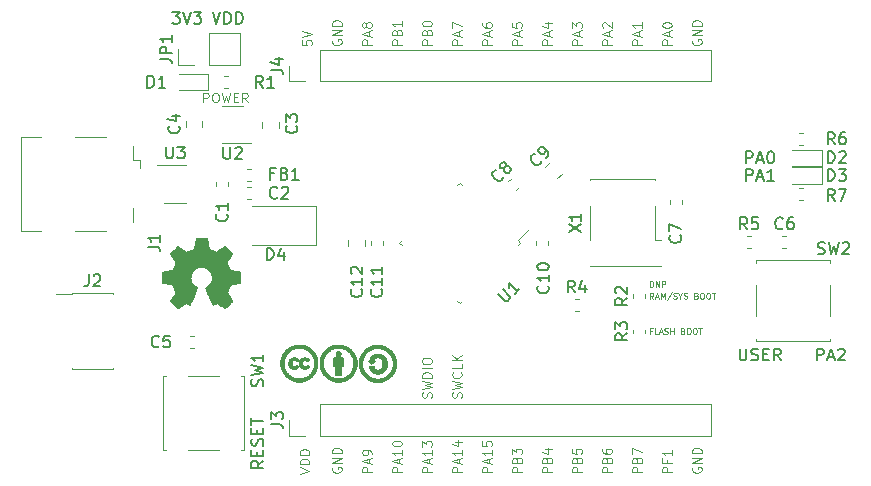
<source format=gbr>
G04 #@! TF.GenerationSoftware,KiCad,Pcbnew,5.1.5*
G04 #@! TF.CreationDate,2020-01-13T20:43:58-05:00*
G04 #@! TF.ProjectId,stm32f0_usb,73746d33-3266-4305-9f75-73622e6b6963,0*
G04 #@! TF.SameCoordinates,Original*
G04 #@! TF.FileFunction,Legend,Top*
G04 #@! TF.FilePolarity,Positive*
%FSLAX46Y46*%
G04 Gerber Fmt 4.6, Leading zero omitted, Abs format (unit mm)*
G04 Created by KiCad (PCBNEW 5.1.5) date 2020-01-13 20:43:58*
%MOMM*%
%LPD*%
G04 APERTURE LIST*
%ADD10C,0.120000*%
%ADD11C,0.010000*%
%ADD12C,0.150000*%
%ADD13C,0.100000*%
G04 APERTURE END LIST*
D10*
X151760000Y-127662779D02*
X151760000Y-127337221D01*
X150740000Y-127662779D02*
X150740000Y-127337221D01*
X151760000Y-124662779D02*
X151760000Y-124337221D01*
X150740000Y-124662779D02*
X150740000Y-124337221D01*
D11*
G36*
X114755814Y-120068931D02*
G01*
X114839635Y-120513555D01*
X115148920Y-120641053D01*
X115458206Y-120768551D01*
X115829246Y-120516246D01*
X115933157Y-120445996D01*
X116027087Y-120383272D01*
X116106652Y-120330938D01*
X116167470Y-120291857D01*
X116205157Y-120268893D01*
X116215421Y-120263942D01*
X116233910Y-120276676D01*
X116273420Y-120311882D01*
X116329522Y-120365062D01*
X116397787Y-120431718D01*
X116473786Y-120507354D01*
X116553092Y-120587472D01*
X116631275Y-120667574D01*
X116703907Y-120743164D01*
X116766559Y-120809745D01*
X116814803Y-120862818D01*
X116844210Y-120897887D01*
X116851241Y-120909623D01*
X116841123Y-120931260D01*
X116812759Y-120978662D01*
X116769129Y-121047193D01*
X116713218Y-121132215D01*
X116648006Y-121229093D01*
X116610219Y-121284350D01*
X116541343Y-121385248D01*
X116480140Y-121476299D01*
X116429578Y-121552970D01*
X116392628Y-121610728D01*
X116372258Y-121645043D01*
X116369197Y-121652254D01*
X116376136Y-121672748D01*
X116395051Y-121720513D01*
X116423087Y-121788832D01*
X116457391Y-121870989D01*
X116495109Y-121960270D01*
X116533387Y-122049958D01*
X116569370Y-122133338D01*
X116600206Y-122203694D01*
X116623039Y-122254310D01*
X116635017Y-122278471D01*
X116635724Y-122279422D01*
X116654531Y-122284036D01*
X116704618Y-122294328D01*
X116780793Y-122309287D01*
X116877865Y-122327901D01*
X116990643Y-122349159D01*
X117056442Y-122361418D01*
X117176950Y-122384362D01*
X117285797Y-122406195D01*
X117377476Y-122425722D01*
X117446481Y-122441748D01*
X117487304Y-122453079D01*
X117495511Y-122456674D01*
X117503548Y-122481006D01*
X117510033Y-122535959D01*
X117514970Y-122615108D01*
X117518364Y-122712026D01*
X117520218Y-122820287D01*
X117520538Y-122933465D01*
X117519327Y-123045135D01*
X117516590Y-123148868D01*
X117512331Y-123238241D01*
X117506555Y-123306826D01*
X117499267Y-123348197D01*
X117494895Y-123356810D01*
X117468764Y-123367133D01*
X117413393Y-123381892D01*
X117336107Y-123399352D01*
X117244230Y-123417780D01*
X117212158Y-123423741D01*
X117057524Y-123452066D01*
X116935375Y-123474876D01*
X116841673Y-123493080D01*
X116772384Y-123507583D01*
X116723471Y-123519292D01*
X116690897Y-123529115D01*
X116670628Y-123537956D01*
X116658626Y-123546724D01*
X116656947Y-123548457D01*
X116640184Y-123576371D01*
X116614614Y-123630695D01*
X116582788Y-123704777D01*
X116547260Y-123791965D01*
X116510583Y-123885608D01*
X116475311Y-123979052D01*
X116443996Y-124065647D01*
X116419193Y-124138740D01*
X116403454Y-124191678D01*
X116399332Y-124217811D01*
X116399676Y-124218726D01*
X116413641Y-124240086D01*
X116445322Y-124287084D01*
X116491391Y-124354827D01*
X116548518Y-124438423D01*
X116613373Y-124532982D01*
X116631843Y-124559854D01*
X116697699Y-124657275D01*
X116755650Y-124746163D01*
X116802538Y-124821412D01*
X116835207Y-124877920D01*
X116850500Y-124910581D01*
X116851241Y-124914593D01*
X116838392Y-124935684D01*
X116802888Y-124977464D01*
X116749293Y-125035445D01*
X116682171Y-125105135D01*
X116606087Y-125182045D01*
X116525604Y-125261683D01*
X116445287Y-125339561D01*
X116369699Y-125411186D01*
X116303405Y-125472070D01*
X116250969Y-125517721D01*
X116216955Y-125543650D01*
X116207545Y-125547883D01*
X116185643Y-125537912D01*
X116140800Y-125511020D01*
X116080321Y-125471736D01*
X116033789Y-125440117D01*
X115949475Y-125382098D01*
X115849626Y-125313784D01*
X115749473Y-125245579D01*
X115695627Y-125209075D01*
X115513371Y-125085800D01*
X115360381Y-125168520D01*
X115290682Y-125204759D01*
X115231414Y-125232926D01*
X115191311Y-125248991D01*
X115181103Y-125251226D01*
X115168829Y-125234722D01*
X115144613Y-125188082D01*
X115110263Y-125115609D01*
X115067588Y-125021606D01*
X115018394Y-124910374D01*
X114964490Y-124786215D01*
X114907684Y-124653432D01*
X114849782Y-124516327D01*
X114792593Y-124379202D01*
X114737924Y-124246358D01*
X114687584Y-124122098D01*
X114643380Y-124010725D01*
X114607119Y-123916539D01*
X114580609Y-123843844D01*
X114565658Y-123796941D01*
X114563254Y-123780833D01*
X114582311Y-123760286D01*
X114624036Y-123726933D01*
X114679706Y-123687702D01*
X114684378Y-123684599D01*
X114828264Y-123569423D01*
X114944283Y-123435053D01*
X115031430Y-123285784D01*
X115088699Y-123125913D01*
X115115086Y-122959737D01*
X115109585Y-122791552D01*
X115071190Y-122625655D01*
X114998895Y-122466342D01*
X114977626Y-122431487D01*
X114866996Y-122290737D01*
X114736302Y-122177714D01*
X114590064Y-122093003D01*
X114432808Y-122037194D01*
X114269057Y-122010874D01*
X114103333Y-122014630D01*
X113940162Y-122049050D01*
X113784065Y-122114723D01*
X113639567Y-122212235D01*
X113594869Y-122251813D01*
X113481112Y-122375703D01*
X113398218Y-122506124D01*
X113341356Y-122652315D01*
X113309687Y-122797088D01*
X113301869Y-122959860D01*
X113327938Y-123123440D01*
X113385245Y-123282298D01*
X113471144Y-123430906D01*
X113582986Y-123563735D01*
X113718123Y-123675256D01*
X113735883Y-123687011D01*
X113792150Y-123725508D01*
X113834923Y-123758863D01*
X113855372Y-123780160D01*
X113855669Y-123780833D01*
X113851279Y-123803871D01*
X113833876Y-123856157D01*
X113805268Y-123933390D01*
X113767265Y-124031268D01*
X113721674Y-124145491D01*
X113670303Y-124271758D01*
X113614962Y-124405767D01*
X113557458Y-124543218D01*
X113499601Y-124679808D01*
X113443198Y-124811237D01*
X113390058Y-124933205D01*
X113341990Y-125041409D01*
X113300801Y-125131549D01*
X113268301Y-125199323D01*
X113246297Y-125240430D01*
X113237436Y-125251226D01*
X113210360Y-125242819D01*
X113159697Y-125220272D01*
X113094183Y-125187613D01*
X113058159Y-125168520D01*
X112905168Y-125085800D01*
X112722912Y-125209075D01*
X112629875Y-125272228D01*
X112528015Y-125341727D01*
X112432562Y-125407165D01*
X112384750Y-125440117D01*
X112317505Y-125485273D01*
X112260564Y-125521057D01*
X112221354Y-125542938D01*
X112208619Y-125547563D01*
X112190083Y-125535085D01*
X112149059Y-125500252D01*
X112089525Y-125446678D01*
X112015458Y-125377983D01*
X111930835Y-125297781D01*
X111877315Y-125246286D01*
X111783681Y-125154286D01*
X111702759Y-125071999D01*
X111637823Y-125002945D01*
X111592142Y-124950644D01*
X111568989Y-124918616D01*
X111566768Y-124912116D01*
X111577076Y-124887394D01*
X111605561Y-124837405D01*
X111649063Y-124767212D01*
X111704423Y-124681875D01*
X111768480Y-124586456D01*
X111786697Y-124559854D01*
X111853073Y-124463167D01*
X111912622Y-124376117D01*
X111962016Y-124303595D01*
X111997925Y-124250493D01*
X112017019Y-124221703D01*
X112018864Y-124218726D01*
X112016105Y-124195782D01*
X112001462Y-124145336D01*
X111977487Y-124074041D01*
X111946734Y-123988547D01*
X111911756Y-123895507D01*
X111875107Y-123801574D01*
X111839339Y-123713399D01*
X111807006Y-123637634D01*
X111780662Y-123580931D01*
X111762858Y-123549943D01*
X111761593Y-123548457D01*
X111750706Y-123539601D01*
X111732318Y-123530843D01*
X111702394Y-123521277D01*
X111656897Y-123509996D01*
X111591791Y-123496093D01*
X111503039Y-123478663D01*
X111386607Y-123456798D01*
X111238458Y-123429591D01*
X111206382Y-123423741D01*
X111111314Y-123405374D01*
X111028435Y-123387405D01*
X110965070Y-123371569D01*
X110928542Y-123359600D01*
X110923644Y-123356810D01*
X110915573Y-123332072D01*
X110909013Y-123276790D01*
X110903967Y-123197389D01*
X110900441Y-123100296D01*
X110898439Y-122991938D01*
X110897964Y-122878740D01*
X110899023Y-122767128D01*
X110901618Y-122663529D01*
X110905754Y-122574368D01*
X110911437Y-122506072D01*
X110918669Y-122465066D01*
X110923029Y-122456674D01*
X110947302Y-122448208D01*
X111002574Y-122434435D01*
X111083338Y-122416550D01*
X111184088Y-122395748D01*
X111299317Y-122373223D01*
X111362098Y-122361418D01*
X111481213Y-122339151D01*
X111587435Y-122318979D01*
X111675573Y-122301915D01*
X111740434Y-122288969D01*
X111776826Y-122281155D01*
X111782816Y-122279422D01*
X111792939Y-122259890D01*
X111814338Y-122212843D01*
X111844161Y-122145003D01*
X111879555Y-122063091D01*
X111917668Y-121973828D01*
X111955647Y-121883935D01*
X111990640Y-121800135D01*
X112019794Y-121729147D01*
X112040257Y-121677694D01*
X112049177Y-121652497D01*
X112049343Y-121651396D01*
X112039231Y-121631519D01*
X112010883Y-121585777D01*
X111967277Y-121518717D01*
X111911394Y-121434884D01*
X111846213Y-121338826D01*
X111808321Y-121283650D01*
X111739275Y-121182481D01*
X111677950Y-121090630D01*
X111627337Y-121012744D01*
X111590429Y-120953469D01*
X111570218Y-120917451D01*
X111567299Y-120909377D01*
X111579847Y-120890584D01*
X111614537Y-120850457D01*
X111666937Y-120793493D01*
X111732616Y-120724185D01*
X111807144Y-120647031D01*
X111886087Y-120566525D01*
X111965017Y-120487163D01*
X112039500Y-120413440D01*
X112105106Y-120349852D01*
X112157404Y-120300894D01*
X112191961Y-120271061D01*
X112203522Y-120263942D01*
X112222346Y-120273953D01*
X112267369Y-120302078D01*
X112334213Y-120345454D01*
X112418501Y-120401218D01*
X112515856Y-120466506D01*
X112589293Y-120516246D01*
X112960333Y-120768551D01*
X113578905Y-120513555D01*
X113662725Y-120068931D01*
X113746546Y-119624307D01*
X114671994Y-119624307D01*
X114755814Y-120068931D01*
G37*
X114755814Y-120068931D02*
X114839635Y-120513555D01*
X115148920Y-120641053D01*
X115458206Y-120768551D01*
X115829246Y-120516246D01*
X115933157Y-120445996D01*
X116027087Y-120383272D01*
X116106652Y-120330938D01*
X116167470Y-120291857D01*
X116205157Y-120268893D01*
X116215421Y-120263942D01*
X116233910Y-120276676D01*
X116273420Y-120311882D01*
X116329522Y-120365062D01*
X116397787Y-120431718D01*
X116473786Y-120507354D01*
X116553092Y-120587472D01*
X116631275Y-120667574D01*
X116703907Y-120743164D01*
X116766559Y-120809745D01*
X116814803Y-120862818D01*
X116844210Y-120897887D01*
X116851241Y-120909623D01*
X116841123Y-120931260D01*
X116812759Y-120978662D01*
X116769129Y-121047193D01*
X116713218Y-121132215D01*
X116648006Y-121229093D01*
X116610219Y-121284350D01*
X116541343Y-121385248D01*
X116480140Y-121476299D01*
X116429578Y-121552970D01*
X116392628Y-121610728D01*
X116372258Y-121645043D01*
X116369197Y-121652254D01*
X116376136Y-121672748D01*
X116395051Y-121720513D01*
X116423087Y-121788832D01*
X116457391Y-121870989D01*
X116495109Y-121960270D01*
X116533387Y-122049958D01*
X116569370Y-122133338D01*
X116600206Y-122203694D01*
X116623039Y-122254310D01*
X116635017Y-122278471D01*
X116635724Y-122279422D01*
X116654531Y-122284036D01*
X116704618Y-122294328D01*
X116780793Y-122309287D01*
X116877865Y-122327901D01*
X116990643Y-122349159D01*
X117056442Y-122361418D01*
X117176950Y-122384362D01*
X117285797Y-122406195D01*
X117377476Y-122425722D01*
X117446481Y-122441748D01*
X117487304Y-122453079D01*
X117495511Y-122456674D01*
X117503548Y-122481006D01*
X117510033Y-122535959D01*
X117514970Y-122615108D01*
X117518364Y-122712026D01*
X117520218Y-122820287D01*
X117520538Y-122933465D01*
X117519327Y-123045135D01*
X117516590Y-123148868D01*
X117512331Y-123238241D01*
X117506555Y-123306826D01*
X117499267Y-123348197D01*
X117494895Y-123356810D01*
X117468764Y-123367133D01*
X117413393Y-123381892D01*
X117336107Y-123399352D01*
X117244230Y-123417780D01*
X117212158Y-123423741D01*
X117057524Y-123452066D01*
X116935375Y-123474876D01*
X116841673Y-123493080D01*
X116772384Y-123507583D01*
X116723471Y-123519292D01*
X116690897Y-123529115D01*
X116670628Y-123537956D01*
X116658626Y-123546724D01*
X116656947Y-123548457D01*
X116640184Y-123576371D01*
X116614614Y-123630695D01*
X116582788Y-123704777D01*
X116547260Y-123791965D01*
X116510583Y-123885608D01*
X116475311Y-123979052D01*
X116443996Y-124065647D01*
X116419193Y-124138740D01*
X116403454Y-124191678D01*
X116399332Y-124217811D01*
X116399676Y-124218726D01*
X116413641Y-124240086D01*
X116445322Y-124287084D01*
X116491391Y-124354827D01*
X116548518Y-124438423D01*
X116613373Y-124532982D01*
X116631843Y-124559854D01*
X116697699Y-124657275D01*
X116755650Y-124746163D01*
X116802538Y-124821412D01*
X116835207Y-124877920D01*
X116850500Y-124910581D01*
X116851241Y-124914593D01*
X116838392Y-124935684D01*
X116802888Y-124977464D01*
X116749293Y-125035445D01*
X116682171Y-125105135D01*
X116606087Y-125182045D01*
X116525604Y-125261683D01*
X116445287Y-125339561D01*
X116369699Y-125411186D01*
X116303405Y-125472070D01*
X116250969Y-125517721D01*
X116216955Y-125543650D01*
X116207545Y-125547883D01*
X116185643Y-125537912D01*
X116140800Y-125511020D01*
X116080321Y-125471736D01*
X116033789Y-125440117D01*
X115949475Y-125382098D01*
X115849626Y-125313784D01*
X115749473Y-125245579D01*
X115695627Y-125209075D01*
X115513371Y-125085800D01*
X115360381Y-125168520D01*
X115290682Y-125204759D01*
X115231414Y-125232926D01*
X115191311Y-125248991D01*
X115181103Y-125251226D01*
X115168829Y-125234722D01*
X115144613Y-125188082D01*
X115110263Y-125115609D01*
X115067588Y-125021606D01*
X115018394Y-124910374D01*
X114964490Y-124786215D01*
X114907684Y-124653432D01*
X114849782Y-124516327D01*
X114792593Y-124379202D01*
X114737924Y-124246358D01*
X114687584Y-124122098D01*
X114643380Y-124010725D01*
X114607119Y-123916539D01*
X114580609Y-123843844D01*
X114565658Y-123796941D01*
X114563254Y-123780833D01*
X114582311Y-123760286D01*
X114624036Y-123726933D01*
X114679706Y-123687702D01*
X114684378Y-123684599D01*
X114828264Y-123569423D01*
X114944283Y-123435053D01*
X115031430Y-123285784D01*
X115088699Y-123125913D01*
X115115086Y-122959737D01*
X115109585Y-122791552D01*
X115071190Y-122625655D01*
X114998895Y-122466342D01*
X114977626Y-122431487D01*
X114866996Y-122290737D01*
X114736302Y-122177714D01*
X114590064Y-122093003D01*
X114432808Y-122037194D01*
X114269057Y-122010874D01*
X114103333Y-122014630D01*
X113940162Y-122049050D01*
X113784065Y-122114723D01*
X113639567Y-122212235D01*
X113594869Y-122251813D01*
X113481112Y-122375703D01*
X113398218Y-122506124D01*
X113341356Y-122652315D01*
X113309687Y-122797088D01*
X113301869Y-122959860D01*
X113327938Y-123123440D01*
X113385245Y-123282298D01*
X113471144Y-123430906D01*
X113582986Y-123563735D01*
X113718123Y-123675256D01*
X113735883Y-123687011D01*
X113792150Y-123725508D01*
X113834923Y-123758863D01*
X113855372Y-123780160D01*
X113855669Y-123780833D01*
X113851279Y-123803871D01*
X113833876Y-123856157D01*
X113805268Y-123933390D01*
X113767265Y-124031268D01*
X113721674Y-124145491D01*
X113670303Y-124271758D01*
X113614962Y-124405767D01*
X113557458Y-124543218D01*
X113499601Y-124679808D01*
X113443198Y-124811237D01*
X113390058Y-124933205D01*
X113341990Y-125041409D01*
X113300801Y-125131549D01*
X113268301Y-125199323D01*
X113246297Y-125240430D01*
X113237436Y-125251226D01*
X113210360Y-125242819D01*
X113159697Y-125220272D01*
X113094183Y-125187613D01*
X113058159Y-125168520D01*
X112905168Y-125085800D01*
X112722912Y-125209075D01*
X112629875Y-125272228D01*
X112528015Y-125341727D01*
X112432562Y-125407165D01*
X112384750Y-125440117D01*
X112317505Y-125485273D01*
X112260564Y-125521057D01*
X112221354Y-125542938D01*
X112208619Y-125547563D01*
X112190083Y-125535085D01*
X112149059Y-125500252D01*
X112089525Y-125446678D01*
X112015458Y-125377983D01*
X111930835Y-125297781D01*
X111877315Y-125246286D01*
X111783681Y-125154286D01*
X111702759Y-125071999D01*
X111637823Y-125002945D01*
X111592142Y-124950644D01*
X111568989Y-124918616D01*
X111566768Y-124912116D01*
X111577076Y-124887394D01*
X111605561Y-124837405D01*
X111649063Y-124767212D01*
X111704423Y-124681875D01*
X111768480Y-124586456D01*
X111786697Y-124559854D01*
X111853073Y-124463167D01*
X111912622Y-124376117D01*
X111962016Y-124303595D01*
X111997925Y-124250493D01*
X112017019Y-124221703D01*
X112018864Y-124218726D01*
X112016105Y-124195782D01*
X112001462Y-124145336D01*
X111977487Y-124074041D01*
X111946734Y-123988547D01*
X111911756Y-123895507D01*
X111875107Y-123801574D01*
X111839339Y-123713399D01*
X111807006Y-123637634D01*
X111780662Y-123580931D01*
X111762858Y-123549943D01*
X111761593Y-123548457D01*
X111750706Y-123539601D01*
X111732318Y-123530843D01*
X111702394Y-123521277D01*
X111656897Y-123509996D01*
X111591791Y-123496093D01*
X111503039Y-123478663D01*
X111386607Y-123456798D01*
X111238458Y-123429591D01*
X111206382Y-123423741D01*
X111111314Y-123405374D01*
X111028435Y-123387405D01*
X110965070Y-123371569D01*
X110928542Y-123359600D01*
X110923644Y-123356810D01*
X110915573Y-123332072D01*
X110909013Y-123276790D01*
X110903967Y-123197389D01*
X110900441Y-123100296D01*
X110898439Y-122991938D01*
X110897964Y-122878740D01*
X110899023Y-122767128D01*
X110901618Y-122663529D01*
X110905754Y-122574368D01*
X110911437Y-122506072D01*
X110918669Y-122465066D01*
X110923029Y-122456674D01*
X110947302Y-122448208D01*
X111002574Y-122434435D01*
X111083338Y-122416550D01*
X111184088Y-122395748D01*
X111299317Y-122373223D01*
X111362098Y-122361418D01*
X111481213Y-122339151D01*
X111587435Y-122318979D01*
X111675573Y-122301915D01*
X111740434Y-122288969D01*
X111776826Y-122281155D01*
X111782816Y-122279422D01*
X111792939Y-122259890D01*
X111814338Y-122212843D01*
X111844161Y-122145003D01*
X111879555Y-122063091D01*
X111917668Y-121973828D01*
X111955647Y-121883935D01*
X111990640Y-121800135D01*
X112019794Y-121729147D01*
X112040257Y-121677694D01*
X112049177Y-121652497D01*
X112049343Y-121651396D01*
X112039231Y-121631519D01*
X112010883Y-121585777D01*
X111967277Y-121518717D01*
X111911394Y-121434884D01*
X111846213Y-121338826D01*
X111808321Y-121283650D01*
X111739275Y-121182481D01*
X111677950Y-121090630D01*
X111627337Y-121012744D01*
X111590429Y-120953469D01*
X111570218Y-120917451D01*
X111567299Y-120909377D01*
X111579847Y-120890584D01*
X111614537Y-120850457D01*
X111666937Y-120793493D01*
X111732616Y-120724185D01*
X111807144Y-120647031D01*
X111886087Y-120566525D01*
X111965017Y-120487163D01*
X112039500Y-120413440D01*
X112105106Y-120349852D01*
X112157404Y-120300894D01*
X112191961Y-120271061D01*
X112203522Y-120263942D01*
X112222346Y-120273953D01*
X112267369Y-120302078D01*
X112334213Y-120345454D01*
X112418501Y-120401218D01*
X112515856Y-120466506D01*
X112589293Y-120516246D01*
X112960333Y-120768551D01*
X113578905Y-120513555D01*
X113662725Y-120068931D01*
X113746546Y-119624307D01*
X114671994Y-119624307D01*
X114755814Y-120068931D01*
D10*
X166735000Y-112115000D02*
X164250000Y-112115000D01*
X166735000Y-113485000D02*
X166735000Y-112115000D01*
X164250000Y-113485000D02*
X166735000Y-113485000D01*
X166735000Y-113615000D02*
X164250000Y-113615000D01*
X166735000Y-114985000D02*
X166735000Y-113615000D01*
X164250000Y-114985000D02*
X166735000Y-114985000D01*
X165162779Y-110690000D02*
X164837221Y-110690000D01*
X165162779Y-111710000D02*
X164837221Y-111710000D01*
X165162779Y-115390000D02*
X164837221Y-115390000D01*
X165162779Y-116410000D02*
X164837221Y-116410000D01*
X114785000Y-105715000D02*
X112300000Y-105715000D01*
X114785000Y-107085000D02*
X114785000Y-105715000D01*
X112300000Y-107085000D02*
X114785000Y-107085000D01*
X116149721Y-106910000D02*
X116475279Y-106910000D01*
X116149721Y-105890000D02*
X116475279Y-105890000D01*
X154910000Y-116675279D02*
X154910000Y-116349721D01*
X153890000Y-116675279D02*
X153890000Y-116349721D01*
X152640000Y-119740000D02*
X153100000Y-119740000D01*
X152640000Y-116860000D02*
X152640000Y-119740000D01*
X147160000Y-122000000D02*
X147160000Y-121940000D01*
X152640000Y-122000000D02*
X147160000Y-122000000D01*
X152640000Y-121940000D02*
X152640000Y-122000000D01*
X153100000Y-121940000D02*
X152640000Y-121940000D01*
X147160000Y-119740000D02*
X147160000Y-116860000D01*
X152640000Y-114600000D02*
X152640000Y-114660000D01*
X147160000Y-114600000D02*
X152640000Y-114600000D01*
X147160000Y-114660000D02*
X147160000Y-114600000D01*
X140993179Y-119787868D02*
X141923024Y-118858023D01*
X141205311Y-120000000D02*
X140993179Y-119787868D01*
X140993179Y-120212132D02*
X141205311Y-120000000D01*
X136100000Y-125105311D02*
X135887868Y-124893179D01*
X136312132Y-124893179D02*
X136100000Y-125105311D01*
X136100000Y-114894689D02*
X136312132Y-115106821D01*
X135887868Y-115106821D02*
X136100000Y-114894689D01*
X130994689Y-120000000D02*
X131206821Y-120212132D01*
X131206821Y-119787868D02*
X130994689Y-120000000D01*
X112900000Y-113390000D02*
X110450000Y-113390000D01*
X111100000Y-116610000D02*
X112900000Y-116610000D01*
X115970000Y-111510000D02*
X118400000Y-111510000D01*
X117730000Y-108440000D02*
X115970000Y-108440000D01*
X161150000Y-126200000D02*
X161150000Y-123600000D01*
X167450000Y-121450000D02*
X167450000Y-121700000D01*
X161150000Y-121450000D02*
X167450000Y-121450000D01*
X161150000Y-121700000D02*
X161150000Y-121450000D01*
X167450000Y-123600000D02*
X167450000Y-126200000D01*
X161150000Y-128350000D02*
X161150000Y-128100000D01*
X167450000Y-128350000D02*
X161150000Y-128350000D01*
X167450000Y-128100000D02*
X167450000Y-128350000D01*
X115700000Y-137550000D02*
X113100000Y-137550000D01*
X110950000Y-131250000D02*
X111200000Y-131250000D01*
X110950000Y-137550000D02*
X110950000Y-131250000D01*
X111200000Y-137550000D02*
X110950000Y-137550000D01*
X113100000Y-131250000D02*
X115700000Y-131250000D01*
X117850000Y-137550000D02*
X117600000Y-137550000D01*
X117850000Y-131250000D02*
X117850000Y-137550000D01*
X117600000Y-131250000D02*
X117850000Y-131250000D01*
X160750279Y-119390000D02*
X160424721Y-119390000D01*
X160750279Y-120410000D02*
X160424721Y-120410000D01*
X145837221Y-125760000D02*
X146162779Y-125760000D01*
X145837221Y-124740000D02*
X146162779Y-124740000D01*
D11*
G36*
X125817991Y-129172435D02*
G01*
X125851313Y-129175981D01*
X125882767Y-129182825D01*
X125911164Y-129192969D01*
X125932018Y-129204187D01*
X125951718Y-129219298D01*
X125969864Y-129237481D01*
X125984435Y-129256656D01*
X125986824Y-129260567D01*
X125997888Y-129284066D01*
X126006624Y-129311954D01*
X126012748Y-129342768D01*
X126015979Y-129375043D01*
X126016034Y-129407316D01*
X126015827Y-129410918D01*
X126011095Y-129450800D01*
X126002256Y-129486054D01*
X125989238Y-129516762D01*
X125971971Y-129543002D01*
X125950387Y-129564853D01*
X125924414Y-129582396D01*
X125893982Y-129595709D01*
X125859022Y-129604872D01*
X125842408Y-129607580D01*
X125812757Y-129610086D01*
X125781467Y-129610073D01*
X125752177Y-129607543D01*
X125751941Y-129607510D01*
X125715320Y-129599896D01*
X125683161Y-129587986D01*
X125655424Y-129571740D01*
X125632072Y-129551117D01*
X125613066Y-129526080D01*
X125598365Y-129496589D01*
X125587932Y-129462603D01*
X125583166Y-129436256D01*
X125580502Y-129403204D01*
X125581188Y-129369554D01*
X125585017Y-129336609D01*
X125591781Y-129305669D01*
X125601274Y-129278038D01*
X125611579Y-129257725D01*
X125623775Y-129241176D01*
X125639645Y-129224448D01*
X125657099Y-129209642D01*
X125664881Y-129204187D01*
X125689748Y-129191239D01*
X125718679Y-129181590D01*
X125750487Y-129175239D01*
X125783987Y-129172188D01*
X125817991Y-129172435D01*
G37*
X125817991Y-129172435D02*
X125851313Y-129175981D01*
X125882767Y-129182825D01*
X125911164Y-129192969D01*
X125932018Y-129204187D01*
X125951718Y-129219298D01*
X125969864Y-129237481D01*
X125984435Y-129256656D01*
X125986824Y-129260567D01*
X125997888Y-129284066D01*
X126006624Y-129311954D01*
X126012748Y-129342768D01*
X126015979Y-129375043D01*
X126016034Y-129407316D01*
X126015827Y-129410918D01*
X126011095Y-129450800D01*
X126002256Y-129486054D01*
X125989238Y-129516762D01*
X125971971Y-129543002D01*
X125950387Y-129564853D01*
X125924414Y-129582396D01*
X125893982Y-129595709D01*
X125859022Y-129604872D01*
X125842408Y-129607580D01*
X125812757Y-129610086D01*
X125781467Y-129610073D01*
X125752177Y-129607543D01*
X125751941Y-129607510D01*
X125715320Y-129599896D01*
X125683161Y-129587986D01*
X125655424Y-129571740D01*
X125632072Y-129551117D01*
X125613066Y-129526080D01*
X125598365Y-129496589D01*
X125587932Y-129462603D01*
X125583166Y-129436256D01*
X125580502Y-129403204D01*
X125581188Y-129369554D01*
X125585017Y-129336609D01*
X125591781Y-129305669D01*
X125601274Y-129278038D01*
X125611579Y-129257725D01*
X125623775Y-129241176D01*
X125639645Y-129224448D01*
X125657099Y-129209642D01*
X125664881Y-129204187D01*
X125689748Y-129191239D01*
X125718679Y-129181590D01*
X125750487Y-129175239D01*
X125783987Y-129172188D01*
X125817991Y-129172435D01*
G36*
X126163207Y-129707845D02*
G01*
X126181956Y-129720013D01*
X126198919Y-129736639D01*
X126212335Y-129755979D01*
X126212932Y-129757083D01*
X126220129Y-129770568D01*
X126220958Y-130106207D01*
X126221787Y-130441845D01*
X126041845Y-130441845D01*
X126041845Y-131207690D01*
X125555053Y-131207690D01*
X125555053Y-130441845D01*
X125375111Y-130441845D01*
X125375940Y-130106207D01*
X125376770Y-129770568D01*
X125383848Y-129756349D01*
X125395873Y-129738074D01*
X125412150Y-129721674D01*
X125430729Y-129709049D01*
X125434130Y-129707342D01*
X125451184Y-129699255D01*
X126145715Y-129699255D01*
X126163207Y-129707845D01*
G37*
X126163207Y-129707845D02*
X126181956Y-129720013D01*
X126198919Y-129736639D01*
X126212335Y-129755979D01*
X126212932Y-129757083D01*
X126220129Y-129770568D01*
X126220958Y-130106207D01*
X126221787Y-130441845D01*
X126041845Y-130441845D01*
X126041845Y-131207690D01*
X125555053Y-131207690D01*
X125555053Y-130441845D01*
X125375111Y-130441845D01*
X125375940Y-130106207D01*
X125376770Y-129770568D01*
X125383848Y-129756349D01*
X125395873Y-129738074D01*
X125412150Y-129721674D01*
X125430729Y-129709049D01*
X125434130Y-129707342D01*
X125451184Y-129699255D01*
X126145715Y-129699255D01*
X126163207Y-129707845D01*
G36*
X123000643Y-129703497D02*
G01*
X123029858Y-129705824D01*
X123055298Y-129709324D01*
X123056324Y-129709508D01*
X123109122Y-129721727D01*
X123157746Y-129738476D01*
X123202379Y-129759871D01*
X123243204Y-129786029D01*
X123280401Y-129817064D01*
X123314152Y-129853094D01*
X123343411Y-129892384D01*
X123350770Y-129903828D01*
X123356639Y-129913755D01*
X123360235Y-129920793D01*
X123360978Y-129923082D01*
X123359134Y-129925559D01*
X123353176Y-129929939D01*
X123342853Y-129936366D01*
X123327914Y-129944988D01*
X123308107Y-129955950D01*
X123283181Y-129969397D01*
X123260620Y-129981391D01*
X123159851Y-130034699D01*
X123152013Y-130020456D01*
X123132239Y-129989511D01*
X123109633Y-129963820D01*
X123083540Y-129942833D01*
X123053308Y-129925998D01*
X123028076Y-129915954D01*
X123017786Y-129913068D01*
X123006193Y-129911301D01*
X122991595Y-129910475D01*
X122975366Y-129910379D01*
X122940216Y-129912639D01*
X122909284Y-129918982D01*
X122881917Y-129929651D01*
X122857464Y-129944887D01*
X122838940Y-129961151D01*
X122819328Y-129983871D01*
X122803222Y-130009312D01*
X122790470Y-130037973D01*
X122780917Y-130070352D01*
X122774411Y-130106947D01*
X122770798Y-130148257D01*
X122769888Y-130186047D01*
X122771422Y-130232660D01*
X122776163Y-130274362D01*
X122784262Y-130311640D01*
X122795872Y-130344979D01*
X122811144Y-130374867D01*
X122830230Y-130401789D01*
X122841222Y-130414260D01*
X122864329Y-130434391D01*
X122890853Y-130450004D01*
X122919963Y-130461099D01*
X122950828Y-130467678D01*
X122982618Y-130469739D01*
X123014502Y-130467283D01*
X123045649Y-130460310D01*
X123075228Y-130448820D01*
X123102409Y-130432814D01*
X123124470Y-130414211D01*
X123133405Y-130404355D01*
X123143064Y-130392198D01*
X123152632Y-130378960D01*
X123161295Y-130365860D01*
X123168239Y-130354118D01*
X123172648Y-130344953D01*
X123173803Y-130340366D01*
X123175747Y-130336718D01*
X123176924Y-130336425D01*
X123180143Y-130337750D01*
X123188119Y-130341467D01*
X123200065Y-130347185D01*
X123215196Y-130354518D01*
X123232726Y-130363077D01*
X123251867Y-130372473D01*
X123271835Y-130382317D01*
X123291842Y-130392221D01*
X123311102Y-130401797D01*
X123328829Y-130410657D01*
X123344237Y-130418410D01*
X123356540Y-130424670D01*
X123364951Y-130429048D01*
X123368684Y-130431154D01*
X123368761Y-130431217D01*
X123367948Y-130434389D01*
X123364115Y-130441514D01*
X123357941Y-130451564D01*
X123350103Y-130463512D01*
X123341279Y-130476331D01*
X123332146Y-130488995D01*
X123323383Y-130500478D01*
X123321430Y-130502919D01*
X123285771Y-130542199D01*
X123246093Y-130577072D01*
X123202925Y-130607243D01*
X123156798Y-130632417D01*
X123108241Y-130652298D01*
X123057786Y-130666591D01*
X123014123Y-130674087D01*
X122992404Y-130675933D01*
X122966848Y-130676852D01*
X122939751Y-130676841D01*
X122913407Y-130675899D01*
X122891650Y-130674192D01*
X122837457Y-130665608D01*
X122786453Y-130651731D01*
X122738669Y-130632574D01*
X122694138Y-130608153D01*
X122652892Y-130578483D01*
X122620237Y-130548944D01*
X122587715Y-130512443D01*
X122560072Y-130472797D01*
X122537176Y-130429726D01*
X122518899Y-130382950D01*
X122505111Y-130332189D01*
X122496186Y-130281038D01*
X122494152Y-130260490D01*
X122492776Y-130235491D01*
X122492057Y-130207757D01*
X122491996Y-130179001D01*
X122492593Y-130150939D01*
X122493847Y-130125287D01*
X122495759Y-130103759D01*
X122496194Y-130100299D01*
X122506279Y-130045493D01*
X122521467Y-129993922D01*
X122541670Y-129945747D01*
X122566800Y-129901130D01*
X122596767Y-129860229D01*
X122631485Y-129823207D01*
X122663757Y-129795606D01*
X122700181Y-129769774D01*
X122736846Y-129748747D01*
X122775183Y-129731886D01*
X122816618Y-129718547D01*
X122855481Y-129709472D01*
X122878912Y-129705928D01*
X122906787Y-129703559D01*
X122937464Y-129702365D01*
X122969297Y-129702344D01*
X123000643Y-129703497D01*
G37*
X123000643Y-129703497D02*
X123029858Y-129705824D01*
X123055298Y-129709324D01*
X123056324Y-129709508D01*
X123109122Y-129721727D01*
X123157746Y-129738476D01*
X123202379Y-129759871D01*
X123243204Y-129786029D01*
X123280401Y-129817064D01*
X123314152Y-129853094D01*
X123343411Y-129892384D01*
X123350770Y-129903828D01*
X123356639Y-129913755D01*
X123360235Y-129920793D01*
X123360978Y-129923082D01*
X123359134Y-129925559D01*
X123353176Y-129929939D01*
X123342853Y-129936366D01*
X123327914Y-129944988D01*
X123308107Y-129955950D01*
X123283181Y-129969397D01*
X123260620Y-129981391D01*
X123159851Y-130034699D01*
X123152013Y-130020456D01*
X123132239Y-129989511D01*
X123109633Y-129963820D01*
X123083540Y-129942833D01*
X123053308Y-129925998D01*
X123028076Y-129915954D01*
X123017786Y-129913068D01*
X123006193Y-129911301D01*
X122991595Y-129910475D01*
X122975366Y-129910379D01*
X122940216Y-129912639D01*
X122909284Y-129918982D01*
X122881917Y-129929651D01*
X122857464Y-129944887D01*
X122838940Y-129961151D01*
X122819328Y-129983871D01*
X122803222Y-130009312D01*
X122790470Y-130037973D01*
X122780917Y-130070352D01*
X122774411Y-130106947D01*
X122770798Y-130148257D01*
X122769888Y-130186047D01*
X122771422Y-130232660D01*
X122776163Y-130274362D01*
X122784262Y-130311640D01*
X122795872Y-130344979D01*
X122811144Y-130374867D01*
X122830230Y-130401789D01*
X122841222Y-130414260D01*
X122864329Y-130434391D01*
X122890853Y-130450004D01*
X122919963Y-130461099D01*
X122950828Y-130467678D01*
X122982618Y-130469739D01*
X123014502Y-130467283D01*
X123045649Y-130460310D01*
X123075228Y-130448820D01*
X123102409Y-130432814D01*
X123124470Y-130414211D01*
X123133405Y-130404355D01*
X123143064Y-130392198D01*
X123152632Y-130378960D01*
X123161295Y-130365860D01*
X123168239Y-130354118D01*
X123172648Y-130344953D01*
X123173803Y-130340366D01*
X123175747Y-130336718D01*
X123176924Y-130336425D01*
X123180143Y-130337750D01*
X123188119Y-130341467D01*
X123200065Y-130347185D01*
X123215196Y-130354518D01*
X123232726Y-130363077D01*
X123251867Y-130372473D01*
X123271835Y-130382317D01*
X123291842Y-130392221D01*
X123311102Y-130401797D01*
X123328829Y-130410657D01*
X123344237Y-130418410D01*
X123356540Y-130424670D01*
X123364951Y-130429048D01*
X123368684Y-130431154D01*
X123368761Y-130431217D01*
X123367948Y-130434389D01*
X123364115Y-130441514D01*
X123357941Y-130451564D01*
X123350103Y-130463512D01*
X123341279Y-130476331D01*
X123332146Y-130488995D01*
X123323383Y-130500478D01*
X123321430Y-130502919D01*
X123285771Y-130542199D01*
X123246093Y-130577072D01*
X123202925Y-130607243D01*
X123156798Y-130632417D01*
X123108241Y-130652298D01*
X123057786Y-130666591D01*
X123014123Y-130674087D01*
X122992404Y-130675933D01*
X122966848Y-130676852D01*
X122939751Y-130676841D01*
X122913407Y-130675899D01*
X122891650Y-130674192D01*
X122837457Y-130665608D01*
X122786453Y-130651731D01*
X122738669Y-130632574D01*
X122694138Y-130608153D01*
X122652892Y-130578483D01*
X122620237Y-130548944D01*
X122587715Y-130512443D01*
X122560072Y-130472797D01*
X122537176Y-130429726D01*
X122518899Y-130382950D01*
X122505111Y-130332189D01*
X122496186Y-130281038D01*
X122494152Y-130260490D01*
X122492776Y-130235491D01*
X122492057Y-130207757D01*
X122491996Y-130179001D01*
X122492593Y-130150939D01*
X122493847Y-130125287D01*
X122495759Y-130103759D01*
X122496194Y-130100299D01*
X122506279Y-130045493D01*
X122521467Y-129993922D01*
X122541670Y-129945747D01*
X122566800Y-129901130D01*
X122596767Y-129860229D01*
X122631485Y-129823207D01*
X122663757Y-129795606D01*
X122700181Y-129769774D01*
X122736846Y-129748747D01*
X122775183Y-129731886D01*
X122816618Y-129718547D01*
X122855481Y-129709472D01*
X122878912Y-129705928D01*
X122906787Y-129703559D01*
X122937464Y-129702365D01*
X122969297Y-129702344D01*
X123000643Y-129703497D01*
G36*
X122076743Y-129703230D02*
G01*
X122103906Y-129704782D01*
X122128220Y-129707118D01*
X122144472Y-129709518D01*
X122195733Y-129721223D01*
X122242883Y-129737192D01*
X122286519Y-129757657D01*
X122318687Y-129777014D01*
X122351365Y-129801579D01*
X122382851Y-129830668D01*
X122411714Y-129862765D01*
X122436521Y-129896353D01*
X122446339Y-129912166D01*
X122454758Y-129926639D01*
X122404228Y-129953010D01*
X122383453Y-129963843D01*
X122359515Y-129976312D01*
X122334757Y-129989196D01*
X122311522Y-130001276D01*
X122300667Y-130006915D01*
X122247635Y-130034450D01*
X122235554Y-130012644D01*
X122222559Y-129992927D01*
X122205922Y-129973270D01*
X122187213Y-129955233D01*
X122167999Y-129940375D01*
X122155261Y-129932789D01*
X122136019Y-129923449D01*
X122119926Y-129917036D01*
X122104955Y-129913057D01*
X122089085Y-129911019D01*
X122070291Y-129910426D01*
X122063794Y-129910456D01*
X122027098Y-129913392D01*
X121993954Y-129921400D01*
X121964390Y-129934452D01*
X121938431Y-129952518D01*
X121916107Y-129975567D01*
X121897443Y-130003571D01*
X121882468Y-130036500D01*
X121871208Y-130074325D01*
X121863691Y-130117016D01*
X121862421Y-130128239D01*
X121859345Y-130179126D01*
X121860667Y-130227295D01*
X121866307Y-130272384D01*
X121876185Y-130314035D01*
X121890221Y-130351888D01*
X121908335Y-130385583D01*
X121924792Y-130408204D01*
X121940088Y-130423367D01*
X121959711Y-130437820D01*
X121981810Y-130450355D01*
X122003332Y-130459361D01*
X122014357Y-130462909D01*
X122024015Y-130465313D01*
X122034021Y-130466793D01*
X122046089Y-130467568D01*
X122061932Y-130467857D01*
X122069995Y-130467885D01*
X122095840Y-130467291D01*
X122117264Y-130465213D01*
X122135936Y-130461317D01*
X122153529Y-130455270D01*
X122168966Y-130448149D01*
X122196509Y-130430797D01*
X122221224Y-130408243D01*
X122242573Y-130381051D01*
X122256734Y-130356600D01*
X122261577Y-130347048D01*
X122265268Y-130339976D01*
X122266997Y-130336936D01*
X122269864Y-130338019D01*
X122277465Y-130341540D01*
X122289015Y-130347105D01*
X122303731Y-130354319D01*
X122320831Y-130362789D01*
X122339529Y-130372121D01*
X122359044Y-130381919D01*
X122378591Y-130391790D01*
X122397387Y-130401340D01*
X122414649Y-130410173D01*
X122429593Y-130417897D01*
X122441436Y-130424116D01*
X122449395Y-130428436D01*
X122452460Y-130430276D01*
X122454443Y-130432314D01*
X122454810Y-130435171D01*
X122453148Y-130439775D01*
X122449043Y-130447059D01*
X122442083Y-130457953D01*
X122436293Y-130466719D01*
X122411690Y-130501314D01*
X122386675Y-130531194D01*
X122359879Y-130557772D01*
X122329931Y-130582459D01*
X122309751Y-130597039D01*
X122277043Y-130617149D01*
X122240234Y-130635451D01*
X122201348Y-130651108D01*
X122162410Y-130663285D01*
X122133557Y-130669784D01*
X122117646Y-130671982D01*
X122097218Y-130673781D01*
X122073945Y-130675130D01*
X122049501Y-130675977D01*
X122025559Y-130676269D01*
X122003793Y-130675955D01*
X121985877Y-130674982D01*
X121981169Y-130674517D01*
X121927000Y-130665520D01*
X121875885Y-130651391D01*
X121828055Y-130632308D01*
X121783737Y-130608450D01*
X121743163Y-130579995D01*
X121706560Y-130547123D01*
X121674160Y-130510013D01*
X121646190Y-130468843D01*
X121622881Y-130423792D01*
X121606991Y-130382840D01*
X121593066Y-130332423D01*
X121583677Y-130278978D01*
X121578824Y-130223689D01*
X121578507Y-130167738D01*
X121582728Y-130112311D01*
X121591487Y-130058591D01*
X121604784Y-130007761D01*
X121606801Y-130001562D01*
X121624681Y-129955785D01*
X121646719Y-129913912D01*
X121673591Y-129874824D01*
X121705498Y-129837900D01*
X121743427Y-129802420D01*
X121784521Y-129772200D01*
X121828901Y-129747177D01*
X121876688Y-129727285D01*
X121928003Y-129712461D01*
X121950622Y-129707733D01*
X121969559Y-129705152D01*
X121993138Y-129703425D01*
X122019861Y-129702538D01*
X122048228Y-129702478D01*
X122076743Y-129703230D01*
G37*
X122076743Y-129703230D02*
X122103906Y-129704782D01*
X122128220Y-129707118D01*
X122144472Y-129709518D01*
X122195733Y-129721223D01*
X122242883Y-129737192D01*
X122286519Y-129757657D01*
X122318687Y-129777014D01*
X122351365Y-129801579D01*
X122382851Y-129830668D01*
X122411714Y-129862765D01*
X122436521Y-129896353D01*
X122446339Y-129912166D01*
X122454758Y-129926639D01*
X122404228Y-129953010D01*
X122383453Y-129963843D01*
X122359515Y-129976312D01*
X122334757Y-129989196D01*
X122311522Y-130001276D01*
X122300667Y-130006915D01*
X122247635Y-130034450D01*
X122235554Y-130012644D01*
X122222559Y-129992927D01*
X122205922Y-129973270D01*
X122187213Y-129955233D01*
X122167999Y-129940375D01*
X122155261Y-129932789D01*
X122136019Y-129923449D01*
X122119926Y-129917036D01*
X122104955Y-129913057D01*
X122089085Y-129911019D01*
X122070291Y-129910426D01*
X122063794Y-129910456D01*
X122027098Y-129913392D01*
X121993954Y-129921400D01*
X121964390Y-129934452D01*
X121938431Y-129952518D01*
X121916107Y-129975567D01*
X121897443Y-130003571D01*
X121882468Y-130036500D01*
X121871208Y-130074325D01*
X121863691Y-130117016D01*
X121862421Y-130128239D01*
X121859345Y-130179126D01*
X121860667Y-130227295D01*
X121866307Y-130272384D01*
X121876185Y-130314035D01*
X121890221Y-130351888D01*
X121908335Y-130385583D01*
X121924792Y-130408204D01*
X121940088Y-130423367D01*
X121959711Y-130437820D01*
X121981810Y-130450355D01*
X122003332Y-130459361D01*
X122014357Y-130462909D01*
X122024015Y-130465313D01*
X122034021Y-130466793D01*
X122046089Y-130467568D01*
X122061932Y-130467857D01*
X122069995Y-130467885D01*
X122095840Y-130467291D01*
X122117264Y-130465213D01*
X122135936Y-130461317D01*
X122153529Y-130455270D01*
X122168966Y-130448149D01*
X122196509Y-130430797D01*
X122221224Y-130408243D01*
X122242573Y-130381051D01*
X122256734Y-130356600D01*
X122261577Y-130347048D01*
X122265268Y-130339976D01*
X122266997Y-130336936D01*
X122269864Y-130338019D01*
X122277465Y-130341540D01*
X122289015Y-130347105D01*
X122303731Y-130354319D01*
X122320831Y-130362789D01*
X122339529Y-130372121D01*
X122359044Y-130381919D01*
X122378591Y-130391790D01*
X122397387Y-130401340D01*
X122414649Y-130410173D01*
X122429593Y-130417897D01*
X122441436Y-130424116D01*
X122449395Y-130428436D01*
X122452460Y-130430276D01*
X122454443Y-130432314D01*
X122454810Y-130435171D01*
X122453148Y-130439775D01*
X122449043Y-130447059D01*
X122442083Y-130457953D01*
X122436293Y-130466719D01*
X122411690Y-130501314D01*
X122386675Y-130531194D01*
X122359879Y-130557772D01*
X122329931Y-130582459D01*
X122309751Y-130597039D01*
X122277043Y-130617149D01*
X122240234Y-130635451D01*
X122201348Y-130651108D01*
X122162410Y-130663285D01*
X122133557Y-130669784D01*
X122117646Y-130671982D01*
X122097218Y-130673781D01*
X122073945Y-130675130D01*
X122049501Y-130675977D01*
X122025559Y-130676269D01*
X122003793Y-130675955D01*
X121985877Y-130674982D01*
X121981169Y-130674517D01*
X121927000Y-130665520D01*
X121875885Y-130651391D01*
X121828055Y-130632308D01*
X121783737Y-130608450D01*
X121743163Y-130579995D01*
X121706560Y-130547123D01*
X121674160Y-130510013D01*
X121646190Y-130468843D01*
X121622881Y-130423792D01*
X121606991Y-130382840D01*
X121593066Y-130332423D01*
X121583677Y-130278978D01*
X121578824Y-130223689D01*
X121578507Y-130167738D01*
X121582728Y-130112311D01*
X121591487Y-130058591D01*
X121604784Y-130007761D01*
X121606801Y-130001562D01*
X121624681Y-129955785D01*
X121646719Y-129913912D01*
X121673591Y-129874824D01*
X121705498Y-129837900D01*
X121743427Y-129802420D01*
X121784521Y-129772200D01*
X121828901Y-129747177D01*
X121876688Y-129727285D01*
X121928003Y-129712461D01*
X121950622Y-129707733D01*
X121969559Y-129705152D01*
X121993138Y-129703425D01*
X122019861Y-129702538D01*
X122048228Y-129702478D01*
X122076743Y-129703230D01*
G36*
X129173185Y-129373614D02*
G01*
X129246029Y-129379486D01*
X129315929Y-129390691D01*
X129382811Y-129407196D01*
X129446600Y-129428969D01*
X129507222Y-129455979D01*
X129564601Y-129488194D01*
X129618664Y-129525581D01*
X129669334Y-129568110D01*
X129716538Y-129615747D01*
X129745975Y-129650241D01*
X129787787Y-129707133D01*
X129824360Y-129767298D01*
X129855669Y-129830651D01*
X129881685Y-129897104D01*
X129902383Y-129966573D01*
X129917736Y-130038969D01*
X129927719Y-130114208D01*
X129932303Y-130192203D01*
X129932088Y-130255810D01*
X129927221Y-130332183D01*
X129917242Y-130405134D01*
X129902105Y-130474814D01*
X129881764Y-130541378D01*
X129856175Y-130604976D01*
X129825291Y-130665761D01*
X129795265Y-130714697D01*
X129752923Y-130773272D01*
X129707197Y-130826651D01*
X129658106Y-130874823D01*
X129605665Y-130917777D01*
X129549892Y-130955503D01*
X129490804Y-130987990D01*
X129428418Y-131015227D01*
X129362752Y-131037203D01*
X129293822Y-131053909D01*
X129235449Y-131063591D01*
X129217792Y-131065459D01*
X129195709Y-131067043D01*
X129170590Y-131068311D01*
X129143825Y-131069231D01*
X129116806Y-131069772D01*
X129090922Y-131069902D01*
X129067565Y-131069590D01*
X129048125Y-131068804D01*
X129038562Y-131068056D01*
X128971362Y-131058544D01*
X128907488Y-131043885D01*
X128846673Y-131023988D01*
X128788650Y-130998762D01*
X128733154Y-130968114D01*
X128716101Y-130957288D01*
X128663876Y-130919580D01*
X128616554Y-130878101D01*
X128574124Y-130832833D01*
X128536574Y-130783760D01*
X128503893Y-130730864D01*
X128476071Y-130674128D01*
X128453096Y-130613534D01*
X128434957Y-130549065D01*
X128424704Y-130499206D01*
X128422339Y-130485931D01*
X128420216Y-130474320D01*
X128418674Y-130466215D01*
X128418287Y-130464324D01*
X128416776Y-130457348D01*
X128813769Y-130457348D01*
X128813769Y-130471589D01*
X128814800Y-130485732D01*
X128817625Y-130503841D01*
X128821840Y-130524083D01*
X128827043Y-130544627D01*
X128832831Y-130563638D01*
X128835885Y-130572172D01*
X128852270Y-130606599D01*
X128873714Y-130637584D01*
X128899981Y-130664907D01*
X128930832Y-130688349D01*
X128966031Y-130707694D01*
X128996214Y-130719750D01*
X129017255Y-130726493D01*
X129036926Y-130731701D01*
X129056527Y-130735548D01*
X129077362Y-130738209D01*
X129100733Y-130739859D01*
X129127941Y-130740674D01*
X129153283Y-130740840D01*
X129180972Y-130740625D01*
X129203711Y-130739855D01*
X129222744Y-130738294D01*
X129239314Y-130735706D01*
X129254664Y-130731856D01*
X129270038Y-130726509D01*
X129286680Y-130719427D01*
X129300561Y-130712922D01*
X129337335Y-130691873D01*
X129371613Y-130665389D01*
X129403161Y-130633809D01*
X129431742Y-130597474D01*
X129457120Y-130556724D01*
X129479060Y-130511898D01*
X129497325Y-130463337D01*
X129511680Y-130411380D01*
X129512588Y-130407377D01*
X129522889Y-130350736D01*
X129529490Y-130290599D01*
X129532408Y-130228396D01*
X129531658Y-130165559D01*
X129527256Y-130103518D01*
X129519217Y-130043703D01*
X129507960Y-129989160D01*
X129492830Y-129937877D01*
X129474016Y-129891382D01*
X129451574Y-129849740D01*
X129425561Y-129813015D01*
X129396034Y-129781272D01*
X129363050Y-129754577D01*
X129326664Y-129732994D01*
X129286934Y-129716588D01*
X129264678Y-129710049D01*
X129231894Y-129703759D01*
X129195194Y-129700345D01*
X129156119Y-129699735D01*
X129116206Y-129701855D01*
X129076995Y-129706632D01*
X129040026Y-129713993D01*
X129011952Y-129722078D01*
X128971633Y-129738533D01*
X128935946Y-129759089D01*
X128904801Y-129783831D01*
X128878105Y-129812843D01*
X128855766Y-129846209D01*
X128838702Y-129881514D01*
X128832761Y-129897417D01*
X128826979Y-129915264D01*
X128821773Y-129933499D01*
X128817559Y-129950566D01*
X128814753Y-129964909D01*
X128813769Y-129974744D01*
X128813769Y-129982815D01*
X128922323Y-129984509D01*
X128616859Y-130289917D01*
X128463403Y-130136438D01*
X128309947Y-129982958D01*
X128428446Y-129982958D01*
X128432258Y-129958929D01*
X128434444Y-129947057D01*
X128437815Y-129931037D01*
X128441962Y-129912718D01*
X128446477Y-129893943D01*
X128447921Y-129888189D01*
X128467228Y-129823468D01*
X128491340Y-129762390D01*
X128520149Y-129705099D01*
X128553548Y-129651742D01*
X128591430Y-129602464D01*
X128633687Y-129557411D01*
X128680214Y-129516728D01*
X128730902Y-129480561D01*
X128761225Y-129462243D01*
X128813053Y-129435506D01*
X128865739Y-129413792D01*
X128920067Y-129396895D01*
X128976823Y-129384605D01*
X129036792Y-129376716D01*
X129097473Y-129373106D01*
X129173185Y-129373614D01*
G37*
X129173185Y-129373614D02*
X129246029Y-129379486D01*
X129315929Y-129390691D01*
X129382811Y-129407196D01*
X129446600Y-129428969D01*
X129507222Y-129455979D01*
X129564601Y-129488194D01*
X129618664Y-129525581D01*
X129669334Y-129568110D01*
X129716538Y-129615747D01*
X129745975Y-129650241D01*
X129787787Y-129707133D01*
X129824360Y-129767298D01*
X129855669Y-129830651D01*
X129881685Y-129897104D01*
X129902383Y-129966573D01*
X129917736Y-130038969D01*
X129927719Y-130114208D01*
X129932303Y-130192203D01*
X129932088Y-130255810D01*
X129927221Y-130332183D01*
X129917242Y-130405134D01*
X129902105Y-130474814D01*
X129881764Y-130541378D01*
X129856175Y-130604976D01*
X129825291Y-130665761D01*
X129795265Y-130714697D01*
X129752923Y-130773272D01*
X129707197Y-130826651D01*
X129658106Y-130874823D01*
X129605665Y-130917777D01*
X129549892Y-130955503D01*
X129490804Y-130987990D01*
X129428418Y-131015227D01*
X129362752Y-131037203D01*
X129293822Y-131053909D01*
X129235449Y-131063591D01*
X129217792Y-131065459D01*
X129195709Y-131067043D01*
X129170590Y-131068311D01*
X129143825Y-131069231D01*
X129116806Y-131069772D01*
X129090922Y-131069902D01*
X129067565Y-131069590D01*
X129048125Y-131068804D01*
X129038562Y-131068056D01*
X128971362Y-131058544D01*
X128907488Y-131043885D01*
X128846673Y-131023988D01*
X128788650Y-130998762D01*
X128733154Y-130968114D01*
X128716101Y-130957288D01*
X128663876Y-130919580D01*
X128616554Y-130878101D01*
X128574124Y-130832833D01*
X128536574Y-130783760D01*
X128503893Y-130730864D01*
X128476071Y-130674128D01*
X128453096Y-130613534D01*
X128434957Y-130549065D01*
X128424704Y-130499206D01*
X128422339Y-130485931D01*
X128420216Y-130474320D01*
X128418674Y-130466215D01*
X128418287Y-130464324D01*
X128416776Y-130457348D01*
X128813769Y-130457348D01*
X128813769Y-130471589D01*
X128814800Y-130485732D01*
X128817625Y-130503841D01*
X128821840Y-130524083D01*
X128827043Y-130544627D01*
X128832831Y-130563638D01*
X128835885Y-130572172D01*
X128852270Y-130606599D01*
X128873714Y-130637584D01*
X128899981Y-130664907D01*
X128930832Y-130688349D01*
X128966031Y-130707694D01*
X128996214Y-130719750D01*
X129017255Y-130726493D01*
X129036926Y-130731701D01*
X129056527Y-130735548D01*
X129077362Y-130738209D01*
X129100733Y-130739859D01*
X129127941Y-130740674D01*
X129153283Y-130740840D01*
X129180972Y-130740625D01*
X129203711Y-130739855D01*
X129222744Y-130738294D01*
X129239314Y-130735706D01*
X129254664Y-130731856D01*
X129270038Y-130726509D01*
X129286680Y-130719427D01*
X129300561Y-130712922D01*
X129337335Y-130691873D01*
X129371613Y-130665389D01*
X129403161Y-130633809D01*
X129431742Y-130597474D01*
X129457120Y-130556724D01*
X129479060Y-130511898D01*
X129497325Y-130463337D01*
X129511680Y-130411380D01*
X129512588Y-130407377D01*
X129522889Y-130350736D01*
X129529490Y-130290599D01*
X129532408Y-130228396D01*
X129531658Y-130165559D01*
X129527256Y-130103518D01*
X129519217Y-130043703D01*
X129507960Y-129989160D01*
X129492830Y-129937877D01*
X129474016Y-129891382D01*
X129451574Y-129849740D01*
X129425561Y-129813015D01*
X129396034Y-129781272D01*
X129363050Y-129754577D01*
X129326664Y-129732994D01*
X129286934Y-129716588D01*
X129264678Y-129710049D01*
X129231894Y-129703759D01*
X129195194Y-129700345D01*
X129156119Y-129699735D01*
X129116206Y-129701855D01*
X129076995Y-129706632D01*
X129040026Y-129713993D01*
X129011952Y-129722078D01*
X128971633Y-129738533D01*
X128935946Y-129759089D01*
X128904801Y-129783831D01*
X128878105Y-129812843D01*
X128855766Y-129846209D01*
X128838702Y-129881514D01*
X128832761Y-129897417D01*
X128826979Y-129915264D01*
X128821773Y-129933499D01*
X128817559Y-129950566D01*
X128814753Y-129964909D01*
X128813769Y-129974744D01*
X128813769Y-129982815D01*
X128922323Y-129984509D01*
X128616859Y-130289917D01*
X128463403Y-130136438D01*
X128309947Y-129982958D01*
X128428446Y-129982958D01*
X128432258Y-129958929D01*
X128434444Y-129947057D01*
X128437815Y-129931037D01*
X128441962Y-129912718D01*
X128446477Y-129893943D01*
X128447921Y-129888189D01*
X128467228Y-129823468D01*
X128491340Y-129762390D01*
X128520149Y-129705099D01*
X128553548Y-129651742D01*
X128591430Y-129602464D01*
X128633687Y-129557411D01*
X128680214Y-129516728D01*
X128730902Y-129480561D01*
X128761225Y-129462243D01*
X128813053Y-129435506D01*
X128865739Y-129413792D01*
X128920067Y-129396895D01*
X128976823Y-129384605D01*
X129036792Y-129376716D01*
X129097473Y-129373106D01*
X129173185Y-129373614D01*
G36*
X125854328Y-128615573D02*
G01*
X125894403Y-128616835D01*
X125926517Y-128618740D01*
X126027139Y-128629267D01*
X126124856Y-128645264D01*
X126219723Y-128666756D01*
X126311796Y-128693766D01*
X126401131Y-128726317D01*
X126487784Y-128764432D01*
X126571811Y-128808134D01*
X126653268Y-128857448D01*
X126732211Y-128912395D01*
X126808697Y-128973000D01*
X126835595Y-128996167D01*
X126856612Y-129015257D01*
X126880307Y-129037789D01*
X126905599Y-129062661D01*
X126931407Y-129088765D01*
X126956650Y-129114998D01*
X126980247Y-129140253D01*
X127001118Y-129163426D01*
X127015160Y-129179763D01*
X127076018Y-129257106D01*
X127131091Y-129336519D01*
X127180422Y-129418117D01*
X127224059Y-129502010D01*
X127262046Y-129588314D01*
X127294428Y-129677141D01*
X127321252Y-129768604D01*
X127342562Y-129862816D01*
X127358404Y-129959890D01*
X127368823Y-130059939D01*
X127368863Y-130060473D01*
X127370009Y-130080215D01*
X127370891Y-130104853D01*
X127371510Y-130133112D01*
X127371865Y-130163715D01*
X127371956Y-130195387D01*
X127371783Y-130226852D01*
X127371347Y-130256835D01*
X127370648Y-130284060D01*
X127369685Y-130307251D01*
X127368860Y-130320315D01*
X127358441Y-130420474D01*
X127342688Y-130517488D01*
X127321569Y-130611426D01*
X127295053Y-130702359D01*
X127263108Y-130790357D01*
X127225702Y-130875490D01*
X127182805Y-130957828D01*
X127134383Y-131037441D01*
X127080406Y-131114399D01*
X127020842Y-131188773D01*
X126955659Y-131260632D01*
X126934973Y-131281741D01*
X126859669Y-131353282D01*
X126782142Y-131419119D01*
X126702440Y-131479221D01*
X126620610Y-131533557D01*
X126536698Y-131582094D01*
X126450751Y-131624802D01*
X126378637Y-131655511D01*
X126293719Y-131686323D01*
X126208348Y-131711819D01*
X126121951Y-131732093D01*
X126033955Y-131747241D01*
X125943788Y-131757356D01*
X125850877Y-131762535D01*
X125754649Y-131762871D01*
X125733337Y-131762316D01*
X125635955Y-131756275D01*
X125540285Y-131744285D01*
X125446396Y-131726377D01*
X125354361Y-131702583D01*
X125264248Y-131672933D01*
X125176129Y-131637459D01*
X125090074Y-131596191D01*
X125006153Y-131549161D01*
X124924437Y-131496399D01*
X124844995Y-131437937D01*
X124767900Y-131373806D01*
X124693220Y-131304037D01*
X124691421Y-131302258D01*
X124621063Y-131228589D01*
X124556502Y-131152735D01*
X124497713Y-131074646D01*
X124444672Y-130994270D01*
X124397352Y-130911555D01*
X124355728Y-130826451D01*
X124319776Y-130738904D01*
X124289469Y-130648865D01*
X124264783Y-130556281D01*
X124245692Y-130461101D01*
X124232799Y-130368981D01*
X124228657Y-130322596D01*
X124225972Y-130271757D01*
X124224720Y-130217971D01*
X124224746Y-130208894D01*
X124504843Y-130208894D01*
X124508797Y-130293958D01*
X124518192Y-130378387D01*
X124533018Y-130461707D01*
X124553268Y-130543445D01*
X124578932Y-130623129D01*
X124610002Y-130700284D01*
X124613870Y-130708861D01*
X124650796Y-130782720D01*
X124693319Y-130854986D01*
X124740999Y-130925216D01*
X124793396Y-130992968D01*
X124850068Y-131057799D01*
X124910577Y-131119269D01*
X124974482Y-131176934D01*
X125041342Y-131230353D01*
X125110717Y-131279084D01*
X125182168Y-131322684D01*
X125255254Y-131360713D01*
X125269799Y-131367506D01*
X125349155Y-131400466D01*
X125431108Y-131427829D01*
X125515506Y-131449558D01*
X125602197Y-131465614D01*
X125691031Y-131475960D01*
X125710083Y-131477414D01*
X125731967Y-131478474D01*
X125758568Y-131479031D01*
X125788421Y-131479116D01*
X125820063Y-131478757D01*
X125852033Y-131477984D01*
X125882867Y-131476827D01*
X125911102Y-131475313D01*
X125935275Y-131473474D01*
X125942627Y-131472746D01*
X126030404Y-131460456D01*
X126115613Y-131442610D01*
X126198405Y-131419146D01*
X126278927Y-131389999D01*
X126357329Y-131355107D01*
X126433760Y-131314406D01*
X126508368Y-131267834D01*
X126581303Y-131215327D01*
X126617004Y-131186980D01*
X126686915Y-131126339D01*
X126751010Y-131063667D01*
X126809373Y-130998851D01*
X126862085Y-130931777D01*
X126909229Y-130862330D01*
X126950888Y-130790397D01*
X126987144Y-130715863D01*
X127018079Y-130638616D01*
X127022438Y-130626289D01*
X127045428Y-130551604D01*
X127063837Y-130473499D01*
X127077636Y-130392773D01*
X127086793Y-130310220D01*
X127091275Y-130226639D01*
X127091053Y-130142825D01*
X127086093Y-130059575D01*
X127076366Y-129977686D01*
X127061840Y-129897954D01*
X127052686Y-129858826D01*
X127028704Y-129775763D01*
X126999352Y-129695511D01*
X126964554Y-129617940D01*
X126924233Y-129542918D01*
X126878313Y-129470315D01*
X126826718Y-129400000D01*
X126769370Y-129331842D01*
X126706608Y-129266118D01*
X126643119Y-129206862D01*
X126578581Y-129153427D01*
X126512438Y-129105453D01*
X126444132Y-129062577D01*
X126373108Y-129024440D01*
X126298807Y-128990681D01*
X126254235Y-128973055D01*
X126182040Y-128948937D01*
X126106204Y-128929254D01*
X126027478Y-128914067D01*
X125946613Y-128903432D01*
X125864359Y-128897408D01*
X125781469Y-128896055D01*
X125698692Y-128899429D01*
X125616779Y-128907589D01*
X125548852Y-128918248D01*
X125463702Y-128937011D01*
X125381132Y-128961412D01*
X125301112Y-128991463D01*
X125223616Y-129027177D01*
X125148614Y-129068566D01*
X125076079Y-129115640D01*
X125061312Y-129126138D01*
X124995644Y-129176925D01*
X124932405Y-129232568D01*
X124872064Y-129292477D01*
X124815090Y-129356063D01*
X124761951Y-129422736D01*
X124713117Y-129491905D01*
X124669056Y-129562981D01*
X124630238Y-129635375D01*
X124597130Y-129708496D01*
X124595838Y-129711657D01*
X124566972Y-129790599D01*
X124543597Y-129871744D01*
X124525706Y-129954619D01*
X124513288Y-130038751D01*
X124506337Y-130123667D01*
X124504843Y-130208894D01*
X124224746Y-130208894D01*
X124224880Y-130162744D01*
X124226428Y-130107580D01*
X124229340Y-130053985D01*
X124233594Y-130003465D01*
X124239077Y-129958154D01*
X124255980Y-129861216D01*
X124278514Y-129766788D01*
X124306709Y-129674805D01*
X124340596Y-129585199D01*
X124380206Y-129497903D01*
X124425569Y-129412850D01*
X124476717Y-129329973D01*
X124533681Y-129249206D01*
X124596490Y-129170481D01*
X124606969Y-129158203D01*
X124674666Y-129084085D01*
X124745606Y-129015113D01*
X124819652Y-128951362D01*
X124896670Y-128892904D01*
X124976522Y-128839812D01*
X125059073Y-128792160D01*
X125144186Y-128750021D01*
X125231725Y-128713468D01*
X125321554Y-128682574D01*
X125413536Y-128657413D01*
X125507536Y-128638058D01*
X125598462Y-128625128D01*
X125635378Y-128621644D01*
X125676603Y-128618878D01*
X125720622Y-128616858D01*
X125765925Y-128615614D01*
X125810997Y-128615176D01*
X125854328Y-128615573D01*
G37*
X125854328Y-128615573D02*
X125894403Y-128616835D01*
X125926517Y-128618740D01*
X126027139Y-128629267D01*
X126124856Y-128645264D01*
X126219723Y-128666756D01*
X126311796Y-128693766D01*
X126401131Y-128726317D01*
X126487784Y-128764432D01*
X126571811Y-128808134D01*
X126653268Y-128857448D01*
X126732211Y-128912395D01*
X126808697Y-128973000D01*
X126835595Y-128996167D01*
X126856612Y-129015257D01*
X126880307Y-129037789D01*
X126905599Y-129062661D01*
X126931407Y-129088765D01*
X126956650Y-129114998D01*
X126980247Y-129140253D01*
X127001118Y-129163426D01*
X127015160Y-129179763D01*
X127076018Y-129257106D01*
X127131091Y-129336519D01*
X127180422Y-129418117D01*
X127224059Y-129502010D01*
X127262046Y-129588314D01*
X127294428Y-129677141D01*
X127321252Y-129768604D01*
X127342562Y-129862816D01*
X127358404Y-129959890D01*
X127368823Y-130059939D01*
X127368863Y-130060473D01*
X127370009Y-130080215D01*
X127370891Y-130104853D01*
X127371510Y-130133112D01*
X127371865Y-130163715D01*
X127371956Y-130195387D01*
X127371783Y-130226852D01*
X127371347Y-130256835D01*
X127370648Y-130284060D01*
X127369685Y-130307251D01*
X127368860Y-130320315D01*
X127358441Y-130420474D01*
X127342688Y-130517488D01*
X127321569Y-130611426D01*
X127295053Y-130702359D01*
X127263108Y-130790357D01*
X127225702Y-130875490D01*
X127182805Y-130957828D01*
X127134383Y-131037441D01*
X127080406Y-131114399D01*
X127020842Y-131188773D01*
X126955659Y-131260632D01*
X126934973Y-131281741D01*
X126859669Y-131353282D01*
X126782142Y-131419119D01*
X126702440Y-131479221D01*
X126620610Y-131533557D01*
X126536698Y-131582094D01*
X126450751Y-131624802D01*
X126378637Y-131655511D01*
X126293719Y-131686323D01*
X126208348Y-131711819D01*
X126121951Y-131732093D01*
X126033955Y-131747241D01*
X125943788Y-131757356D01*
X125850877Y-131762535D01*
X125754649Y-131762871D01*
X125733337Y-131762316D01*
X125635955Y-131756275D01*
X125540285Y-131744285D01*
X125446396Y-131726377D01*
X125354361Y-131702583D01*
X125264248Y-131672933D01*
X125176129Y-131637459D01*
X125090074Y-131596191D01*
X125006153Y-131549161D01*
X124924437Y-131496399D01*
X124844995Y-131437937D01*
X124767900Y-131373806D01*
X124693220Y-131304037D01*
X124691421Y-131302258D01*
X124621063Y-131228589D01*
X124556502Y-131152735D01*
X124497713Y-131074646D01*
X124444672Y-130994270D01*
X124397352Y-130911555D01*
X124355728Y-130826451D01*
X124319776Y-130738904D01*
X124289469Y-130648865D01*
X124264783Y-130556281D01*
X124245692Y-130461101D01*
X124232799Y-130368981D01*
X124228657Y-130322596D01*
X124225972Y-130271757D01*
X124224720Y-130217971D01*
X124224746Y-130208894D01*
X124504843Y-130208894D01*
X124508797Y-130293958D01*
X124518192Y-130378387D01*
X124533018Y-130461707D01*
X124553268Y-130543445D01*
X124578932Y-130623129D01*
X124610002Y-130700284D01*
X124613870Y-130708861D01*
X124650796Y-130782720D01*
X124693319Y-130854986D01*
X124740999Y-130925216D01*
X124793396Y-130992968D01*
X124850068Y-131057799D01*
X124910577Y-131119269D01*
X124974482Y-131176934D01*
X125041342Y-131230353D01*
X125110717Y-131279084D01*
X125182168Y-131322684D01*
X125255254Y-131360713D01*
X125269799Y-131367506D01*
X125349155Y-131400466D01*
X125431108Y-131427829D01*
X125515506Y-131449558D01*
X125602197Y-131465614D01*
X125691031Y-131475960D01*
X125710083Y-131477414D01*
X125731967Y-131478474D01*
X125758568Y-131479031D01*
X125788421Y-131479116D01*
X125820063Y-131478757D01*
X125852033Y-131477984D01*
X125882867Y-131476827D01*
X125911102Y-131475313D01*
X125935275Y-131473474D01*
X125942627Y-131472746D01*
X126030404Y-131460456D01*
X126115613Y-131442610D01*
X126198405Y-131419146D01*
X126278927Y-131389999D01*
X126357329Y-131355107D01*
X126433760Y-131314406D01*
X126508368Y-131267834D01*
X126581303Y-131215327D01*
X126617004Y-131186980D01*
X126686915Y-131126339D01*
X126751010Y-131063667D01*
X126809373Y-130998851D01*
X126862085Y-130931777D01*
X126909229Y-130862330D01*
X126950888Y-130790397D01*
X126987144Y-130715863D01*
X127018079Y-130638616D01*
X127022438Y-130626289D01*
X127045428Y-130551604D01*
X127063837Y-130473499D01*
X127077636Y-130392773D01*
X127086793Y-130310220D01*
X127091275Y-130226639D01*
X127091053Y-130142825D01*
X127086093Y-130059575D01*
X127076366Y-129977686D01*
X127061840Y-129897954D01*
X127052686Y-129858826D01*
X127028704Y-129775763D01*
X126999352Y-129695511D01*
X126964554Y-129617940D01*
X126924233Y-129542918D01*
X126878313Y-129470315D01*
X126826718Y-129400000D01*
X126769370Y-129331842D01*
X126706608Y-129266118D01*
X126643119Y-129206862D01*
X126578581Y-129153427D01*
X126512438Y-129105453D01*
X126444132Y-129062577D01*
X126373108Y-129024440D01*
X126298807Y-128990681D01*
X126254235Y-128973055D01*
X126182040Y-128948937D01*
X126106204Y-128929254D01*
X126027478Y-128914067D01*
X125946613Y-128903432D01*
X125864359Y-128897408D01*
X125781469Y-128896055D01*
X125698692Y-128899429D01*
X125616779Y-128907589D01*
X125548852Y-128918248D01*
X125463702Y-128937011D01*
X125381132Y-128961412D01*
X125301112Y-128991463D01*
X125223616Y-129027177D01*
X125148614Y-129068566D01*
X125076079Y-129115640D01*
X125061312Y-129126138D01*
X124995644Y-129176925D01*
X124932405Y-129232568D01*
X124872064Y-129292477D01*
X124815090Y-129356063D01*
X124761951Y-129422736D01*
X124713117Y-129491905D01*
X124669056Y-129562981D01*
X124630238Y-129635375D01*
X124597130Y-129708496D01*
X124595838Y-129711657D01*
X124566972Y-129790599D01*
X124543597Y-129871744D01*
X124525706Y-129954619D01*
X124513288Y-130038751D01*
X124506337Y-130123667D01*
X124504843Y-130208894D01*
X124224746Y-130208894D01*
X124224880Y-130162744D01*
X124226428Y-130107580D01*
X124229340Y-130053985D01*
X124233594Y-130003465D01*
X124239077Y-129958154D01*
X124255980Y-129861216D01*
X124278514Y-129766788D01*
X124306709Y-129674805D01*
X124340596Y-129585199D01*
X124380206Y-129497903D01*
X124425569Y-129412850D01*
X124476717Y-129329973D01*
X124533681Y-129249206D01*
X124596490Y-129170481D01*
X124606969Y-129158203D01*
X124674666Y-129084085D01*
X124745606Y-129015113D01*
X124819652Y-128951362D01*
X124896670Y-128892904D01*
X124976522Y-128839812D01*
X125059073Y-128792160D01*
X125144186Y-128750021D01*
X125231725Y-128713468D01*
X125321554Y-128682574D01*
X125413536Y-128657413D01*
X125507536Y-128638058D01*
X125598462Y-128625128D01*
X125635378Y-128621644D01*
X125676603Y-128618878D01*
X125720622Y-128616858D01*
X125765925Y-128615614D01*
X125810997Y-128615176D01*
X125854328Y-128615573D01*
G36*
X122527930Y-128616219D02*
G01*
X122556732Y-128616764D01*
X122581564Y-128617682D01*
X122594526Y-128618451D01*
X122694505Y-128628406D01*
X122791643Y-128643854D01*
X122886041Y-128664828D01*
X122977798Y-128691362D01*
X123067015Y-128723487D01*
X123153791Y-128761239D01*
X123238227Y-128804649D01*
X123320422Y-128853751D01*
X123338134Y-128865268D01*
X123381377Y-128894607D01*
X123421358Y-128923535D01*
X123459301Y-128953058D01*
X123496427Y-128984185D01*
X123533961Y-129017922D01*
X123573125Y-129055275D01*
X123594039Y-129075961D01*
X123629956Y-129112561D01*
X123661861Y-129146659D01*
X123690749Y-129179412D01*
X123717616Y-129211978D01*
X123743456Y-129245514D01*
X123764009Y-129273750D01*
X123817740Y-129354577D01*
X123865991Y-129438269D01*
X123908723Y-129524721D01*
X123945899Y-129613827D01*
X123977483Y-129705484D01*
X124003436Y-129799587D01*
X124023722Y-129896031D01*
X124038303Y-129994711D01*
X124045035Y-130064274D01*
X124046210Y-130084273D01*
X124047109Y-130109047D01*
X124047731Y-130137304D01*
X124048077Y-130167750D01*
X124048147Y-130199092D01*
X124047941Y-130230037D01*
X124047458Y-130259292D01*
X124046698Y-130285563D01*
X124045661Y-130307557D01*
X124045060Y-130316271D01*
X124034213Y-130417396D01*
X124017860Y-130515683D01*
X123995989Y-130611171D01*
X123968589Y-130703897D01*
X123935646Y-130793899D01*
X123897150Y-130881216D01*
X123853089Y-130965885D01*
X123829105Y-131007011D01*
X123784534Y-131075553D01*
X123734308Y-131143321D01*
X123678970Y-131209728D01*
X123619063Y-131274189D01*
X123555130Y-131336117D01*
X123487713Y-131394926D01*
X123421428Y-131447006D01*
X123343029Y-131501703D01*
X123260701Y-131551973D01*
X123175090Y-131597517D01*
X123086844Y-131638039D01*
X122996609Y-131673238D01*
X122905033Y-131702817D01*
X122817811Y-131725342D01*
X122727661Y-131742912D01*
X122636124Y-131755027D01*
X122542649Y-131761735D01*
X122446684Y-131763086D01*
X122411059Y-131762259D01*
X122315380Y-131756121D01*
X122221090Y-131744016D01*
X122128048Y-131725909D01*
X122036107Y-131701763D01*
X121945125Y-131671541D01*
X121854958Y-131635207D01*
X121789392Y-131604716D01*
X121703451Y-131559130D01*
X121620696Y-131508507D01*
X121541341Y-131453102D01*
X121465599Y-131393173D01*
X121393687Y-131328976D01*
X121325816Y-131260766D01*
X121262203Y-131188801D01*
X121203060Y-131113338D01*
X121148602Y-131034631D01*
X121099044Y-130952938D01*
X121054600Y-130868515D01*
X121015483Y-130781618D01*
X120981909Y-130692504D01*
X120955548Y-130606780D01*
X120937717Y-130535958D01*
X120923635Y-130466576D01*
X120913116Y-130397197D01*
X120905972Y-130326385D01*
X120902017Y-130252705D01*
X120901022Y-130187597D01*
X120901958Y-130146003D01*
X121181508Y-130146003D01*
X121181586Y-130233393D01*
X121187785Y-130321147D01*
X121191214Y-130350378D01*
X121205275Y-130435303D01*
X121225336Y-130519199D01*
X121251235Y-130601725D01*
X121282809Y-130682542D01*
X121319896Y-130761310D01*
X121362333Y-130837689D01*
X121409958Y-130911340D01*
X121462609Y-130981923D01*
X121520122Y-131049098D01*
X121530914Y-131060734D01*
X121590727Y-131121121D01*
X121651648Y-131175888D01*
X121714449Y-131225605D01*
X121779902Y-131270843D01*
X121848778Y-131312172D01*
X121921849Y-131350165D01*
X121922241Y-131350355D01*
X122002711Y-131386116D01*
X122083901Y-131415833D01*
X122166169Y-131439589D01*
X122249872Y-131457467D01*
X122335369Y-131469550D01*
X122423017Y-131475920D01*
X122468420Y-131476995D01*
X122490469Y-131476947D01*
X122514195Y-131476531D01*
X122537347Y-131475807D01*
X122557676Y-131474840D01*
X122566088Y-131474283D01*
X122655354Y-131464510D01*
X122743247Y-131448780D01*
X122829510Y-131427236D01*
X122913887Y-131400021D01*
X122996122Y-131367279D01*
X123075957Y-131329152D01*
X123153137Y-131285784D01*
X123227406Y-131237317D01*
X123298505Y-131183895D01*
X123366180Y-131125660D01*
X123430174Y-131062756D01*
X123490229Y-130995326D01*
X123540869Y-130930657D01*
X123584530Y-130866324D01*
X123624127Y-130797707D01*
X123659383Y-130725434D01*
X123690019Y-130650132D01*
X123715758Y-130572429D01*
X123736322Y-130492952D01*
X123738013Y-130485253D01*
X123751123Y-130413963D01*
X123760478Y-130339469D01*
X123766051Y-130263085D01*
X123767816Y-130186123D01*
X123765745Y-130109898D01*
X123759813Y-130035722D01*
X123749991Y-129964909D01*
X123748810Y-129958154D01*
X123730022Y-129869919D01*
X123705598Y-129784238D01*
X123675596Y-129701207D01*
X123640072Y-129620925D01*
X123599086Y-129543486D01*
X123552694Y-129468989D01*
X123500955Y-129397529D01*
X123443925Y-129329204D01*
X123381662Y-129264111D01*
X123314224Y-129202346D01*
X123283874Y-129177017D01*
X123212696Y-129123029D01*
X123139294Y-129074827D01*
X123063631Y-129032395D01*
X122985674Y-128995717D01*
X122905388Y-128964779D01*
X122822738Y-128939563D01*
X122737690Y-128920055D01*
X122700964Y-128913514D01*
X122619851Y-128902946D01*
X122536244Y-128897162D01*
X122451570Y-128896158D01*
X122367258Y-128899931D01*
X122284735Y-128908475D01*
X122242572Y-128914875D01*
X122156835Y-128932432D01*
X122073735Y-128955601D01*
X121993248Y-128984392D01*
X121915352Y-129018816D01*
X121840021Y-129058884D01*
X121767230Y-129104607D01*
X121696957Y-129155996D01*
X121688623Y-129162599D01*
X121635552Y-129207598D01*
X121582805Y-129257312D01*
X121531737Y-129310345D01*
X121483705Y-129365297D01*
X121446292Y-129412451D01*
X121393995Y-129486593D01*
X121347277Y-129563093D01*
X121306197Y-129641728D01*
X121270817Y-129722279D01*
X121241195Y-129804523D01*
X121217394Y-129888238D01*
X121199472Y-129973205D01*
X121187490Y-130059200D01*
X121181508Y-130146003D01*
X120901958Y-130146003D01*
X120902912Y-130103626D01*
X120908661Y-130023353D01*
X120918481Y-129945460D01*
X120932587Y-129868627D01*
X120951193Y-129791535D01*
X120974513Y-129712864D01*
X120981538Y-129691503D01*
X121013257Y-129604940D01*
X121049325Y-129521729D01*
X121090073Y-129441291D01*
X121135829Y-129363048D01*
X121186922Y-129286420D01*
X121243683Y-129210831D01*
X121281721Y-129164404D01*
X121299441Y-129144224D01*
X121320910Y-129121049D01*
X121345124Y-129095869D01*
X121371082Y-129069674D01*
X121397779Y-129043454D01*
X121424215Y-129018199D01*
X121449385Y-128994900D01*
X121472288Y-128974545D01*
X121484333Y-128964317D01*
X121560260Y-128904711D01*
X121637520Y-128851003D01*
X121716418Y-128803064D01*
X121797258Y-128760766D01*
X121880347Y-128723978D01*
X121965989Y-128692573D01*
X122054488Y-128666420D01*
X122146150Y-128645391D01*
X122241279Y-128629357D01*
X122290136Y-128623184D01*
X122310032Y-128621376D01*
X122334996Y-128619801D01*
X122363898Y-128618476D01*
X122395607Y-128617419D01*
X122428995Y-128616647D01*
X122462931Y-128616178D01*
X122496286Y-128616029D01*
X122527930Y-128616219D01*
G37*
X122527930Y-128616219D02*
X122556732Y-128616764D01*
X122581564Y-128617682D01*
X122594526Y-128618451D01*
X122694505Y-128628406D01*
X122791643Y-128643854D01*
X122886041Y-128664828D01*
X122977798Y-128691362D01*
X123067015Y-128723487D01*
X123153791Y-128761239D01*
X123238227Y-128804649D01*
X123320422Y-128853751D01*
X123338134Y-128865268D01*
X123381377Y-128894607D01*
X123421358Y-128923535D01*
X123459301Y-128953058D01*
X123496427Y-128984185D01*
X123533961Y-129017922D01*
X123573125Y-129055275D01*
X123594039Y-129075961D01*
X123629956Y-129112561D01*
X123661861Y-129146659D01*
X123690749Y-129179412D01*
X123717616Y-129211978D01*
X123743456Y-129245514D01*
X123764009Y-129273750D01*
X123817740Y-129354577D01*
X123865991Y-129438269D01*
X123908723Y-129524721D01*
X123945899Y-129613827D01*
X123977483Y-129705484D01*
X124003436Y-129799587D01*
X124023722Y-129896031D01*
X124038303Y-129994711D01*
X124045035Y-130064274D01*
X124046210Y-130084273D01*
X124047109Y-130109047D01*
X124047731Y-130137304D01*
X124048077Y-130167750D01*
X124048147Y-130199092D01*
X124047941Y-130230037D01*
X124047458Y-130259292D01*
X124046698Y-130285563D01*
X124045661Y-130307557D01*
X124045060Y-130316271D01*
X124034213Y-130417396D01*
X124017860Y-130515683D01*
X123995989Y-130611171D01*
X123968589Y-130703897D01*
X123935646Y-130793899D01*
X123897150Y-130881216D01*
X123853089Y-130965885D01*
X123829105Y-131007011D01*
X123784534Y-131075553D01*
X123734308Y-131143321D01*
X123678970Y-131209728D01*
X123619063Y-131274189D01*
X123555130Y-131336117D01*
X123487713Y-131394926D01*
X123421428Y-131447006D01*
X123343029Y-131501703D01*
X123260701Y-131551973D01*
X123175090Y-131597517D01*
X123086844Y-131638039D01*
X122996609Y-131673238D01*
X122905033Y-131702817D01*
X122817811Y-131725342D01*
X122727661Y-131742912D01*
X122636124Y-131755027D01*
X122542649Y-131761735D01*
X122446684Y-131763086D01*
X122411059Y-131762259D01*
X122315380Y-131756121D01*
X122221090Y-131744016D01*
X122128048Y-131725909D01*
X122036107Y-131701763D01*
X121945125Y-131671541D01*
X121854958Y-131635207D01*
X121789392Y-131604716D01*
X121703451Y-131559130D01*
X121620696Y-131508507D01*
X121541341Y-131453102D01*
X121465599Y-131393173D01*
X121393687Y-131328976D01*
X121325816Y-131260766D01*
X121262203Y-131188801D01*
X121203060Y-131113338D01*
X121148602Y-131034631D01*
X121099044Y-130952938D01*
X121054600Y-130868515D01*
X121015483Y-130781618D01*
X120981909Y-130692504D01*
X120955548Y-130606780D01*
X120937717Y-130535958D01*
X120923635Y-130466576D01*
X120913116Y-130397197D01*
X120905972Y-130326385D01*
X120902017Y-130252705D01*
X120901022Y-130187597D01*
X120901958Y-130146003D01*
X121181508Y-130146003D01*
X121181586Y-130233393D01*
X121187785Y-130321147D01*
X121191214Y-130350378D01*
X121205275Y-130435303D01*
X121225336Y-130519199D01*
X121251235Y-130601725D01*
X121282809Y-130682542D01*
X121319896Y-130761310D01*
X121362333Y-130837689D01*
X121409958Y-130911340D01*
X121462609Y-130981923D01*
X121520122Y-131049098D01*
X121530914Y-131060734D01*
X121590727Y-131121121D01*
X121651648Y-131175888D01*
X121714449Y-131225605D01*
X121779902Y-131270843D01*
X121848778Y-131312172D01*
X121921849Y-131350165D01*
X121922241Y-131350355D01*
X122002711Y-131386116D01*
X122083901Y-131415833D01*
X122166169Y-131439589D01*
X122249872Y-131457467D01*
X122335369Y-131469550D01*
X122423017Y-131475920D01*
X122468420Y-131476995D01*
X122490469Y-131476947D01*
X122514195Y-131476531D01*
X122537347Y-131475807D01*
X122557676Y-131474840D01*
X122566088Y-131474283D01*
X122655354Y-131464510D01*
X122743247Y-131448780D01*
X122829510Y-131427236D01*
X122913887Y-131400021D01*
X122996122Y-131367279D01*
X123075957Y-131329152D01*
X123153137Y-131285784D01*
X123227406Y-131237317D01*
X123298505Y-131183895D01*
X123366180Y-131125660D01*
X123430174Y-131062756D01*
X123490229Y-130995326D01*
X123540869Y-130930657D01*
X123584530Y-130866324D01*
X123624127Y-130797707D01*
X123659383Y-130725434D01*
X123690019Y-130650132D01*
X123715758Y-130572429D01*
X123736322Y-130492952D01*
X123738013Y-130485253D01*
X123751123Y-130413963D01*
X123760478Y-130339469D01*
X123766051Y-130263085D01*
X123767816Y-130186123D01*
X123765745Y-130109898D01*
X123759813Y-130035722D01*
X123749991Y-129964909D01*
X123748810Y-129958154D01*
X123730022Y-129869919D01*
X123705598Y-129784238D01*
X123675596Y-129701207D01*
X123640072Y-129620925D01*
X123599086Y-129543486D01*
X123552694Y-129468989D01*
X123500955Y-129397529D01*
X123443925Y-129329204D01*
X123381662Y-129264111D01*
X123314224Y-129202346D01*
X123283874Y-129177017D01*
X123212696Y-129123029D01*
X123139294Y-129074827D01*
X123063631Y-129032395D01*
X122985674Y-128995717D01*
X122905388Y-128964779D01*
X122822738Y-128939563D01*
X122737690Y-128920055D01*
X122700964Y-128913514D01*
X122619851Y-128902946D01*
X122536244Y-128897162D01*
X122451570Y-128896158D01*
X122367258Y-128899931D01*
X122284735Y-128908475D01*
X122242572Y-128914875D01*
X122156835Y-128932432D01*
X122073735Y-128955601D01*
X121993248Y-128984392D01*
X121915352Y-129018816D01*
X121840021Y-129058884D01*
X121767230Y-129104607D01*
X121696957Y-129155996D01*
X121688623Y-129162599D01*
X121635552Y-129207598D01*
X121582805Y-129257312D01*
X121531737Y-129310345D01*
X121483705Y-129365297D01*
X121446292Y-129412451D01*
X121393995Y-129486593D01*
X121347277Y-129563093D01*
X121306197Y-129641728D01*
X121270817Y-129722279D01*
X121241195Y-129804523D01*
X121217394Y-129888238D01*
X121199472Y-129973205D01*
X121187490Y-130059200D01*
X121181508Y-130146003D01*
X120901958Y-130146003D01*
X120902912Y-130103626D01*
X120908661Y-130023353D01*
X120918481Y-129945460D01*
X120932587Y-129868627D01*
X120951193Y-129791535D01*
X120974513Y-129712864D01*
X120981538Y-129691503D01*
X121013257Y-129604940D01*
X121049325Y-129521729D01*
X121090073Y-129441291D01*
X121135829Y-129363048D01*
X121186922Y-129286420D01*
X121243683Y-129210831D01*
X121281721Y-129164404D01*
X121299441Y-129144224D01*
X121320910Y-129121049D01*
X121345124Y-129095869D01*
X121371082Y-129069674D01*
X121397779Y-129043454D01*
X121424215Y-129018199D01*
X121449385Y-128994900D01*
X121472288Y-128974545D01*
X121484333Y-128964317D01*
X121560260Y-128904711D01*
X121637520Y-128851003D01*
X121716418Y-128803064D01*
X121797258Y-128760766D01*
X121880347Y-128723978D01*
X121965989Y-128692573D01*
X122054488Y-128666420D01*
X122146150Y-128645391D01*
X122241279Y-128629357D01*
X122290136Y-128623184D01*
X122310032Y-128621376D01*
X122334996Y-128619801D01*
X122363898Y-128618476D01*
X122395607Y-128617419D01*
X122428995Y-128616647D01*
X122462931Y-128616178D01*
X122496286Y-128616029D01*
X122527930Y-128616219D01*
G36*
X129185437Y-128625529D02*
G01*
X129214187Y-128626089D01*
X129238924Y-128627026D01*
X129251788Y-128627806D01*
X129352170Y-128637932D01*
X129449600Y-128653499D01*
X129544174Y-128674541D01*
X129635983Y-128701098D01*
X129725121Y-128733207D01*
X129811682Y-128770903D01*
X129895760Y-128814226D01*
X129977447Y-128863212D01*
X130056838Y-128917898D01*
X130134026Y-128978321D01*
X130136270Y-128980191D01*
X130205773Y-129041505D01*
X130272152Y-129106695D01*
X130334681Y-129174961D01*
X130392637Y-129245503D01*
X130445295Y-129317520D01*
X130456032Y-129333386D01*
X130506441Y-129414292D01*
X130551182Y-129497394D01*
X130590298Y-129582819D01*
X130623830Y-129670694D01*
X130651822Y-129761145D01*
X130674315Y-129854301D01*
X130691353Y-129950286D01*
X130702977Y-130049229D01*
X130705335Y-130078399D01*
X130706467Y-130099241D01*
X130707239Y-130124846D01*
X130707668Y-130154113D01*
X130707770Y-130185943D01*
X130707560Y-130219235D01*
X130707056Y-130252891D01*
X130706273Y-130285811D01*
X130705229Y-130316895D01*
X130703939Y-130345042D01*
X130702419Y-130369154D01*
X130700748Y-130387585D01*
X130686770Y-130487373D01*
X130667627Y-130583763D01*
X130643265Y-130676869D01*
X130613629Y-130766809D01*
X130578663Y-130853697D01*
X130538312Y-130937651D01*
X130492522Y-131018784D01*
X130441236Y-131097214D01*
X130384400Y-131173057D01*
X130321959Y-131246427D01*
X130261999Y-131309370D01*
X130187101Y-131380070D01*
X130109868Y-131445028D01*
X130030265Y-131504261D01*
X129948256Y-131557787D01*
X129863805Y-131605624D01*
X129776876Y-131647787D01*
X129687435Y-131684296D01*
X129595444Y-131715166D01*
X129500870Y-131740416D01*
X129403676Y-131760063D01*
X129306762Y-131773794D01*
X129288102Y-131775461D01*
X129264328Y-131776896D01*
X129236497Y-131778087D01*
X129205669Y-131779026D01*
X129172900Y-131779702D01*
X129139251Y-131780106D01*
X129105778Y-131780228D01*
X129073542Y-131780059D01*
X129043598Y-131779588D01*
X129017007Y-131778807D01*
X128994827Y-131777705D01*
X128982751Y-131776762D01*
X128885747Y-131764825D01*
X128792090Y-131747807D01*
X128701414Y-131725596D01*
X128613351Y-131698077D01*
X128527532Y-131665135D01*
X128443592Y-131626657D01*
X128364312Y-131584332D01*
X128284886Y-131535620D01*
X128207489Y-131481565D01*
X128132593Y-131422644D01*
X128060670Y-131359335D01*
X127992190Y-131292116D01*
X127927625Y-131221463D01*
X127867448Y-131147855D01*
X127812128Y-131071770D01*
X127762138Y-130993684D01*
X127735751Y-130947626D01*
X127695490Y-130869097D01*
X127660486Y-130789744D01*
X127630523Y-130708875D01*
X127605380Y-130625798D01*
X127584842Y-130539822D01*
X127568689Y-130450254D01*
X127560787Y-130392671D01*
X127558542Y-130370186D01*
X127556592Y-130342697D01*
X127554961Y-130311398D01*
X127553673Y-130277478D01*
X127552750Y-130242131D01*
X127552429Y-130220716D01*
X127833935Y-130220716D01*
X127834259Y-130252086D01*
X127835018Y-130280885D01*
X127836222Y-130305674D01*
X127837007Y-130316271D01*
X127847419Y-130404507D01*
X127863300Y-130490015D01*
X127884704Y-130572910D01*
X127911687Y-130653309D01*
X127944303Y-130731325D01*
X127982606Y-130807073D01*
X128026650Y-130880670D01*
X128076490Y-130952230D01*
X128132181Y-131021867D01*
X128193778Y-131089698D01*
X128212255Y-131108548D01*
X128251453Y-131146840D01*
X128288817Y-131181079D01*
X128325751Y-131212503D01*
X128363662Y-131242346D01*
X128368656Y-131246114D01*
X128441753Y-131297317D01*
X128516941Y-131342689D01*
X128594231Y-131382232D01*
X128673629Y-131415948D01*
X128755143Y-131443840D01*
X128838781Y-131465910D01*
X128924550Y-131482160D01*
X129012460Y-131492592D01*
X129102517Y-131497208D01*
X129194729Y-131496011D01*
X129249401Y-131492638D01*
X129335781Y-131482710D01*
X129420941Y-131466742D01*
X129504647Y-131444817D01*
X129586659Y-131417018D01*
X129666743Y-131383428D01*
X129744660Y-131344130D01*
X129820175Y-131299207D01*
X129841603Y-131285130D01*
X129885001Y-131254952D01*
X129925704Y-131224353D01*
X129964961Y-131192282D01*
X130004023Y-131157689D01*
X130044140Y-131119523D01*
X130072680Y-131090973D01*
X130119414Y-131041552D01*
X130161118Y-130993365D01*
X130198532Y-130945372D01*
X130232397Y-130896535D01*
X130263453Y-130845815D01*
X130292439Y-130792172D01*
X130308015Y-130760527D01*
X130334336Y-130701523D01*
X130356978Y-130642350D01*
X130376246Y-130581920D01*
X130392445Y-130519147D01*
X130405881Y-130452947D01*
X130416858Y-130382232D01*
X130418984Y-130365881D01*
X130420833Y-130346917D01*
X130422334Y-130322908D01*
X130423486Y-130294908D01*
X130424290Y-130263970D01*
X130424746Y-130231146D01*
X130424854Y-130197491D01*
X130424615Y-130164057D01*
X130424028Y-130131898D01*
X130423095Y-130102066D01*
X130421815Y-130075615D01*
X130420188Y-130053598D01*
X130418907Y-130041870D01*
X130408985Y-129974933D01*
X130397217Y-129912654D01*
X130383268Y-129853677D01*
X130366804Y-129796646D01*
X130347490Y-129740206D01*
X130339056Y-129717912D01*
X130330965Y-129698438D01*
X130320389Y-129675021D01*
X130308023Y-129649044D01*
X130294564Y-129621886D01*
X130280708Y-129594929D01*
X130267153Y-129569552D01*
X130254594Y-129547137D01*
X130244018Y-129529523D01*
X130213549Y-129483213D01*
X130182225Y-129439671D01*
X130148976Y-129397556D01*
X130112729Y-129355528D01*
X130072412Y-129312246D01*
X130060205Y-129299675D01*
X130010818Y-129250908D01*
X129962901Y-129207160D01*
X129915517Y-129167736D01*
X129867728Y-129131942D01*
X129818597Y-129099082D01*
X129767186Y-129068462D01*
X129712558Y-129039385D01*
X129702087Y-129034151D01*
X129642786Y-129006451D01*
X129584397Y-128982707D01*
X129525657Y-128962539D01*
X129465304Y-128945569D01*
X129402075Y-128931419D01*
X129334708Y-128919710D01*
X129306762Y-128915686D01*
X129292965Y-128913876D01*
X129280195Y-128912405D01*
X129267593Y-128911240D01*
X129254304Y-128910344D01*
X129239468Y-128909685D01*
X129222228Y-128909227D01*
X129201727Y-128908936D01*
X129177107Y-128908777D01*
X129147510Y-128908717D01*
X129133130Y-128908712D01*
X129101217Y-128908743D01*
X129074641Y-128908854D01*
X129052536Y-128909082D01*
X129034038Y-128909461D01*
X129018281Y-128910028D01*
X129004402Y-128910817D01*
X128991534Y-128911864D01*
X128978815Y-128913204D01*
X128965377Y-128914873D01*
X128957946Y-128915864D01*
X128869833Y-128930487D01*
X128785335Y-128950030D01*
X128704192Y-128974624D01*
X128626140Y-129004400D01*
X128550918Y-129039489D01*
X128478263Y-129080020D01*
X128407913Y-129126125D01*
X128339605Y-129177934D01*
X128273076Y-129235578D01*
X128227758Y-129279136D01*
X128162618Y-129348246D01*
X128103356Y-129419321D01*
X128049967Y-129492377D01*
X128002443Y-129567427D01*
X127960778Y-129644484D01*
X127924965Y-129723562D01*
X127894998Y-129804675D01*
X127870870Y-129887837D01*
X127852574Y-129973062D01*
X127840103Y-130060362D01*
X127838528Y-130075757D01*
X127836812Y-130098360D01*
X127835485Y-130125599D01*
X127834557Y-130156032D01*
X127834037Y-130188218D01*
X127833935Y-130220716D01*
X127552429Y-130220716D01*
X127552216Y-130206549D01*
X127552095Y-130171922D01*
X127552410Y-130139443D01*
X127553183Y-130110305D01*
X127554440Y-130085698D01*
X127554695Y-130082152D01*
X127565061Y-129982969D01*
X127580951Y-129886557D01*
X127602417Y-129792765D01*
X127629513Y-129701446D01*
X127662292Y-129612450D01*
X127700806Y-129525629D01*
X127745107Y-129440833D01*
X127795250Y-129357914D01*
X127829540Y-129307031D01*
X127890004Y-129226009D01*
X127954964Y-129148942D01*
X128024133Y-129076110D01*
X128097222Y-129007795D01*
X128173942Y-128944277D01*
X128254004Y-128885837D01*
X128279585Y-128868712D01*
X128358901Y-128820003D01*
X128439753Y-128776918D01*
X128522505Y-128739329D01*
X128607520Y-128707105D01*
X128695163Y-128680119D01*
X128785799Y-128658241D01*
X128879790Y-128641344D01*
X128947094Y-128632486D01*
X128967109Y-128630667D01*
X128992187Y-128629084D01*
X129021193Y-128627755D01*
X129052992Y-128626697D01*
X129086451Y-128625928D01*
X129120434Y-128625466D01*
X129153808Y-128625327D01*
X129185437Y-128625529D01*
G37*
X129185437Y-128625529D02*
X129214187Y-128626089D01*
X129238924Y-128627026D01*
X129251788Y-128627806D01*
X129352170Y-128637932D01*
X129449600Y-128653499D01*
X129544174Y-128674541D01*
X129635983Y-128701098D01*
X129725121Y-128733207D01*
X129811682Y-128770903D01*
X129895760Y-128814226D01*
X129977447Y-128863212D01*
X130056838Y-128917898D01*
X130134026Y-128978321D01*
X130136270Y-128980191D01*
X130205773Y-129041505D01*
X130272152Y-129106695D01*
X130334681Y-129174961D01*
X130392637Y-129245503D01*
X130445295Y-129317520D01*
X130456032Y-129333386D01*
X130506441Y-129414292D01*
X130551182Y-129497394D01*
X130590298Y-129582819D01*
X130623830Y-129670694D01*
X130651822Y-129761145D01*
X130674315Y-129854301D01*
X130691353Y-129950286D01*
X130702977Y-130049229D01*
X130705335Y-130078399D01*
X130706467Y-130099241D01*
X130707239Y-130124846D01*
X130707668Y-130154113D01*
X130707770Y-130185943D01*
X130707560Y-130219235D01*
X130707056Y-130252891D01*
X130706273Y-130285811D01*
X130705229Y-130316895D01*
X130703939Y-130345042D01*
X130702419Y-130369154D01*
X130700748Y-130387585D01*
X130686770Y-130487373D01*
X130667627Y-130583763D01*
X130643265Y-130676869D01*
X130613629Y-130766809D01*
X130578663Y-130853697D01*
X130538312Y-130937651D01*
X130492522Y-131018784D01*
X130441236Y-131097214D01*
X130384400Y-131173057D01*
X130321959Y-131246427D01*
X130261999Y-131309370D01*
X130187101Y-131380070D01*
X130109868Y-131445028D01*
X130030265Y-131504261D01*
X129948256Y-131557787D01*
X129863805Y-131605624D01*
X129776876Y-131647787D01*
X129687435Y-131684296D01*
X129595444Y-131715166D01*
X129500870Y-131740416D01*
X129403676Y-131760063D01*
X129306762Y-131773794D01*
X129288102Y-131775461D01*
X129264328Y-131776896D01*
X129236497Y-131778087D01*
X129205669Y-131779026D01*
X129172900Y-131779702D01*
X129139251Y-131780106D01*
X129105778Y-131780228D01*
X129073542Y-131780059D01*
X129043598Y-131779588D01*
X129017007Y-131778807D01*
X128994827Y-131777705D01*
X128982751Y-131776762D01*
X128885747Y-131764825D01*
X128792090Y-131747807D01*
X128701414Y-131725596D01*
X128613351Y-131698077D01*
X128527532Y-131665135D01*
X128443592Y-131626657D01*
X128364312Y-131584332D01*
X128284886Y-131535620D01*
X128207489Y-131481565D01*
X128132593Y-131422644D01*
X128060670Y-131359335D01*
X127992190Y-131292116D01*
X127927625Y-131221463D01*
X127867448Y-131147855D01*
X127812128Y-131071770D01*
X127762138Y-130993684D01*
X127735751Y-130947626D01*
X127695490Y-130869097D01*
X127660486Y-130789744D01*
X127630523Y-130708875D01*
X127605380Y-130625798D01*
X127584842Y-130539822D01*
X127568689Y-130450254D01*
X127560787Y-130392671D01*
X127558542Y-130370186D01*
X127556592Y-130342697D01*
X127554961Y-130311398D01*
X127553673Y-130277478D01*
X127552750Y-130242131D01*
X127552429Y-130220716D01*
X127833935Y-130220716D01*
X127834259Y-130252086D01*
X127835018Y-130280885D01*
X127836222Y-130305674D01*
X127837007Y-130316271D01*
X127847419Y-130404507D01*
X127863300Y-130490015D01*
X127884704Y-130572910D01*
X127911687Y-130653309D01*
X127944303Y-130731325D01*
X127982606Y-130807073D01*
X128026650Y-130880670D01*
X128076490Y-130952230D01*
X128132181Y-131021867D01*
X128193778Y-131089698D01*
X128212255Y-131108548D01*
X128251453Y-131146840D01*
X128288817Y-131181079D01*
X128325751Y-131212503D01*
X128363662Y-131242346D01*
X128368656Y-131246114D01*
X128441753Y-131297317D01*
X128516941Y-131342689D01*
X128594231Y-131382232D01*
X128673629Y-131415948D01*
X128755143Y-131443840D01*
X128838781Y-131465910D01*
X128924550Y-131482160D01*
X129012460Y-131492592D01*
X129102517Y-131497208D01*
X129194729Y-131496011D01*
X129249401Y-131492638D01*
X129335781Y-131482710D01*
X129420941Y-131466742D01*
X129504647Y-131444817D01*
X129586659Y-131417018D01*
X129666743Y-131383428D01*
X129744660Y-131344130D01*
X129820175Y-131299207D01*
X129841603Y-131285130D01*
X129885001Y-131254952D01*
X129925704Y-131224353D01*
X129964961Y-131192282D01*
X130004023Y-131157689D01*
X130044140Y-131119523D01*
X130072680Y-131090973D01*
X130119414Y-131041552D01*
X130161118Y-130993365D01*
X130198532Y-130945372D01*
X130232397Y-130896535D01*
X130263453Y-130845815D01*
X130292439Y-130792172D01*
X130308015Y-130760527D01*
X130334336Y-130701523D01*
X130356978Y-130642350D01*
X130376246Y-130581920D01*
X130392445Y-130519147D01*
X130405881Y-130452947D01*
X130416858Y-130382232D01*
X130418984Y-130365881D01*
X130420833Y-130346917D01*
X130422334Y-130322908D01*
X130423486Y-130294908D01*
X130424290Y-130263970D01*
X130424746Y-130231146D01*
X130424854Y-130197491D01*
X130424615Y-130164057D01*
X130424028Y-130131898D01*
X130423095Y-130102066D01*
X130421815Y-130075615D01*
X130420188Y-130053598D01*
X130418907Y-130041870D01*
X130408985Y-129974933D01*
X130397217Y-129912654D01*
X130383268Y-129853677D01*
X130366804Y-129796646D01*
X130347490Y-129740206D01*
X130339056Y-129717912D01*
X130330965Y-129698438D01*
X130320389Y-129675021D01*
X130308023Y-129649044D01*
X130294564Y-129621886D01*
X130280708Y-129594929D01*
X130267153Y-129569552D01*
X130254594Y-129547137D01*
X130244018Y-129529523D01*
X130213549Y-129483213D01*
X130182225Y-129439671D01*
X130148976Y-129397556D01*
X130112729Y-129355528D01*
X130072412Y-129312246D01*
X130060205Y-129299675D01*
X130010818Y-129250908D01*
X129962901Y-129207160D01*
X129915517Y-129167736D01*
X129867728Y-129131942D01*
X129818597Y-129099082D01*
X129767186Y-129068462D01*
X129712558Y-129039385D01*
X129702087Y-129034151D01*
X129642786Y-129006451D01*
X129584397Y-128982707D01*
X129525657Y-128962539D01*
X129465304Y-128945569D01*
X129402075Y-128931419D01*
X129334708Y-128919710D01*
X129306762Y-128915686D01*
X129292965Y-128913876D01*
X129280195Y-128912405D01*
X129267593Y-128911240D01*
X129254304Y-128910344D01*
X129239468Y-128909685D01*
X129222228Y-128909227D01*
X129201727Y-128908936D01*
X129177107Y-128908777D01*
X129147510Y-128908717D01*
X129133130Y-128908712D01*
X129101217Y-128908743D01*
X129074641Y-128908854D01*
X129052536Y-128909082D01*
X129034038Y-128909461D01*
X129018281Y-128910028D01*
X129004402Y-128910817D01*
X128991534Y-128911864D01*
X128978815Y-128913204D01*
X128965377Y-128914873D01*
X128957946Y-128915864D01*
X128869833Y-128930487D01*
X128785335Y-128950030D01*
X128704192Y-128974624D01*
X128626140Y-129004400D01*
X128550918Y-129039489D01*
X128478263Y-129080020D01*
X128407913Y-129126125D01*
X128339605Y-129177934D01*
X128273076Y-129235578D01*
X128227758Y-129279136D01*
X128162618Y-129348246D01*
X128103356Y-129419321D01*
X128049967Y-129492377D01*
X128002443Y-129567427D01*
X127960778Y-129644484D01*
X127924965Y-129723562D01*
X127894998Y-129804675D01*
X127870870Y-129887837D01*
X127852574Y-129973062D01*
X127840103Y-130060362D01*
X127838528Y-130075757D01*
X127836812Y-130098360D01*
X127835485Y-130125599D01*
X127834557Y-130156032D01*
X127834037Y-130188218D01*
X127833935Y-130220716D01*
X127552429Y-130220716D01*
X127552216Y-130206549D01*
X127552095Y-130171922D01*
X127552410Y-130139443D01*
X127553183Y-130110305D01*
X127554440Y-130085698D01*
X127554695Y-130082152D01*
X127565061Y-129982969D01*
X127580951Y-129886557D01*
X127602417Y-129792765D01*
X127629513Y-129701446D01*
X127662292Y-129612450D01*
X127700806Y-129525629D01*
X127745107Y-129440833D01*
X127795250Y-129357914D01*
X127829540Y-129307031D01*
X127890004Y-129226009D01*
X127954964Y-129148942D01*
X128024133Y-129076110D01*
X128097222Y-129007795D01*
X128173942Y-128944277D01*
X128254004Y-128885837D01*
X128279585Y-128868712D01*
X128358901Y-128820003D01*
X128439753Y-128776918D01*
X128522505Y-128739329D01*
X128607520Y-128707105D01*
X128695163Y-128680119D01*
X128785799Y-128658241D01*
X128879790Y-128641344D01*
X128947094Y-128632486D01*
X128967109Y-128630667D01*
X128992187Y-128629084D01*
X129021193Y-128627755D01*
X129052992Y-128626697D01*
X129086451Y-128625928D01*
X129120434Y-128625466D01*
X129153808Y-128625327D01*
X129185437Y-128625529D01*
D10*
X112270000Y-104930000D02*
X112270000Y-103600000D01*
X113600000Y-104930000D02*
X112270000Y-104930000D01*
X114870000Y-104930000D02*
X114870000Y-102270000D01*
X114870000Y-102270000D02*
X117470000Y-102270000D01*
X114870000Y-104930000D02*
X117470000Y-104930000D01*
X117470000Y-104930000D02*
X117470000Y-102270000D01*
X121670000Y-106330000D02*
X121670000Y-105000000D01*
X123000000Y-106330000D02*
X121670000Y-106330000D01*
X124270000Y-106330000D02*
X124270000Y-103670000D01*
X124270000Y-103670000D02*
X157350000Y-103670000D01*
X124270000Y-106330000D02*
X157350000Y-106330000D01*
X157350000Y-106330000D02*
X157350000Y-103670000D01*
X121670000Y-136330000D02*
X121670000Y-135000000D01*
X123000000Y-136330000D02*
X121670000Y-136330000D01*
X124270000Y-136330000D02*
X124270000Y-133670000D01*
X124270000Y-133670000D02*
X157350000Y-133670000D01*
X124270000Y-136330000D02*
X157350000Y-136330000D01*
X157350000Y-136330000D02*
X157350000Y-133670000D01*
X106765000Y-130630000D02*
X106765000Y-130695000D01*
X103235000Y-130630000D02*
X103235000Y-130695000D01*
X106765000Y-124225000D02*
X106765000Y-124290000D01*
X103235000Y-124225000D02*
X103235000Y-124290000D01*
X101910000Y-124290000D02*
X103235000Y-124290000D01*
X103235000Y-130695000D02*
X106765000Y-130695000D01*
X103235000Y-124225000D02*
X106765000Y-124225000D01*
X98990000Y-118960000D02*
X100650000Y-118960000D01*
X98990000Y-111040000D02*
X98990000Y-118960000D01*
X100650000Y-111040000D02*
X98990000Y-111040000D01*
X108460000Y-117050000D02*
X108460000Y-118200000D01*
X109050000Y-112950000D02*
X109050000Y-113650000D01*
X108460000Y-112950000D02*
X109050000Y-112950000D01*
X108460000Y-111800000D02*
X108460000Y-112950000D01*
X106150000Y-118960000D02*
X103550000Y-118960000D01*
X103550000Y-111040000D02*
X106150000Y-111040000D01*
X118412779Y-113740000D02*
X118087221Y-113740000D01*
X118412779Y-114760000D02*
X118087221Y-114760000D01*
X123900000Y-120150000D02*
X118500000Y-120150000D01*
X123900000Y-116850000D02*
X118500000Y-116850000D01*
X123900000Y-120150000D02*
X123900000Y-116850000D01*
X128060000Y-120258578D02*
X128060000Y-119741422D01*
X126640000Y-120258578D02*
X126640000Y-119741422D01*
X129610000Y-120162779D02*
X129610000Y-119837221D01*
X128590000Y-120162779D02*
X128590000Y-119837221D01*
X142590000Y-119837221D02*
X142590000Y-120162779D01*
X143610000Y-119837221D02*
X143610000Y-120162779D01*
X143352199Y-113543709D02*
X143717883Y-113178025D01*
X144356291Y-114547801D02*
X144721975Y-114182117D01*
X140902369Y-115518880D02*
X141132574Y-115288675D01*
X140181120Y-114797631D02*
X140411325Y-114567426D01*
X163387221Y-120410000D02*
X163712779Y-120410000D01*
X163387221Y-119390000D02*
X163712779Y-119390000D01*
X113237221Y-128910000D02*
X113562779Y-128910000D01*
X113237221Y-127890000D02*
X113562779Y-127890000D01*
X114310000Y-110196078D02*
X114310000Y-109678922D01*
X112890000Y-110196078D02*
X112890000Y-109678922D01*
X120810000Y-110258578D02*
X120810000Y-109741422D01*
X119390000Y-110258578D02*
X119390000Y-109741422D01*
X118412779Y-115240000D02*
X118087221Y-115240000D01*
X118412779Y-116260000D02*
X118087221Y-116260000D01*
X115490000Y-114837221D02*
X115490000Y-115162779D01*
X116510000Y-114837221D02*
X116510000Y-115162779D01*
D12*
X150272380Y-127666666D02*
X149796190Y-128000000D01*
X150272380Y-128238095D02*
X149272380Y-128238095D01*
X149272380Y-127857142D01*
X149320000Y-127761904D01*
X149367619Y-127714285D01*
X149462857Y-127666666D01*
X149605714Y-127666666D01*
X149700952Y-127714285D01*
X149748571Y-127761904D01*
X149796190Y-127857142D01*
X149796190Y-128238095D01*
X149272380Y-127333333D02*
X149272380Y-126714285D01*
X149653333Y-127047619D01*
X149653333Y-126904761D01*
X149700952Y-126809523D01*
X149748571Y-126761904D01*
X149843809Y-126714285D01*
X150081904Y-126714285D01*
X150177142Y-126761904D01*
X150224761Y-126809523D01*
X150272380Y-126904761D01*
X150272380Y-127190476D01*
X150224761Y-127285714D01*
X150177142Y-127333333D01*
D13*
X152350714Y-127464285D02*
X152184047Y-127464285D01*
X152184047Y-127726190D02*
X152184047Y-127226190D01*
X152422142Y-127226190D01*
X152850714Y-127726190D02*
X152612619Y-127726190D01*
X152612619Y-127226190D01*
X152993571Y-127583333D02*
X153231666Y-127583333D01*
X152945952Y-127726190D02*
X153112619Y-127226190D01*
X153279285Y-127726190D01*
X153422142Y-127702380D02*
X153493571Y-127726190D01*
X153612619Y-127726190D01*
X153660238Y-127702380D01*
X153684047Y-127678571D01*
X153707857Y-127630952D01*
X153707857Y-127583333D01*
X153684047Y-127535714D01*
X153660238Y-127511904D01*
X153612619Y-127488095D01*
X153517380Y-127464285D01*
X153469761Y-127440476D01*
X153445952Y-127416666D01*
X153422142Y-127369047D01*
X153422142Y-127321428D01*
X153445952Y-127273809D01*
X153469761Y-127250000D01*
X153517380Y-127226190D01*
X153636428Y-127226190D01*
X153707857Y-127250000D01*
X153922142Y-127726190D02*
X153922142Y-127226190D01*
X153922142Y-127464285D02*
X154207857Y-127464285D01*
X154207857Y-127726190D02*
X154207857Y-127226190D01*
X154993571Y-127464285D02*
X155065000Y-127488095D01*
X155088809Y-127511904D01*
X155112619Y-127559523D01*
X155112619Y-127630952D01*
X155088809Y-127678571D01*
X155065000Y-127702380D01*
X155017380Y-127726190D01*
X154826904Y-127726190D01*
X154826904Y-127226190D01*
X154993571Y-127226190D01*
X155041190Y-127250000D01*
X155065000Y-127273809D01*
X155088809Y-127321428D01*
X155088809Y-127369047D01*
X155065000Y-127416666D01*
X155041190Y-127440476D01*
X154993571Y-127464285D01*
X154826904Y-127464285D01*
X155422142Y-127226190D02*
X155517380Y-127226190D01*
X155565000Y-127250000D01*
X155612619Y-127297619D01*
X155636428Y-127392857D01*
X155636428Y-127559523D01*
X155612619Y-127654761D01*
X155565000Y-127702380D01*
X155517380Y-127726190D01*
X155422142Y-127726190D01*
X155374523Y-127702380D01*
X155326904Y-127654761D01*
X155303095Y-127559523D01*
X155303095Y-127392857D01*
X155326904Y-127297619D01*
X155374523Y-127250000D01*
X155422142Y-127226190D01*
X155945952Y-127226190D02*
X156041190Y-127226190D01*
X156088809Y-127250000D01*
X156136428Y-127297619D01*
X156160238Y-127392857D01*
X156160238Y-127559523D01*
X156136428Y-127654761D01*
X156088809Y-127702380D01*
X156041190Y-127726190D01*
X155945952Y-127726190D01*
X155898333Y-127702380D01*
X155850714Y-127654761D01*
X155826904Y-127559523D01*
X155826904Y-127392857D01*
X155850714Y-127297619D01*
X155898333Y-127250000D01*
X155945952Y-127226190D01*
X156303095Y-127226190D02*
X156588809Y-127226190D01*
X156445952Y-127726190D02*
X156445952Y-127226190D01*
D12*
X150272380Y-124666666D02*
X149796190Y-125000000D01*
X150272380Y-125238095D02*
X149272380Y-125238095D01*
X149272380Y-124857142D01*
X149320000Y-124761904D01*
X149367619Y-124714285D01*
X149462857Y-124666666D01*
X149605714Y-124666666D01*
X149700952Y-124714285D01*
X149748571Y-124761904D01*
X149796190Y-124857142D01*
X149796190Y-125238095D01*
X149367619Y-124285714D02*
X149320000Y-124238095D01*
X149272380Y-124142857D01*
X149272380Y-123904761D01*
X149320000Y-123809523D01*
X149367619Y-123761904D01*
X149462857Y-123714285D01*
X149558095Y-123714285D01*
X149700952Y-123761904D01*
X150272380Y-124333333D01*
X150272380Y-123714285D01*
D13*
X152184047Y-123726190D02*
X152184047Y-123226190D01*
X152303095Y-123226190D01*
X152374523Y-123250000D01*
X152422142Y-123297619D01*
X152445952Y-123345238D01*
X152469761Y-123440476D01*
X152469761Y-123511904D01*
X152445952Y-123607142D01*
X152422142Y-123654761D01*
X152374523Y-123702380D01*
X152303095Y-123726190D01*
X152184047Y-123726190D01*
X152684047Y-123726190D02*
X152684047Y-123226190D01*
X152969761Y-123726190D01*
X152969761Y-123226190D01*
X153207857Y-123726190D02*
X153207857Y-123226190D01*
X153398333Y-123226190D01*
X153445952Y-123250000D01*
X153469761Y-123273809D01*
X153493571Y-123321428D01*
X153493571Y-123392857D01*
X153469761Y-123440476D01*
X153445952Y-123464285D01*
X153398333Y-123488095D01*
X153207857Y-123488095D01*
X152469761Y-124726190D02*
X152303095Y-124488095D01*
X152184047Y-124726190D02*
X152184047Y-124226190D01*
X152374523Y-124226190D01*
X152422142Y-124250000D01*
X152445952Y-124273809D01*
X152469761Y-124321428D01*
X152469761Y-124392857D01*
X152445952Y-124440476D01*
X152422142Y-124464285D01*
X152374523Y-124488095D01*
X152184047Y-124488095D01*
X152660238Y-124583333D02*
X152898333Y-124583333D01*
X152612619Y-124726190D02*
X152779285Y-124226190D01*
X152945952Y-124726190D01*
X153112619Y-124726190D02*
X153112619Y-124226190D01*
X153279285Y-124583333D01*
X153445952Y-124226190D01*
X153445952Y-124726190D01*
X154041190Y-124202380D02*
X153612619Y-124845238D01*
X154184047Y-124702380D02*
X154255476Y-124726190D01*
X154374523Y-124726190D01*
X154422142Y-124702380D01*
X154445952Y-124678571D01*
X154469761Y-124630952D01*
X154469761Y-124583333D01*
X154445952Y-124535714D01*
X154422142Y-124511904D01*
X154374523Y-124488095D01*
X154279285Y-124464285D01*
X154231666Y-124440476D01*
X154207857Y-124416666D01*
X154184047Y-124369047D01*
X154184047Y-124321428D01*
X154207857Y-124273809D01*
X154231666Y-124250000D01*
X154279285Y-124226190D01*
X154398333Y-124226190D01*
X154469761Y-124250000D01*
X154779285Y-124488095D02*
X154779285Y-124726190D01*
X154612619Y-124226190D02*
X154779285Y-124488095D01*
X154945952Y-124226190D01*
X155088809Y-124702380D02*
X155160238Y-124726190D01*
X155279285Y-124726190D01*
X155326904Y-124702380D01*
X155350714Y-124678571D01*
X155374523Y-124630952D01*
X155374523Y-124583333D01*
X155350714Y-124535714D01*
X155326904Y-124511904D01*
X155279285Y-124488095D01*
X155184047Y-124464285D01*
X155136428Y-124440476D01*
X155112619Y-124416666D01*
X155088809Y-124369047D01*
X155088809Y-124321428D01*
X155112619Y-124273809D01*
X155136428Y-124250000D01*
X155184047Y-124226190D01*
X155303095Y-124226190D01*
X155374523Y-124250000D01*
X156136428Y-124464285D02*
X156207857Y-124488095D01*
X156231666Y-124511904D01*
X156255476Y-124559523D01*
X156255476Y-124630952D01*
X156231666Y-124678571D01*
X156207857Y-124702380D01*
X156160238Y-124726190D01*
X155969761Y-124726190D01*
X155969761Y-124226190D01*
X156136428Y-124226190D01*
X156184047Y-124250000D01*
X156207857Y-124273809D01*
X156231666Y-124321428D01*
X156231666Y-124369047D01*
X156207857Y-124416666D01*
X156184047Y-124440476D01*
X156136428Y-124464285D01*
X155969761Y-124464285D01*
X156565000Y-124226190D02*
X156660238Y-124226190D01*
X156707857Y-124250000D01*
X156755476Y-124297619D01*
X156779285Y-124392857D01*
X156779285Y-124559523D01*
X156755476Y-124654761D01*
X156707857Y-124702380D01*
X156660238Y-124726190D01*
X156565000Y-124726190D01*
X156517380Y-124702380D01*
X156469761Y-124654761D01*
X156445952Y-124559523D01*
X156445952Y-124392857D01*
X156469761Y-124297619D01*
X156517380Y-124250000D01*
X156565000Y-124226190D01*
X157088809Y-124226190D02*
X157184047Y-124226190D01*
X157231666Y-124250000D01*
X157279285Y-124297619D01*
X157303095Y-124392857D01*
X157303095Y-124559523D01*
X157279285Y-124654761D01*
X157231666Y-124702380D01*
X157184047Y-124726190D01*
X157088809Y-124726190D01*
X157041190Y-124702380D01*
X156993571Y-124654761D01*
X156969761Y-124559523D01*
X156969761Y-124392857D01*
X156993571Y-124297619D01*
X157041190Y-124250000D01*
X157088809Y-124226190D01*
X157445952Y-124226190D02*
X157731666Y-124226190D01*
X157588809Y-124726190D02*
X157588809Y-124226190D01*
D12*
X167261904Y-113252380D02*
X167261904Y-112252380D01*
X167500000Y-112252380D01*
X167642857Y-112300000D01*
X167738095Y-112395238D01*
X167785714Y-112490476D01*
X167833333Y-112680952D01*
X167833333Y-112823809D01*
X167785714Y-113014285D01*
X167738095Y-113109523D01*
X167642857Y-113204761D01*
X167500000Y-113252380D01*
X167261904Y-113252380D01*
X168214285Y-112347619D02*
X168261904Y-112300000D01*
X168357142Y-112252380D01*
X168595238Y-112252380D01*
X168690476Y-112300000D01*
X168738095Y-112347619D01*
X168785714Y-112442857D01*
X168785714Y-112538095D01*
X168738095Y-112680952D01*
X168166666Y-113252380D01*
X168785714Y-113252380D01*
X160333333Y-113252380D02*
X160333333Y-112252380D01*
X160714285Y-112252380D01*
X160809523Y-112300000D01*
X160857142Y-112347619D01*
X160904761Y-112442857D01*
X160904761Y-112585714D01*
X160857142Y-112680952D01*
X160809523Y-112728571D01*
X160714285Y-112776190D01*
X160333333Y-112776190D01*
X161285714Y-112966666D02*
X161761904Y-112966666D01*
X161190476Y-113252380D02*
X161523809Y-112252380D01*
X161857142Y-113252380D01*
X162380952Y-112252380D02*
X162476190Y-112252380D01*
X162571428Y-112300000D01*
X162619047Y-112347619D01*
X162666666Y-112442857D01*
X162714285Y-112633333D01*
X162714285Y-112871428D01*
X162666666Y-113061904D01*
X162619047Y-113157142D01*
X162571428Y-113204761D01*
X162476190Y-113252380D01*
X162380952Y-113252380D01*
X162285714Y-113204761D01*
X162238095Y-113157142D01*
X162190476Y-113061904D01*
X162142857Y-112871428D01*
X162142857Y-112633333D01*
X162190476Y-112442857D01*
X162238095Y-112347619D01*
X162285714Y-112300000D01*
X162380952Y-112252380D01*
X167261904Y-114752380D02*
X167261904Y-113752380D01*
X167500000Y-113752380D01*
X167642857Y-113800000D01*
X167738095Y-113895238D01*
X167785714Y-113990476D01*
X167833333Y-114180952D01*
X167833333Y-114323809D01*
X167785714Y-114514285D01*
X167738095Y-114609523D01*
X167642857Y-114704761D01*
X167500000Y-114752380D01*
X167261904Y-114752380D01*
X168166666Y-113752380D02*
X168785714Y-113752380D01*
X168452380Y-114133333D01*
X168595238Y-114133333D01*
X168690476Y-114180952D01*
X168738095Y-114228571D01*
X168785714Y-114323809D01*
X168785714Y-114561904D01*
X168738095Y-114657142D01*
X168690476Y-114704761D01*
X168595238Y-114752380D01*
X168309523Y-114752380D01*
X168214285Y-114704761D01*
X168166666Y-114657142D01*
X160333333Y-114752380D02*
X160333333Y-113752380D01*
X160714285Y-113752380D01*
X160809523Y-113800000D01*
X160857142Y-113847619D01*
X160904761Y-113942857D01*
X160904761Y-114085714D01*
X160857142Y-114180952D01*
X160809523Y-114228571D01*
X160714285Y-114276190D01*
X160333333Y-114276190D01*
X161285714Y-114466666D02*
X161761904Y-114466666D01*
X161190476Y-114752380D02*
X161523809Y-113752380D01*
X161857142Y-114752380D01*
X162714285Y-114752380D02*
X162142857Y-114752380D01*
X162428571Y-114752380D02*
X162428571Y-113752380D01*
X162333333Y-113895238D01*
X162238095Y-113990476D01*
X162142857Y-114038095D01*
X167833333Y-111652380D02*
X167500000Y-111176190D01*
X167261904Y-111652380D02*
X167261904Y-110652380D01*
X167642857Y-110652380D01*
X167738095Y-110700000D01*
X167785714Y-110747619D01*
X167833333Y-110842857D01*
X167833333Y-110985714D01*
X167785714Y-111080952D01*
X167738095Y-111128571D01*
X167642857Y-111176190D01*
X167261904Y-111176190D01*
X168690476Y-110652380D02*
X168500000Y-110652380D01*
X168404761Y-110700000D01*
X168357142Y-110747619D01*
X168261904Y-110890476D01*
X168214285Y-111080952D01*
X168214285Y-111461904D01*
X168261904Y-111557142D01*
X168309523Y-111604761D01*
X168404761Y-111652380D01*
X168595238Y-111652380D01*
X168690476Y-111604761D01*
X168738095Y-111557142D01*
X168785714Y-111461904D01*
X168785714Y-111223809D01*
X168738095Y-111128571D01*
X168690476Y-111080952D01*
X168595238Y-111033333D01*
X168404761Y-111033333D01*
X168309523Y-111080952D01*
X168261904Y-111128571D01*
X168214285Y-111223809D01*
X167833333Y-116452380D02*
X167500000Y-115976190D01*
X167261904Y-116452380D02*
X167261904Y-115452380D01*
X167642857Y-115452380D01*
X167738095Y-115500000D01*
X167785714Y-115547619D01*
X167833333Y-115642857D01*
X167833333Y-115785714D01*
X167785714Y-115880952D01*
X167738095Y-115928571D01*
X167642857Y-115976190D01*
X167261904Y-115976190D01*
X168166666Y-115452380D02*
X168833333Y-115452380D01*
X168404761Y-116452380D01*
X109661904Y-106852380D02*
X109661904Y-105852380D01*
X109900000Y-105852380D01*
X110042857Y-105900000D01*
X110138095Y-105995238D01*
X110185714Y-106090476D01*
X110233333Y-106280952D01*
X110233333Y-106423809D01*
X110185714Y-106614285D01*
X110138095Y-106709523D01*
X110042857Y-106804761D01*
X109900000Y-106852380D01*
X109661904Y-106852380D01*
X111185714Y-106852380D02*
X110614285Y-106852380D01*
X110900000Y-106852380D02*
X110900000Y-105852380D01*
X110804761Y-105995238D01*
X110709523Y-106090476D01*
X110614285Y-106138095D01*
D10*
X114402380Y-108111904D02*
X114402380Y-107311904D01*
X114707142Y-107311904D01*
X114783333Y-107350000D01*
X114821428Y-107388095D01*
X114859523Y-107464285D01*
X114859523Y-107578571D01*
X114821428Y-107654761D01*
X114783333Y-107692857D01*
X114707142Y-107730952D01*
X114402380Y-107730952D01*
X115354761Y-107311904D02*
X115507142Y-107311904D01*
X115583333Y-107350000D01*
X115659523Y-107426190D01*
X115697619Y-107578571D01*
X115697619Y-107845238D01*
X115659523Y-107997619D01*
X115583333Y-108073809D01*
X115507142Y-108111904D01*
X115354761Y-108111904D01*
X115278571Y-108073809D01*
X115202380Y-107997619D01*
X115164285Y-107845238D01*
X115164285Y-107578571D01*
X115202380Y-107426190D01*
X115278571Y-107350000D01*
X115354761Y-107311904D01*
X115964285Y-107311904D02*
X116154761Y-108111904D01*
X116307142Y-107540476D01*
X116459523Y-108111904D01*
X116650000Y-107311904D01*
X116954761Y-107692857D02*
X117221428Y-107692857D01*
X117335714Y-108111904D02*
X116954761Y-108111904D01*
X116954761Y-107311904D01*
X117335714Y-107311904D01*
X118135714Y-108111904D02*
X117869047Y-107730952D01*
X117678571Y-108111904D02*
X117678571Y-107311904D01*
X117983333Y-107311904D01*
X118059523Y-107350000D01*
X118097619Y-107388095D01*
X118135714Y-107464285D01*
X118135714Y-107578571D01*
X118097619Y-107654761D01*
X118059523Y-107692857D01*
X117983333Y-107730952D01*
X117678571Y-107730952D01*
D12*
X119433333Y-106852380D02*
X119100000Y-106376190D01*
X118861904Y-106852380D02*
X118861904Y-105852380D01*
X119242857Y-105852380D01*
X119338095Y-105900000D01*
X119385714Y-105947619D01*
X119433333Y-106042857D01*
X119433333Y-106185714D01*
X119385714Y-106280952D01*
X119338095Y-106328571D01*
X119242857Y-106376190D01*
X118861904Y-106376190D01*
X120385714Y-106852380D02*
X119814285Y-106852380D01*
X120100000Y-106852380D02*
X120100000Y-105852380D01*
X120004761Y-105995238D01*
X119909523Y-106090476D01*
X119814285Y-106138095D01*
X154757142Y-119366666D02*
X154804761Y-119414285D01*
X154852380Y-119557142D01*
X154852380Y-119652380D01*
X154804761Y-119795238D01*
X154709523Y-119890476D01*
X154614285Y-119938095D01*
X154423809Y-119985714D01*
X154280952Y-119985714D01*
X154090476Y-119938095D01*
X153995238Y-119890476D01*
X153900000Y-119795238D01*
X153852380Y-119652380D01*
X153852380Y-119557142D01*
X153900000Y-119414285D01*
X153947619Y-119366666D01*
X153852380Y-119033333D02*
X153852380Y-118366666D01*
X154852380Y-118795238D01*
X145352380Y-119109523D02*
X146352380Y-118442857D01*
X145352380Y-118442857D02*
X146352380Y-119109523D01*
X146352380Y-117538095D02*
X146352380Y-118109523D01*
X146352380Y-117823809D02*
X145352380Y-117823809D01*
X145495238Y-117919047D01*
X145590476Y-118014285D01*
X145638095Y-118109523D01*
X139331814Y-124309310D02*
X139904234Y-124881730D01*
X140005249Y-124915402D01*
X140072593Y-124915402D01*
X140173608Y-124881730D01*
X140308295Y-124747043D01*
X140341967Y-124646028D01*
X140341967Y-124578684D01*
X140308295Y-124477669D01*
X139735875Y-123905249D01*
X141150089Y-123905249D02*
X140746028Y-124309310D01*
X140948058Y-124107280D02*
X140240952Y-123400173D01*
X140274623Y-123568532D01*
X140274623Y-123703219D01*
X140240952Y-123804234D01*
X111238095Y-111852380D02*
X111238095Y-112661904D01*
X111285714Y-112757142D01*
X111333333Y-112804761D01*
X111428571Y-112852380D01*
X111619047Y-112852380D01*
X111714285Y-112804761D01*
X111761904Y-112757142D01*
X111809523Y-112661904D01*
X111809523Y-111852380D01*
X112190476Y-111852380D02*
X112809523Y-111852380D01*
X112476190Y-112233333D01*
X112619047Y-112233333D01*
X112714285Y-112280952D01*
X112761904Y-112328571D01*
X112809523Y-112423809D01*
X112809523Y-112661904D01*
X112761904Y-112757142D01*
X112714285Y-112804761D01*
X112619047Y-112852380D01*
X112333333Y-112852380D01*
X112238095Y-112804761D01*
X112190476Y-112757142D01*
X116088095Y-111902380D02*
X116088095Y-112711904D01*
X116135714Y-112807142D01*
X116183333Y-112854761D01*
X116278571Y-112902380D01*
X116469047Y-112902380D01*
X116564285Y-112854761D01*
X116611904Y-112807142D01*
X116659523Y-112711904D01*
X116659523Y-111902380D01*
X117088095Y-111997619D02*
X117135714Y-111950000D01*
X117230952Y-111902380D01*
X117469047Y-111902380D01*
X117564285Y-111950000D01*
X117611904Y-111997619D01*
X117659523Y-112092857D01*
X117659523Y-112188095D01*
X117611904Y-112330952D01*
X117040476Y-112902380D01*
X117659523Y-112902380D01*
X166416666Y-120904761D02*
X166559523Y-120952380D01*
X166797619Y-120952380D01*
X166892857Y-120904761D01*
X166940476Y-120857142D01*
X166988095Y-120761904D01*
X166988095Y-120666666D01*
X166940476Y-120571428D01*
X166892857Y-120523809D01*
X166797619Y-120476190D01*
X166607142Y-120428571D01*
X166511904Y-120380952D01*
X166464285Y-120333333D01*
X166416666Y-120238095D01*
X166416666Y-120142857D01*
X166464285Y-120047619D01*
X166511904Y-120000000D01*
X166607142Y-119952380D01*
X166845238Y-119952380D01*
X166988095Y-120000000D01*
X167321428Y-119952380D02*
X167559523Y-120952380D01*
X167750000Y-120238095D01*
X167940476Y-120952380D01*
X168178571Y-119952380D01*
X168511904Y-120047619D02*
X168559523Y-120000000D01*
X168654761Y-119952380D01*
X168892857Y-119952380D01*
X168988095Y-120000000D01*
X169035714Y-120047619D01*
X169083333Y-120142857D01*
X169083333Y-120238095D01*
X169035714Y-120380952D01*
X168464285Y-120952380D01*
X169083333Y-120952380D01*
X159785714Y-128952380D02*
X159785714Y-129761904D01*
X159833333Y-129857142D01*
X159880952Y-129904761D01*
X159976190Y-129952380D01*
X160166666Y-129952380D01*
X160261904Y-129904761D01*
X160309523Y-129857142D01*
X160357142Y-129761904D01*
X160357142Y-128952380D01*
X160785714Y-129904761D02*
X160928571Y-129952380D01*
X161166666Y-129952380D01*
X161261904Y-129904761D01*
X161309523Y-129857142D01*
X161357142Y-129761904D01*
X161357142Y-129666666D01*
X161309523Y-129571428D01*
X161261904Y-129523809D01*
X161166666Y-129476190D01*
X160976190Y-129428571D01*
X160880952Y-129380952D01*
X160833333Y-129333333D01*
X160785714Y-129238095D01*
X160785714Y-129142857D01*
X160833333Y-129047619D01*
X160880952Y-129000000D01*
X160976190Y-128952380D01*
X161214285Y-128952380D01*
X161357142Y-129000000D01*
X161785714Y-129428571D02*
X162119047Y-129428571D01*
X162261904Y-129952380D02*
X161785714Y-129952380D01*
X161785714Y-128952380D01*
X162261904Y-128952380D01*
X163261904Y-129952380D02*
X162928571Y-129476190D01*
X162690476Y-129952380D02*
X162690476Y-128952380D01*
X163071428Y-128952380D01*
X163166666Y-129000000D01*
X163214285Y-129047619D01*
X163261904Y-129142857D01*
X163261904Y-129285714D01*
X163214285Y-129380952D01*
X163166666Y-129428571D01*
X163071428Y-129476190D01*
X162690476Y-129476190D01*
X166333333Y-129952380D02*
X166333333Y-128952380D01*
X166714285Y-128952380D01*
X166809523Y-129000000D01*
X166857142Y-129047619D01*
X166904761Y-129142857D01*
X166904761Y-129285714D01*
X166857142Y-129380952D01*
X166809523Y-129428571D01*
X166714285Y-129476190D01*
X166333333Y-129476190D01*
X167285714Y-129666666D02*
X167761904Y-129666666D01*
X167190476Y-129952380D02*
X167523809Y-128952380D01*
X167857142Y-129952380D01*
X168142857Y-129047619D02*
X168190476Y-129000000D01*
X168285714Y-128952380D01*
X168523809Y-128952380D01*
X168619047Y-129000000D01*
X168666666Y-129047619D01*
X168714285Y-129142857D01*
X168714285Y-129238095D01*
X168666666Y-129380952D01*
X168095238Y-129952380D01*
X168714285Y-129952380D01*
X119404761Y-132133333D02*
X119452380Y-131990476D01*
X119452380Y-131752380D01*
X119404761Y-131657142D01*
X119357142Y-131609523D01*
X119261904Y-131561904D01*
X119166666Y-131561904D01*
X119071428Y-131609523D01*
X119023809Y-131657142D01*
X118976190Y-131752380D01*
X118928571Y-131942857D01*
X118880952Y-132038095D01*
X118833333Y-132085714D01*
X118738095Y-132133333D01*
X118642857Y-132133333D01*
X118547619Y-132085714D01*
X118500000Y-132038095D01*
X118452380Y-131942857D01*
X118452380Y-131704761D01*
X118500000Y-131561904D01*
X118452380Y-131228571D02*
X119452380Y-130990476D01*
X118738095Y-130800000D01*
X119452380Y-130609523D01*
X118452380Y-130371428D01*
X119452380Y-129466666D02*
X119452380Y-130038095D01*
X119452380Y-129752380D02*
X118452380Y-129752380D01*
X118595238Y-129847619D01*
X118690476Y-129942857D01*
X118738095Y-130038095D01*
X119452380Y-138452380D02*
X118976190Y-138785714D01*
X119452380Y-139023809D02*
X118452380Y-139023809D01*
X118452380Y-138642857D01*
X118500000Y-138547619D01*
X118547619Y-138500000D01*
X118642857Y-138452380D01*
X118785714Y-138452380D01*
X118880952Y-138500000D01*
X118928571Y-138547619D01*
X118976190Y-138642857D01*
X118976190Y-139023809D01*
X118928571Y-138023809D02*
X118928571Y-137690476D01*
X119452380Y-137547619D02*
X119452380Y-138023809D01*
X118452380Y-138023809D01*
X118452380Y-137547619D01*
X119404761Y-137166666D02*
X119452380Y-137023809D01*
X119452380Y-136785714D01*
X119404761Y-136690476D01*
X119357142Y-136642857D01*
X119261904Y-136595238D01*
X119166666Y-136595238D01*
X119071428Y-136642857D01*
X119023809Y-136690476D01*
X118976190Y-136785714D01*
X118928571Y-136976190D01*
X118880952Y-137071428D01*
X118833333Y-137119047D01*
X118738095Y-137166666D01*
X118642857Y-137166666D01*
X118547619Y-137119047D01*
X118500000Y-137071428D01*
X118452380Y-136976190D01*
X118452380Y-136738095D01*
X118500000Y-136595238D01*
X118928571Y-136166666D02*
X118928571Y-135833333D01*
X119452380Y-135690476D02*
X119452380Y-136166666D01*
X118452380Y-136166666D01*
X118452380Y-135690476D01*
X118452380Y-135404761D02*
X118452380Y-134833333D01*
X119452380Y-135119047D02*
X118452380Y-135119047D01*
X160433333Y-118852380D02*
X160100000Y-118376190D01*
X159861904Y-118852380D02*
X159861904Y-117852380D01*
X160242857Y-117852380D01*
X160338095Y-117900000D01*
X160385714Y-117947619D01*
X160433333Y-118042857D01*
X160433333Y-118185714D01*
X160385714Y-118280952D01*
X160338095Y-118328571D01*
X160242857Y-118376190D01*
X159861904Y-118376190D01*
X161338095Y-117852380D02*
X160861904Y-117852380D01*
X160814285Y-118328571D01*
X160861904Y-118280952D01*
X160957142Y-118233333D01*
X161195238Y-118233333D01*
X161290476Y-118280952D01*
X161338095Y-118328571D01*
X161385714Y-118423809D01*
X161385714Y-118661904D01*
X161338095Y-118757142D01*
X161290476Y-118804761D01*
X161195238Y-118852380D01*
X160957142Y-118852380D01*
X160861904Y-118804761D01*
X160814285Y-118757142D01*
X145833333Y-124202380D02*
X145500000Y-123726190D01*
X145261904Y-124202380D02*
X145261904Y-123202380D01*
X145642857Y-123202380D01*
X145738095Y-123250000D01*
X145785714Y-123297619D01*
X145833333Y-123392857D01*
X145833333Y-123535714D01*
X145785714Y-123630952D01*
X145738095Y-123678571D01*
X145642857Y-123726190D01*
X145261904Y-123726190D01*
X146690476Y-123535714D02*
X146690476Y-124202380D01*
X146452380Y-123154761D02*
X146214285Y-123869047D01*
X146833333Y-123869047D01*
X110722380Y-104433333D02*
X111436666Y-104433333D01*
X111579523Y-104480952D01*
X111674761Y-104576190D01*
X111722380Y-104719047D01*
X111722380Y-104814285D01*
X111722380Y-103957142D02*
X110722380Y-103957142D01*
X110722380Y-103576190D01*
X110770000Y-103480952D01*
X110817619Y-103433333D01*
X110912857Y-103385714D01*
X111055714Y-103385714D01*
X111150952Y-103433333D01*
X111198571Y-103480952D01*
X111246190Y-103576190D01*
X111246190Y-103957142D01*
X111722380Y-102433333D02*
X111722380Y-103004761D01*
X111722380Y-102719047D02*
X110722380Y-102719047D01*
X110865238Y-102814285D01*
X110960476Y-102909523D01*
X111008095Y-103004761D01*
X111761904Y-100452380D02*
X112380952Y-100452380D01*
X112047619Y-100833333D01*
X112190476Y-100833333D01*
X112285714Y-100880952D01*
X112333333Y-100928571D01*
X112380952Y-101023809D01*
X112380952Y-101261904D01*
X112333333Y-101357142D01*
X112285714Y-101404761D01*
X112190476Y-101452380D01*
X111904761Y-101452380D01*
X111809523Y-101404761D01*
X111761904Y-101357142D01*
X112666666Y-100452380D02*
X113000000Y-101452380D01*
X113333333Y-100452380D01*
X113571428Y-100452380D02*
X114190476Y-100452380D01*
X113857142Y-100833333D01*
X114000000Y-100833333D01*
X114095238Y-100880952D01*
X114142857Y-100928571D01*
X114190476Y-101023809D01*
X114190476Y-101261904D01*
X114142857Y-101357142D01*
X114095238Y-101404761D01*
X114000000Y-101452380D01*
X113714285Y-101452380D01*
X113619047Y-101404761D01*
X113571428Y-101357142D01*
X115166666Y-100452380D02*
X115500000Y-101452380D01*
X115833333Y-100452380D01*
X116166666Y-101452380D02*
X116166666Y-100452380D01*
X116404761Y-100452380D01*
X116547619Y-100500000D01*
X116642857Y-100595238D01*
X116690476Y-100690476D01*
X116738095Y-100880952D01*
X116738095Y-101023809D01*
X116690476Y-101214285D01*
X116642857Y-101309523D01*
X116547619Y-101404761D01*
X116404761Y-101452380D01*
X116166666Y-101452380D01*
X117166666Y-101452380D02*
X117166666Y-100452380D01*
X117404761Y-100452380D01*
X117547619Y-100500000D01*
X117642857Y-100595238D01*
X117690476Y-100690476D01*
X117738095Y-100880952D01*
X117738095Y-101023809D01*
X117690476Y-101214285D01*
X117642857Y-101309523D01*
X117547619Y-101404761D01*
X117404761Y-101452380D01*
X117166666Y-101452380D01*
X120122380Y-105333333D02*
X120836666Y-105333333D01*
X120979523Y-105380952D01*
X121074761Y-105476190D01*
X121122380Y-105619047D01*
X121122380Y-105714285D01*
X120455714Y-104428571D02*
X121122380Y-104428571D01*
X120074761Y-104666666D02*
X120789047Y-104904761D01*
X120789047Y-104285714D01*
D10*
X122751904Y-102855571D02*
X122751904Y-103236523D01*
X123132857Y-103274619D01*
X123094761Y-103236523D01*
X123056666Y-103160333D01*
X123056666Y-102969857D01*
X123094761Y-102893666D01*
X123132857Y-102855571D01*
X123209047Y-102817476D01*
X123399523Y-102817476D01*
X123475714Y-102855571D01*
X123513809Y-102893666D01*
X123551904Y-102969857D01*
X123551904Y-103160333D01*
X123513809Y-103236523D01*
X123475714Y-103274619D01*
X122751904Y-102588904D02*
X123551904Y-102322238D01*
X122751904Y-102055571D01*
X125330000Y-102817476D02*
X125291904Y-102893666D01*
X125291904Y-103007952D01*
X125330000Y-103122238D01*
X125406190Y-103198428D01*
X125482380Y-103236523D01*
X125634761Y-103274619D01*
X125749047Y-103274619D01*
X125901428Y-103236523D01*
X125977619Y-103198428D01*
X126053809Y-103122238D01*
X126091904Y-103007952D01*
X126091904Y-102931761D01*
X126053809Y-102817476D01*
X126015714Y-102779380D01*
X125749047Y-102779380D01*
X125749047Y-102931761D01*
X126091904Y-102436523D02*
X125291904Y-102436523D01*
X126091904Y-101979380D01*
X125291904Y-101979380D01*
X126091904Y-101598428D02*
X125291904Y-101598428D01*
X125291904Y-101407952D01*
X125330000Y-101293666D01*
X125406190Y-101217476D01*
X125482380Y-101179380D01*
X125634761Y-101141285D01*
X125749047Y-101141285D01*
X125901428Y-101179380D01*
X125977619Y-101217476D01*
X126053809Y-101293666D01*
X126091904Y-101407952D01*
X126091904Y-101598428D01*
X128631904Y-103236523D02*
X127831904Y-103236523D01*
X127831904Y-102931761D01*
X127870000Y-102855571D01*
X127908095Y-102817476D01*
X127984285Y-102779380D01*
X128098571Y-102779380D01*
X128174761Y-102817476D01*
X128212857Y-102855571D01*
X128250952Y-102931761D01*
X128250952Y-103236523D01*
X128403333Y-102474619D02*
X128403333Y-102093666D01*
X128631904Y-102550809D02*
X127831904Y-102284142D01*
X128631904Y-102017476D01*
X128174761Y-101636523D02*
X128136666Y-101712714D01*
X128098571Y-101750809D01*
X128022380Y-101788904D01*
X127984285Y-101788904D01*
X127908095Y-101750809D01*
X127870000Y-101712714D01*
X127831904Y-101636523D01*
X127831904Y-101484142D01*
X127870000Y-101407952D01*
X127908095Y-101369857D01*
X127984285Y-101331761D01*
X128022380Y-101331761D01*
X128098571Y-101369857D01*
X128136666Y-101407952D01*
X128174761Y-101484142D01*
X128174761Y-101636523D01*
X128212857Y-101712714D01*
X128250952Y-101750809D01*
X128327142Y-101788904D01*
X128479523Y-101788904D01*
X128555714Y-101750809D01*
X128593809Y-101712714D01*
X128631904Y-101636523D01*
X128631904Y-101484142D01*
X128593809Y-101407952D01*
X128555714Y-101369857D01*
X128479523Y-101331761D01*
X128327142Y-101331761D01*
X128250952Y-101369857D01*
X128212857Y-101407952D01*
X128174761Y-101484142D01*
X131171904Y-103236523D02*
X130371904Y-103236523D01*
X130371904Y-102931761D01*
X130410000Y-102855571D01*
X130448095Y-102817476D01*
X130524285Y-102779380D01*
X130638571Y-102779380D01*
X130714761Y-102817476D01*
X130752857Y-102855571D01*
X130790952Y-102931761D01*
X130790952Y-103236523D01*
X130752857Y-102169857D02*
X130790952Y-102055571D01*
X130829047Y-102017476D01*
X130905238Y-101979380D01*
X131019523Y-101979380D01*
X131095714Y-102017476D01*
X131133809Y-102055571D01*
X131171904Y-102131761D01*
X131171904Y-102436523D01*
X130371904Y-102436523D01*
X130371904Y-102169857D01*
X130410000Y-102093666D01*
X130448095Y-102055571D01*
X130524285Y-102017476D01*
X130600476Y-102017476D01*
X130676666Y-102055571D01*
X130714761Y-102093666D01*
X130752857Y-102169857D01*
X130752857Y-102436523D01*
X131171904Y-101217476D02*
X131171904Y-101674619D01*
X131171904Y-101446047D02*
X130371904Y-101446047D01*
X130486190Y-101522238D01*
X130562380Y-101598428D01*
X130600476Y-101674619D01*
X133711904Y-103236523D02*
X132911904Y-103236523D01*
X132911904Y-102931761D01*
X132950000Y-102855571D01*
X132988095Y-102817476D01*
X133064285Y-102779380D01*
X133178571Y-102779380D01*
X133254761Y-102817476D01*
X133292857Y-102855571D01*
X133330952Y-102931761D01*
X133330952Y-103236523D01*
X133292857Y-102169857D02*
X133330952Y-102055571D01*
X133369047Y-102017476D01*
X133445238Y-101979380D01*
X133559523Y-101979380D01*
X133635714Y-102017476D01*
X133673809Y-102055571D01*
X133711904Y-102131761D01*
X133711904Y-102436523D01*
X132911904Y-102436523D01*
X132911904Y-102169857D01*
X132950000Y-102093666D01*
X132988095Y-102055571D01*
X133064285Y-102017476D01*
X133140476Y-102017476D01*
X133216666Y-102055571D01*
X133254761Y-102093666D01*
X133292857Y-102169857D01*
X133292857Y-102436523D01*
X132911904Y-101484142D02*
X132911904Y-101407952D01*
X132950000Y-101331761D01*
X132988095Y-101293666D01*
X133064285Y-101255571D01*
X133216666Y-101217476D01*
X133407142Y-101217476D01*
X133559523Y-101255571D01*
X133635714Y-101293666D01*
X133673809Y-101331761D01*
X133711904Y-101407952D01*
X133711904Y-101484142D01*
X133673809Y-101560333D01*
X133635714Y-101598428D01*
X133559523Y-101636523D01*
X133407142Y-101674619D01*
X133216666Y-101674619D01*
X133064285Y-101636523D01*
X132988095Y-101598428D01*
X132950000Y-101560333D01*
X132911904Y-101484142D01*
X136251904Y-103236523D02*
X135451904Y-103236523D01*
X135451904Y-102931761D01*
X135490000Y-102855571D01*
X135528095Y-102817476D01*
X135604285Y-102779380D01*
X135718571Y-102779380D01*
X135794761Y-102817476D01*
X135832857Y-102855571D01*
X135870952Y-102931761D01*
X135870952Y-103236523D01*
X136023333Y-102474619D02*
X136023333Y-102093666D01*
X136251904Y-102550809D02*
X135451904Y-102284142D01*
X136251904Y-102017476D01*
X135451904Y-101827000D02*
X135451904Y-101293666D01*
X136251904Y-101636523D01*
X138791904Y-103236523D02*
X137991904Y-103236523D01*
X137991904Y-102931761D01*
X138030000Y-102855571D01*
X138068095Y-102817476D01*
X138144285Y-102779380D01*
X138258571Y-102779380D01*
X138334761Y-102817476D01*
X138372857Y-102855571D01*
X138410952Y-102931761D01*
X138410952Y-103236523D01*
X138563333Y-102474619D02*
X138563333Y-102093666D01*
X138791904Y-102550809D02*
X137991904Y-102284142D01*
X138791904Y-102017476D01*
X137991904Y-101407952D02*
X137991904Y-101560333D01*
X138030000Y-101636523D01*
X138068095Y-101674619D01*
X138182380Y-101750809D01*
X138334761Y-101788904D01*
X138639523Y-101788904D01*
X138715714Y-101750809D01*
X138753809Y-101712714D01*
X138791904Y-101636523D01*
X138791904Y-101484142D01*
X138753809Y-101407952D01*
X138715714Y-101369857D01*
X138639523Y-101331761D01*
X138449047Y-101331761D01*
X138372857Y-101369857D01*
X138334761Y-101407952D01*
X138296666Y-101484142D01*
X138296666Y-101636523D01*
X138334761Y-101712714D01*
X138372857Y-101750809D01*
X138449047Y-101788904D01*
X141331904Y-103236523D02*
X140531904Y-103236523D01*
X140531904Y-102931761D01*
X140570000Y-102855571D01*
X140608095Y-102817476D01*
X140684285Y-102779380D01*
X140798571Y-102779380D01*
X140874761Y-102817476D01*
X140912857Y-102855571D01*
X140950952Y-102931761D01*
X140950952Y-103236523D01*
X141103333Y-102474619D02*
X141103333Y-102093666D01*
X141331904Y-102550809D02*
X140531904Y-102284142D01*
X141331904Y-102017476D01*
X140531904Y-101369857D02*
X140531904Y-101750809D01*
X140912857Y-101788904D01*
X140874761Y-101750809D01*
X140836666Y-101674619D01*
X140836666Y-101484142D01*
X140874761Y-101407952D01*
X140912857Y-101369857D01*
X140989047Y-101331761D01*
X141179523Y-101331761D01*
X141255714Y-101369857D01*
X141293809Y-101407952D01*
X141331904Y-101484142D01*
X141331904Y-101674619D01*
X141293809Y-101750809D01*
X141255714Y-101788904D01*
X143871904Y-103236523D02*
X143071904Y-103236523D01*
X143071904Y-102931761D01*
X143110000Y-102855571D01*
X143148095Y-102817476D01*
X143224285Y-102779380D01*
X143338571Y-102779380D01*
X143414761Y-102817476D01*
X143452857Y-102855571D01*
X143490952Y-102931761D01*
X143490952Y-103236523D01*
X143643333Y-102474619D02*
X143643333Y-102093666D01*
X143871904Y-102550809D02*
X143071904Y-102284142D01*
X143871904Y-102017476D01*
X143338571Y-101407952D02*
X143871904Y-101407952D01*
X143033809Y-101598428D02*
X143605238Y-101788904D01*
X143605238Y-101293666D01*
X146411904Y-103236523D02*
X145611904Y-103236523D01*
X145611904Y-102931761D01*
X145650000Y-102855571D01*
X145688095Y-102817476D01*
X145764285Y-102779380D01*
X145878571Y-102779380D01*
X145954761Y-102817476D01*
X145992857Y-102855571D01*
X146030952Y-102931761D01*
X146030952Y-103236523D01*
X146183333Y-102474619D02*
X146183333Y-102093666D01*
X146411904Y-102550809D02*
X145611904Y-102284142D01*
X146411904Y-102017476D01*
X145611904Y-101827000D02*
X145611904Y-101331761D01*
X145916666Y-101598428D01*
X145916666Y-101484142D01*
X145954761Y-101407952D01*
X145992857Y-101369857D01*
X146069047Y-101331761D01*
X146259523Y-101331761D01*
X146335714Y-101369857D01*
X146373809Y-101407952D01*
X146411904Y-101484142D01*
X146411904Y-101712714D01*
X146373809Y-101788904D01*
X146335714Y-101827000D01*
X148951904Y-103236523D02*
X148151904Y-103236523D01*
X148151904Y-102931761D01*
X148190000Y-102855571D01*
X148228095Y-102817476D01*
X148304285Y-102779380D01*
X148418571Y-102779380D01*
X148494761Y-102817476D01*
X148532857Y-102855571D01*
X148570952Y-102931761D01*
X148570952Y-103236523D01*
X148723333Y-102474619D02*
X148723333Y-102093666D01*
X148951904Y-102550809D02*
X148151904Y-102284142D01*
X148951904Y-102017476D01*
X148228095Y-101788904D02*
X148190000Y-101750809D01*
X148151904Y-101674619D01*
X148151904Y-101484142D01*
X148190000Y-101407952D01*
X148228095Y-101369857D01*
X148304285Y-101331761D01*
X148380476Y-101331761D01*
X148494761Y-101369857D01*
X148951904Y-101827000D01*
X148951904Y-101331761D01*
X151491904Y-103236523D02*
X150691904Y-103236523D01*
X150691904Y-102931761D01*
X150730000Y-102855571D01*
X150768095Y-102817476D01*
X150844285Y-102779380D01*
X150958571Y-102779380D01*
X151034761Y-102817476D01*
X151072857Y-102855571D01*
X151110952Y-102931761D01*
X151110952Y-103236523D01*
X151263333Y-102474619D02*
X151263333Y-102093666D01*
X151491904Y-102550809D02*
X150691904Y-102284142D01*
X151491904Y-102017476D01*
X151491904Y-101331761D02*
X151491904Y-101788904D01*
X151491904Y-101560333D02*
X150691904Y-101560333D01*
X150806190Y-101636523D01*
X150882380Y-101712714D01*
X150920476Y-101788904D01*
X154031904Y-103236523D02*
X153231904Y-103236523D01*
X153231904Y-102931761D01*
X153270000Y-102855571D01*
X153308095Y-102817476D01*
X153384285Y-102779380D01*
X153498571Y-102779380D01*
X153574761Y-102817476D01*
X153612857Y-102855571D01*
X153650952Y-102931761D01*
X153650952Y-103236523D01*
X153803333Y-102474619D02*
X153803333Y-102093666D01*
X154031904Y-102550809D02*
X153231904Y-102284142D01*
X154031904Y-102017476D01*
X153231904Y-101598428D02*
X153231904Y-101522238D01*
X153270000Y-101446047D01*
X153308095Y-101407952D01*
X153384285Y-101369857D01*
X153536666Y-101331761D01*
X153727142Y-101331761D01*
X153879523Y-101369857D01*
X153955714Y-101407952D01*
X153993809Y-101446047D01*
X154031904Y-101522238D01*
X154031904Y-101598428D01*
X153993809Y-101674619D01*
X153955714Y-101712714D01*
X153879523Y-101750809D01*
X153727142Y-101788904D01*
X153536666Y-101788904D01*
X153384285Y-101750809D01*
X153308095Y-101712714D01*
X153270000Y-101674619D01*
X153231904Y-101598428D01*
X155810000Y-102817476D02*
X155771904Y-102893666D01*
X155771904Y-103007952D01*
X155810000Y-103122238D01*
X155886190Y-103198428D01*
X155962380Y-103236523D01*
X156114761Y-103274619D01*
X156229047Y-103274619D01*
X156381428Y-103236523D01*
X156457619Y-103198428D01*
X156533809Y-103122238D01*
X156571904Y-103007952D01*
X156571904Y-102931761D01*
X156533809Y-102817476D01*
X156495714Y-102779380D01*
X156229047Y-102779380D01*
X156229047Y-102931761D01*
X156571904Y-102436523D02*
X155771904Y-102436523D01*
X156571904Y-101979380D01*
X155771904Y-101979380D01*
X156571904Y-101598428D02*
X155771904Y-101598428D01*
X155771904Y-101407952D01*
X155810000Y-101293666D01*
X155886190Y-101217476D01*
X155962380Y-101179380D01*
X156114761Y-101141285D01*
X156229047Y-101141285D01*
X156381428Y-101179380D01*
X156457619Y-101217476D01*
X156533809Y-101293666D01*
X156571904Y-101407952D01*
X156571904Y-101598428D01*
D12*
X120122380Y-135333333D02*
X120836666Y-135333333D01*
X120979523Y-135380952D01*
X121074761Y-135476190D01*
X121122380Y-135619047D01*
X121122380Y-135714285D01*
X120122380Y-134952380D02*
X120122380Y-134333333D01*
X120503333Y-134666666D01*
X120503333Y-134523809D01*
X120550952Y-134428571D01*
X120598571Y-134380952D01*
X120693809Y-134333333D01*
X120931904Y-134333333D01*
X121027142Y-134380952D01*
X121074761Y-134428571D01*
X121122380Y-134523809D01*
X121122380Y-134809523D01*
X121074761Y-134904761D01*
X121027142Y-134952380D01*
D10*
X122561904Y-139545809D02*
X123361904Y-139279142D01*
X122561904Y-139012476D01*
X123361904Y-138745809D02*
X122561904Y-138745809D01*
X122561904Y-138555333D01*
X122600000Y-138441047D01*
X122676190Y-138364857D01*
X122752380Y-138326761D01*
X122904761Y-138288666D01*
X123019047Y-138288666D01*
X123171428Y-138326761D01*
X123247619Y-138364857D01*
X123323809Y-138441047D01*
X123361904Y-138555333D01*
X123361904Y-138745809D01*
X123361904Y-137945809D02*
X122561904Y-137945809D01*
X122561904Y-137755333D01*
X122600000Y-137641047D01*
X122676190Y-137564857D01*
X122752380Y-137526761D01*
X122904761Y-137488666D01*
X123019047Y-137488666D01*
X123171428Y-137526761D01*
X123247619Y-137564857D01*
X123323809Y-137641047D01*
X123361904Y-137755333D01*
X123361904Y-137945809D01*
X125330000Y-139012476D02*
X125291904Y-139088666D01*
X125291904Y-139202952D01*
X125330000Y-139317238D01*
X125406190Y-139393428D01*
X125482380Y-139431523D01*
X125634761Y-139469619D01*
X125749047Y-139469619D01*
X125901428Y-139431523D01*
X125977619Y-139393428D01*
X126053809Y-139317238D01*
X126091904Y-139202952D01*
X126091904Y-139126761D01*
X126053809Y-139012476D01*
X126015714Y-138974380D01*
X125749047Y-138974380D01*
X125749047Y-139126761D01*
X126091904Y-138631523D02*
X125291904Y-138631523D01*
X126091904Y-138174380D01*
X125291904Y-138174380D01*
X126091904Y-137793428D02*
X125291904Y-137793428D01*
X125291904Y-137602952D01*
X125330000Y-137488666D01*
X125406190Y-137412476D01*
X125482380Y-137374380D01*
X125634761Y-137336285D01*
X125749047Y-137336285D01*
X125901428Y-137374380D01*
X125977619Y-137412476D01*
X126053809Y-137488666D01*
X126091904Y-137602952D01*
X126091904Y-137793428D01*
X128631904Y-139431523D02*
X127831904Y-139431523D01*
X127831904Y-139126761D01*
X127870000Y-139050571D01*
X127908095Y-139012476D01*
X127984285Y-138974380D01*
X128098571Y-138974380D01*
X128174761Y-139012476D01*
X128212857Y-139050571D01*
X128250952Y-139126761D01*
X128250952Y-139431523D01*
X128403333Y-138669619D02*
X128403333Y-138288666D01*
X128631904Y-138745809D02*
X127831904Y-138479142D01*
X128631904Y-138212476D01*
X128631904Y-137907714D02*
X128631904Y-137755333D01*
X128593809Y-137679142D01*
X128555714Y-137641047D01*
X128441428Y-137564857D01*
X128289047Y-137526761D01*
X127984285Y-137526761D01*
X127908095Y-137564857D01*
X127870000Y-137602952D01*
X127831904Y-137679142D01*
X127831904Y-137831523D01*
X127870000Y-137907714D01*
X127908095Y-137945809D01*
X127984285Y-137983904D01*
X128174761Y-137983904D01*
X128250952Y-137945809D01*
X128289047Y-137907714D01*
X128327142Y-137831523D01*
X128327142Y-137679142D01*
X128289047Y-137602952D01*
X128250952Y-137564857D01*
X128174761Y-137526761D01*
X131171904Y-139431523D02*
X130371904Y-139431523D01*
X130371904Y-139126761D01*
X130410000Y-139050571D01*
X130448095Y-139012476D01*
X130524285Y-138974380D01*
X130638571Y-138974380D01*
X130714761Y-139012476D01*
X130752857Y-139050571D01*
X130790952Y-139126761D01*
X130790952Y-139431523D01*
X130943333Y-138669619D02*
X130943333Y-138288666D01*
X131171904Y-138745809D02*
X130371904Y-138479142D01*
X131171904Y-138212476D01*
X131171904Y-137526761D02*
X131171904Y-137983904D01*
X131171904Y-137755333D02*
X130371904Y-137755333D01*
X130486190Y-137831523D01*
X130562380Y-137907714D01*
X130600476Y-137983904D01*
X130371904Y-137031523D02*
X130371904Y-136955333D01*
X130410000Y-136879142D01*
X130448095Y-136841047D01*
X130524285Y-136802952D01*
X130676666Y-136764857D01*
X130867142Y-136764857D01*
X131019523Y-136802952D01*
X131095714Y-136841047D01*
X131133809Y-136879142D01*
X131171904Y-136955333D01*
X131171904Y-137031523D01*
X131133809Y-137107714D01*
X131095714Y-137145809D01*
X131019523Y-137183904D01*
X130867142Y-137222000D01*
X130676666Y-137222000D01*
X130524285Y-137183904D01*
X130448095Y-137145809D01*
X130410000Y-137107714D01*
X130371904Y-137031523D01*
X133711904Y-139431523D02*
X132911904Y-139431523D01*
X132911904Y-139126761D01*
X132950000Y-139050571D01*
X132988095Y-139012476D01*
X133064285Y-138974380D01*
X133178571Y-138974380D01*
X133254761Y-139012476D01*
X133292857Y-139050571D01*
X133330952Y-139126761D01*
X133330952Y-139431523D01*
X133483333Y-138669619D02*
X133483333Y-138288666D01*
X133711904Y-138745809D02*
X132911904Y-138479142D01*
X133711904Y-138212476D01*
X133711904Y-137526761D02*
X133711904Y-137983904D01*
X133711904Y-137755333D02*
X132911904Y-137755333D01*
X133026190Y-137831523D01*
X133102380Y-137907714D01*
X133140476Y-137983904D01*
X132911904Y-137260095D02*
X132911904Y-136764857D01*
X133216666Y-137031523D01*
X133216666Y-136917238D01*
X133254761Y-136841047D01*
X133292857Y-136802952D01*
X133369047Y-136764857D01*
X133559523Y-136764857D01*
X133635714Y-136802952D01*
X133673809Y-136841047D01*
X133711904Y-136917238D01*
X133711904Y-137145809D01*
X133673809Y-137222000D01*
X133635714Y-137260095D01*
X136251904Y-139431523D02*
X135451904Y-139431523D01*
X135451904Y-139126761D01*
X135490000Y-139050571D01*
X135528095Y-139012476D01*
X135604285Y-138974380D01*
X135718571Y-138974380D01*
X135794761Y-139012476D01*
X135832857Y-139050571D01*
X135870952Y-139126761D01*
X135870952Y-139431523D01*
X136023333Y-138669619D02*
X136023333Y-138288666D01*
X136251904Y-138745809D02*
X135451904Y-138479142D01*
X136251904Y-138212476D01*
X136251904Y-137526761D02*
X136251904Y-137983904D01*
X136251904Y-137755333D02*
X135451904Y-137755333D01*
X135566190Y-137831523D01*
X135642380Y-137907714D01*
X135680476Y-137983904D01*
X135718571Y-136841047D02*
X136251904Y-136841047D01*
X135413809Y-137031523D02*
X135985238Y-137222000D01*
X135985238Y-136726761D01*
X138791904Y-139431523D02*
X137991904Y-139431523D01*
X137991904Y-139126761D01*
X138030000Y-139050571D01*
X138068095Y-139012476D01*
X138144285Y-138974380D01*
X138258571Y-138974380D01*
X138334761Y-139012476D01*
X138372857Y-139050571D01*
X138410952Y-139126761D01*
X138410952Y-139431523D01*
X138563333Y-138669619D02*
X138563333Y-138288666D01*
X138791904Y-138745809D02*
X137991904Y-138479142D01*
X138791904Y-138212476D01*
X138791904Y-137526761D02*
X138791904Y-137983904D01*
X138791904Y-137755333D02*
X137991904Y-137755333D01*
X138106190Y-137831523D01*
X138182380Y-137907714D01*
X138220476Y-137983904D01*
X137991904Y-136802952D02*
X137991904Y-137183904D01*
X138372857Y-137222000D01*
X138334761Y-137183904D01*
X138296666Y-137107714D01*
X138296666Y-136917238D01*
X138334761Y-136841047D01*
X138372857Y-136802952D01*
X138449047Y-136764857D01*
X138639523Y-136764857D01*
X138715714Y-136802952D01*
X138753809Y-136841047D01*
X138791904Y-136917238D01*
X138791904Y-137107714D01*
X138753809Y-137183904D01*
X138715714Y-137222000D01*
X141331904Y-139431523D02*
X140531904Y-139431523D01*
X140531904Y-139126761D01*
X140570000Y-139050571D01*
X140608095Y-139012476D01*
X140684285Y-138974380D01*
X140798571Y-138974380D01*
X140874761Y-139012476D01*
X140912857Y-139050571D01*
X140950952Y-139126761D01*
X140950952Y-139431523D01*
X140912857Y-138364857D02*
X140950952Y-138250571D01*
X140989047Y-138212476D01*
X141065238Y-138174380D01*
X141179523Y-138174380D01*
X141255714Y-138212476D01*
X141293809Y-138250571D01*
X141331904Y-138326761D01*
X141331904Y-138631523D01*
X140531904Y-138631523D01*
X140531904Y-138364857D01*
X140570000Y-138288666D01*
X140608095Y-138250571D01*
X140684285Y-138212476D01*
X140760476Y-138212476D01*
X140836666Y-138250571D01*
X140874761Y-138288666D01*
X140912857Y-138364857D01*
X140912857Y-138631523D01*
X140531904Y-137907714D02*
X140531904Y-137412476D01*
X140836666Y-137679142D01*
X140836666Y-137564857D01*
X140874761Y-137488666D01*
X140912857Y-137450571D01*
X140989047Y-137412476D01*
X141179523Y-137412476D01*
X141255714Y-137450571D01*
X141293809Y-137488666D01*
X141331904Y-137564857D01*
X141331904Y-137793428D01*
X141293809Y-137869619D01*
X141255714Y-137907714D01*
X143871904Y-139431523D02*
X143071904Y-139431523D01*
X143071904Y-139126761D01*
X143110000Y-139050571D01*
X143148095Y-139012476D01*
X143224285Y-138974380D01*
X143338571Y-138974380D01*
X143414761Y-139012476D01*
X143452857Y-139050571D01*
X143490952Y-139126761D01*
X143490952Y-139431523D01*
X143452857Y-138364857D02*
X143490952Y-138250571D01*
X143529047Y-138212476D01*
X143605238Y-138174380D01*
X143719523Y-138174380D01*
X143795714Y-138212476D01*
X143833809Y-138250571D01*
X143871904Y-138326761D01*
X143871904Y-138631523D01*
X143071904Y-138631523D01*
X143071904Y-138364857D01*
X143110000Y-138288666D01*
X143148095Y-138250571D01*
X143224285Y-138212476D01*
X143300476Y-138212476D01*
X143376666Y-138250571D01*
X143414761Y-138288666D01*
X143452857Y-138364857D01*
X143452857Y-138631523D01*
X143338571Y-137488666D02*
X143871904Y-137488666D01*
X143033809Y-137679142D02*
X143605238Y-137869619D01*
X143605238Y-137374380D01*
X146411904Y-139431523D02*
X145611904Y-139431523D01*
X145611904Y-139126761D01*
X145650000Y-139050571D01*
X145688095Y-139012476D01*
X145764285Y-138974380D01*
X145878571Y-138974380D01*
X145954761Y-139012476D01*
X145992857Y-139050571D01*
X146030952Y-139126761D01*
X146030952Y-139431523D01*
X145992857Y-138364857D02*
X146030952Y-138250571D01*
X146069047Y-138212476D01*
X146145238Y-138174380D01*
X146259523Y-138174380D01*
X146335714Y-138212476D01*
X146373809Y-138250571D01*
X146411904Y-138326761D01*
X146411904Y-138631523D01*
X145611904Y-138631523D01*
X145611904Y-138364857D01*
X145650000Y-138288666D01*
X145688095Y-138250571D01*
X145764285Y-138212476D01*
X145840476Y-138212476D01*
X145916666Y-138250571D01*
X145954761Y-138288666D01*
X145992857Y-138364857D01*
X145992857Y-138631523D01*
X145611904Y-137450571D02*
X145611904Y-137831523D01*
X145992857Y-137869619D01*
X145954761Y-137831523D01*
X145916666Y-137755333D01*
X145916666Y-137564857D01*
X145954761Y-137488666D01*
X145992857Y-137450571D01*
X146069047Y-137412476D01*
X146259523Y-137412476D01*
X146335714Y-137450571D01*
X146373809Y-137488666D01*
X146411904Y-137564857D01*
X146411904Y-137755333D01*
X146373809Y-137831523D01*
X146335714Y-137869619D01*
X148951904Y-139431523D02*
X148151904Y-139431523D01*
X148151904Y-139126761D01*
X148190000Y-139050571D01*
X148228095Y-139012476D01*
X148304285Y-138974380D01*
X148418571Y-138974380D01*
X148494761Y-139012476D01*
X148532857Y-139050571D01*
X148570952Y-139126761D01*
X148570952Y-139431523D01*
X148532857Y-138364857D02*
X148570952Y-138250571D01*
X148609047Y-138212476D01*
X148685238Y-138174380D01*
X148799523Y-138174380D01*
X148875714Y-138212476D01*
X148913809Y-138250571D01*
X148951904Y-138326761D01*
X148951904Y-138631523D01*
X148151904Y-138631523D01*
X148151904Y-138364857D01*
X148190000Y-138288666D01*
X148228095Y-138250571D01*
X148304285Y-138212476D01*
X148380476Y-138212476D01*
X148456666Y-138250571D01*
X148494761Y-138288666D01*
X148532857Y-138364857D01*
X148532857Y-138631523D01*
X148151904Y-137488666D02*
X148151904Y-137641047D01*
X148190000Y-137717238D01*
X148228095Y-137755333D01*
X148342380Y-137831523D01*
X148494761Y-137869619D01*
X148799523Y-137869619D01*
X148875714Y-137831523D01*
X148913809Y-137793428D01*
X148951904Y-137717238D01*
X148951904Y-137564857D01*
X148913809Y-137488666D01*
X148875714Y-137450571D01*
X148799523Y-137412476D01*
X148609047Y-137412476D01*
X148532857Y-137450571D01*
X148494761Y-137488666D01*
X148456666Y-137564857D01*
X148456666Y-137717238D01*
X148494761Y-137793428D01*
X148532857Y-137831523D01*
X148609047Y-137869619D01*
X151491904Y-139431523D02*
X150691904Y-139431523D01*
X150691904Y-139126761D01*
X150730000Y-139050571D01*
X150768095Y-139012476D01*
X150844285Y-138974380D01*
X150958571Y-138974380D01*
X151034761Y-139012476D01*
X151072857Y-139050571D01*
X151110952Y-139126761D01*
X151110952Y-139431523D01*
X151072857Y-138364857D02*
X151110952Y-138250571D01*
X151149047Y-138212476D01*
X151225238Y-138174380D01*
X151339523Y-138174380D01*
X151415714Y-138212476D01*
X151453809Y-138250571D01*
X151491904Y-138326761D01*
X151491904Y-138631523D01*
X150691904Y-138631523D01*
X150691904Y-138364857D01*
X150730000Y-138288666D01*
X150768095Y-138250571D01*
X150844285Y-138212476D01*
X150920476Y-138212476D01*
X150996666Y-138250571D01*
X151034761Y-138288666D01*
X151072857Y-138364857D01*
X151072857Y-138631523D01*
X150691904Y-137907714D02*
X150691904Y-137374380D01*
X151491904Y-137717238D01*
X154031904Y-139431523D02*
X153231904Y-139431523D01*
X153231904Y-139126761D01*
X153270000Y-139050571D01*
X153308095Y-139012476D01*
X153384285Y-138974380D01*
X153498571Y-138974380D01*
X153574761Y-139012476D01*
X153612857Y-139050571D01*
X153650952Y-139126761D01*
X153650952Y-139431523D01*
X153612857Y-138364857D02*
X153612857Y-138631523D01*
X154031904Y-138631523D02*
X153231904Y-138631523D01*
X153231904Y-138250571D01*
X154031904Y-137526761D02*
X154031904Y-137983904D01*
X154031904Y-137755333D02*
X153231904Y-137755333D01*
X153346190Y-137831523D01*
X153422380Y-137907714D01*
X153460476Y-137983904D01*
X155810000Y-139012476D02*
X155771904Y-139088666D01*
X155771904Y-139202952D01*
X155810000Y-139317238D01*
X155886190Y-139393428D01*
X155962380Y-139431523D01*
X156114761Y-139469619D01*
X156229047Y-139469619D01*
X156381428Y-139431523D01*
X156457619Y-139393428D01*
X156533809Y-139317238D01*
X156571904Y-139202952D01*
X156571904Y-139126761D01*
X156533809Y-139012476D01*
X156495714Y-138974380D01*
X156229047Y-138974380D01*
X156229047Y-139126761D01*
X156571904Y-138631523D02*
X155771904Y-138631523D01*
X156571904Y-138174380D01*
X155771904Y-138174380D01*
X156571904Y-137793428D02*
X155771904Y-137793428D01*
X155771904Y-137602952D01*
X155810000Y-137488666D01*
X155886190Y-137412476D01*
X155962380Y-137374380D01*
X156114761Y-137336285D01*
X156229047Y-137336285D01*
X156381428Y-137374380D01*
X156457619Y-137412476D01*
X156533809Y-137488666D01*
X156571904Y-137602952D01*
X156571904Y-137793428D01*
X133673809Y-133119619D02*
X133711904Y-133005333D01*
X133711904Y-132814857D01*
X133673809Y-132738666D01*
X133635714Y-132700571D01*
X133559523Y-132662476D01*
X133483333Y-132662476D01*
X133407142Y-132700571D01*
X133369047Y-132738666D01*
X133330952Y-132814857D01*
X133292857Y-132967238D01*
X133254761Y-133043428D01*
X133216666Y-133081523D01*
X133140476Y-133119619D01*
X133064285Y-133119619D01*
X132988095Y-133081523D01*
X132950000Y-133043428D01*
X132911904Y-132967238D01*
X132911904Y-132776761D01*
X132950000Y-132662476D01*
X132911904Y-132395809D02*
X133711904Y-132205333D01*
X133140476Y-132052952D01*
X133711904Y-131900571D01*
X132911904Y-131710095D01*
X133711904Y-131405333D02*
X132911904Y-131405333D01*
X132911904Y-131214857D01*
X132950000Y-131100571D01*
X133026190Y-131024380D01*
X133102380Y-130986285D01*
X133254761Y-130948190D01*
X133369047Y-130948190D01*
X133521428Y-130986285D01*
X133597619Y-131024380D01*
X133673809Y-131100571D01*
X133711904Y-131214857D01*
X133711904Y-131405333D01*
X133711904Y-130605333D02*
X132911904Y-130605333D01*
X132911904Y-130072000D02*
X132911904Y-129919619D01*
X132950000Y-129843428D01*
X133026190Y-129767238D01*
X133178571Y-129729142D01*
X133445238Y-129729142D01*
X133597619Y-129767238D01*
X133673809Y-129843428D01*
X133711904Y-129919619D01*
X133711904Y-130072000D01*
X133673809Y-130148190D01*
X133597619Y-130224380D01*
X133445238Y-130262476D01*
X133178571Y-130262476D01*
X133026190Y-130224380D01*
X132950000Y-130148190D01*
X132911904Y-130072000D01*
X136213809Y-133119619D02*
X136251904Y-133005333D01*
X136251904Y-132814857D01*
X136213809Y-132738666D01*
X136175714Y-132700571D01*
X136099523Y-132662476D01*
X136023333Y-132662476D01*
X135947142Y-132700571D01*
X135909047Y-132738666D01*
X135870952Y-132814857D01*
X135832857Y-132967238D01*
X135794761Y-133043428D01*
X135756666Y-133081523D01*
X135680476Y-133119619D01*
X135604285Y-133119619D01*
X135528095Y-133081523D01*
X135490000Y-133043428D01*
X135451904Y-132967238D01*
X135451904Y-132776761D01*
X135490000Y-132662476D01*
X135451904Y-132395809D02*
X136251904Y-132205333D01*
X135680476Y-132052952D01*
X136251904Y-131900571D01*
X135451904Y-131710095D01*
X136175714Y-130948190D02*
X136213809Y-130986285D01*
X136251904Y-131100571D01*
X136251904Y-131176761D01*
X136213809Y-131291047D01*
X136137619Y-131367238D01*
X136061428Y-131405333D01*
X135909047Y-131443428D01*
X135794761Y-131443428D01*
X135642380Y-131405333D01*
X135566190Y-131367238D01*
X135490000Y-131291047D01*
X135451904Y-131176761D01*
X135451904Y-131100571D01*
X135490000Y-130986285D01*
X135528095Y-130948190D01*
X136251904Y-130224380D02*
X136251904Y-130605333D01*
X135451904Y-130605333D01*
X136251904Y-129957714D02*
X135451904Y-129957714D01*
X136251904Y-129500571D02*
X135794761Y-129843428D01*
X135451904Y-129500571D02*
X135909047Y-129957714D01*
D12*
X104666666Y-122677380D02*
X104666666Y-123391666D01*
X104619047Y-123534523D01*
X104523809Y-123629761D01*
X104380952Y-123677380D01*
X104285714Y-123677380D01*
X105095238Y-122772619D02*
X105142857Y-122725000D01*
X105238095Y-122677380D01*
X105476190Y-122677380D01*
X105571428Y-122725000D01*
X105619047Y-122772619D01*
X105666666Y-122867857D01*
X105666666Y-122963095D01*
X105619047Y-123105952D01*
X105047619Y-123677380D01*
X105666666Y-123677380D01*
X109702380Y-120333333D02*
X110416666Y-120333333D01*
X110559523Y-120380952D01*
X110654761Y-120476190D01*
X110702380Y-120619047D01*
X110702380Y-120714285D01*
X110702380Y-119333333D02*
X110702380Y-119904761D01*
X110702380Y-119619047D02*
X109702380Y-119619047D01*
X109845238Y-119714285D01*
X109940476Y-119809523D01*
X109988095Y-119904761D01*
X120404166Y-114128571D02*
X120070833Y-114128571D01*
X120070833Y-114652380D02*
X120070833Y-113652380D01*
X120547023Y-113652380D01*
X121261309Y-114128571D02*
X121404166Y-114176190D01*
X121451785Y-114223809D01*
X121499404Y-114319047D01*
X121499404Y-114461904D01*
X121451785Y-114557142D01*
X121404166Y-114604761D01*
X121308928Y-114652380D01*
X120927976Y-114652380D01*
X120927976Y-113652380D01*
X121261309Y-113652380D01*
X121356547Y-113700000D01*
X121404166Y-113747619D01*
X121451785Y-113842857D01*
X121451785Y-113938095D01*
X121404166Y-114033333D01*
X121356547Y-114080952D01*
X121261309Y-114128571D01*
X120927976Y-114128571D01*
X122451785Y-114652380D02*
X121880357Y-114652380D01*
X122166071Y-114652380D02*
X122166071Y-113652380D01*
X122070833Y-113795238D01*
X121975595Y-113890476D01*
X121880357Y-113938095D01*
X119761904Y-121452380D02*
X119761904Y-120452380D01*
X120000000Y-120452380D01*
X120142857Y-120500000D01*
X120238095Y-120595238D01*
X120285714Y-120690476D01*
X120333333Y-120880952D01*
X120333333Y-121023809D01*
X120285714Y-121214285D01*
X120238095Y-121309523D01*
X120142857Y-121404761D01*
X120000000Y-121452380D01*
X119761904Y-121452380D01*
X121190476Y-120785714D02*
X121190476Y-121452380D01*
X120952380Y-120404761D02*
X120714285Y-121119047D01*
X121333333Y-121119047D01*
X127757142Y-123942857D02*
X127804761Y-123990476D01*
X127852380Y-124133333D01*
X127852380Y-124228571D01*
X127804761Y-124371428D01*
X127709523Y-124466666D01*
X127614285Y-124514285D01*
X127423809Y-124561904D01*
X127280952Y-124561904D01*
X127090476Y-124514285D01*
X126995238Y-124466666D01*
X126900000Y-124371428D01*
X126852380Y-124228571D01*
X126852380Y-124133333D01*
X126900000Y-123990476D01*
X126947619Y-123942857D01*
X127852380Y-122990476D02*
X127852380Y-123561904D01*
X127852380Y-123276190D02*
X126852380Y-123276190D01*
X126995238Y-123371428D01*
X127090476Y-123466666D01*
X127138095Y-123561904D01*
X126947619Y-122609523D02*
X126900000Y-122561904D01*
X126852380Y-122466666D01*
X126852380Y-122228571D01*
X126900000Y-122133333D01*
X126947619Y-122085714D01*
X127042857Y-122038095D01*
X127138095Y-122038095D01*
X127280952Y-122085714D01*
X127852380Y-122657142D01*
X127852380Y-122038095D01*
X129457142Y-123942857D02*
X129504761Y-123990476D01*
X129552380Y-124133333D01*
X129552380Y-124228571D01*
X129504761Y-124371428D01*
X129409523Y-124466666D01*
X129314285Y-124514285D01*
X129123809Y-124561904D01*
X128980952Y-124561904D01*
X128790476Y-124514285D01*
X128695238Y-124466666D01*
X128600000Y-124371428D01*
X128552380Y-124228571D01*
X128552380Y-124133333D01*
X128600000Y-123990476D01*
X128647619Y-123942857D01*
X129552380Y-122990476D02*
X129552380Y-123561904D01*
X129552380Y-123276190D02*
X128552380Y-123276190D01*
X128695238Y-123371428D01*
X128790476Y-123466666D01*
X128838095Y-123561904D01*
X129552380Y-122038095D02*
X129552380Y-122609523D01*
X129552380Y-122323809D02*
X128552380Y-122323809D01*
X128695238Y-122419047D01*
X128790476Y-122514285D01*
X128838095Y-122609523D01*
X143557142Y-123642857D02*
X143604761Y-123690476D01*
X143652380Y-123833333D01*
X143652380Y-123928571D01*
X143604761Y-124071428D01*
X143509523Y-124166666D01*
X143414285Y-124214285D01*
X143223809Y-124261904D01*
X143080952Y-124261904D01*
X142890476Y-124214285D01*
X142795238Y-124166666D01*
X142700000Y-124071428D01*
X142652380Y-123928571D01*
X142652380Y-123833333D01*
X142700000Y-123690476D01*
X142747619Y-123642857D01*
X143652380Y-122690476D02*
X143652380Y-123261904D01*
X143652380Y-122976190D02*
X142652380Y-122976190D01*
X142795238Y-123071428D01*
X142890476Y-123166666D01*
X142938095Y-123261904D01*
X142652380Y-122071428D02*
X142652380Y-121976190D01*
X142700000Y-121880952D01*
X142747619Y-121833333D01*
X142842857Y-121785714D01*
X143033333Y-121738095D01*
X143271428Y-121738095D01*
X143461904Y-121785714D01*
X143557142Y-121833333D01*
X143604761Y-121880952D01*
X143652380Y-121976190D01*
X143652380Y-122071428D01*
X143604761Y-122166666D01*
X143557142Y-122214285D01*
X143461904Y-122261904D01*
X143271428Y-122309523D01*
X143033333Y-122309523D01*
X142842857Y-122261904D01*
X142747619Y-122214285D01*
X142700000Y-122166666D01*
X142652380Y-122071428D01*
X143005048Y-113066576D02*
X143005048Y-113133919D01*
X142937704Y-113268606D01*
X142870361Y-113335950D01*
X142735673Y-113403293D01*
X142600986Y-113403293D01*
X142499971Y-113369622D01*
X142331612Y-113268606D01*
X142230597Y-113167591D01*
X142129582Y-112999232D01*
X142095910Y-112898217D01*
X142095910Y-112763530D01*
X142163254Y-112628843D01*
X142230597Y-112561499D01*
X142365284Y-112494156D01*
X142432628Y-112494156D01*
X143409109Y-112797202D02*
X143543796Y-112662515D01*
X143577467Y-112561499D01*
X143577467Y-112494156D01*
X143543796Y-112325797D01*
X143442780Y-112157438D01*
X143173406Y-111888064D01*
X143072391Y-111854393D01*
X143005048Y-111854393D01*
X142904032Y-111888064D01*
X142769345Y-112022751D01*
X142735673Y-112123767D01*
X142735673Y-112191110D01*
X142769345Y-112292125D01*
X142937704Y-112460484D01*
X143038719Y-112494156D01*
X143106063Y-112494156D01*
X143207078Y-112460484D01*
X143341765Y-112325797D01*
X143375437Y-112224782D01*
X143375437Y-112157438D01*
X143341765Y-112056423D01*
X139780371Y-114402379D02*
X139780371Y-114469722D01*
X139713027Y-114604409D01*
X139645684Y-114671753D01*
X139510996Y-114739096D01*
X139376309Y-114739096D01*
X139275294Y-114705425D01*
X139106935Y-114604409D01*
X139005920Y-114503394D01*
X138904905Y-114335035D01*
X138871233Y-114234020D01*
X138871233Y-114099333D01*
X138938577Y-113964646D01*
X139005920Y-113897302D01*
X139140607Y-113829959D01*
X139207951Y-113829959D01*
X139847714Y-113661600D02*
X139746699Y-113695272D01*
X139679355Y-113695272D01*
X139578340Y-113661600D01*
X139544668Y-113627928D01*
X139510996Y-113526913D01*
X139510996Y-113459570D01*
X139544668Y-113358554D01*
X139679355Y-113223867D01*
X139780371Y-113190196D01*
X139847714Y-113190196D01*
X139948729Y-113223867D01*
X139982401Y-113257539D01*
X140016073Y-113358554D01*
X140016073Y-113425898D01*
X139982401Y-113526913D01*
X139847714Y-113661600D01*
X139814042Y-113762615D01*
X139814042Y-113829959D01*
X139847714Y-113930974D01*
X139982401Y-114065661D01*
X140083416Y-114099333D01*
X140150760Y-114099333D01*
X140251775Y-114065661D01*
X140386462Y-113930974D01*
X140420134Y-113829959D01*
X140420134Y-113762615D01*
X140386462Y-113661600D01*
X140251775Y-113526913D01*
X140150760Y-113493241D01*
X140083416Y-113493241D01*
X139982401Y-113526913D01*
X163433333Y-118757142D02*
X163385714Y-118804761D01*
X163242857Y-118852380D01*
X163147619Y-118852380D01*
X163004761Y-118804761D01*
X162909523Y-118709523D01*
X162861904Y-118614285D01*
X162814285Y-118423809D01*
X162814285Y-118280952D01*
X162861904Y-118090476D01*
X162909523Y-117995238D01*
X163004761Y-117900000D01*
X163147619Y-117852380D01*
X163242857Y-117852380D01*
X163385714Y-117900000D01*
X163433333Y-117947619D01*
X164290476Y-117852380D02*
X164100000Y-117852380D01*
X164004761Y-117900000D01*
X163957142Y-117947619D01*
X163861904Y-118090476D01*
X163814285Y-118280952D01*
X163814285Y-118661904D01*
X163861904Y-118757142D01*
X163909523Y-118804761D01*
X164004761Y-118852380D01*
X164195238Y-118852380D01*
X164290476Y-118804761D01*
X164338095Y-118757142D01*
X164385714Y-118661904D01*
X164385714Y-118423809D01*
X164338095Y-118328571D01*
X164290476Y-118280952D01*
X164195238Y-118233333D01*
X164004761Y-118233333D01*
X163909523Y-118280952D01*
X163861904Y-118328571D01*
X163814285Y-118423809D01*
X110633333Y-128757142D02*
X110585714Y-128804761D01*
X110442857Y-128852380D01*
X110347619Y-128852380D01*
X110204761Y-128804761D01*
X110109523Y-128709523D01*
X110061904Y-128614285D01*
X110014285Y-128423809D01*
X110014285Y-128280952D01*
X110061904Y-128090476D01*
X110109523Y-127995238D01*
X110204761Y-127900000D01*
X110347619Y-127852380D01*
X110442857Y-127852380D01*
X110585714Y-127900000D01*
X110633333Y-127947619D01*
X111538095Y-127852380D02*
X111061904Y-127852380D01*
X111014285Y-128328571D01*
X111061904Y-128280952D01*
X111157142Y-128233333D01*
X111395238Y-128233333D01*
X111490476Y-128280952D01*
X111538095Y-128328571D01*
X111585714Y-128423809D01*
X111585714Y-128661904D01*
X111538095Y-128757142D01*
X111490476Y-128804761D01*
X111395238Y-128852380D01*
X111157142Y-128852380D01*
X111061904Y-128804761D01*
X111014285Y-128757142D01*
X112307142Y-110104166D02*
X112354761Y-110151785D01*
X112402380Y-110294642D01*
X112402380Y-110389880D01*
X112354761Y-110532738D01*
X112259523Y-110627976D01*
X112164285Y-110675595D01*
X111973809Y-110723214D01*
X111830952Y-110723214D01*
X111640476Y-110675595D01*
X111545238Y-110627976D01*
X111450000Y-110532738D01*
X111402380Y-110389880D01*
X111402380Y-110294642D01*
X111450000Y-110151785D01*
X111497619Y-110104166D01*
X111735714Y-109247023D02*
X112402380Y-109247023D01*
X111354761Y-109485119D02*
X112069047Y-109723214D01*
X112069047Y-109104166D01*
X122257142Y-110066666D02*
X122304761Y-110114285D01*
X122352380Y-110257142D01*
X122352380Y-110352380D01*
X122304761Y-110495238D01*
X122209523Y-110590476D01*
X122114285Y-110638095D01*
X121923809Y-110685714D01*
X121780952Y-110685714D01*
X121590476Y-110638095D01*
X121495238Y-110590476D01*
X121400000Y-110495238D01*
X121352380Y-110352380D01*
X121352380Y-110257142D01*
X121400000Y-110114285D01*
X121447619Y-110066666D01*
X121352380Y-109733333D02*
X121352380Y-109114285D01*
X121733333Y-109447619D01*
X121733333Y-109304761D01*
X121780952Y-109209523D01*
X121828571Y-109161904D01*
X121923809Y-109114285D01*
X122161904Y-109114285D01*
X122257142Y-109161904D01*
X122304761Y-109209523D01*
X122352380Y-109304761D01*
X122352380Y-109590476D01*
X122304761Y-109685714D01*
X122257142Y-109733333D01*
X120633333Y-116157142D02*
X120585714Y-116204761D01*
X120442857Y-116252380D01*
X120347619Y-116252380D01*
X120204761Y-116204761D01*
X120109523Y-116109523D01*
X120061904Y-116014285D01*
X120014285Y-115823809D01*
X120014285Y-115680952D01*
X120061904Y-115490476D01*
X120109523Y-115395238D01*
X120204761Y-115300000D01*
X120347619Y-115252380D01*
X120442857Y-115252380D01*
X120585714Y-115300000D01*
X120633333Y-115347619D01*
X121014285Y-115347619D02*
X121061904Y-115300000D01*
X121157142Y-115252380D01*
X121395238Y-115252380D01*
X121490476Y-115300000D01*
X121538095Y-115347619D01*
X121585714Y-115442857D01*
X121585714Y-115538095D01*
X121538095Y-115680952D01*
X120966666Y-116252380D01*
X121585714Y-116252380D01*
X116357142Y-117566666D02*
X116404761Y-117614285D01*
X116452380Y-117757142D01*
X116452380Y-117852380D01*
X116404761Y-117995238D01*
X116309523Y-118090476D01*
X116214285Y-118138095D01*
X116023809Y-118185714D01*
X115880952Y-118185714D01*
X115690476Y-118138095D01*
X115595238Y-118090476D01*
X115500000Y-117995238D01*
X115452380Y-117852380D01*
X115452380Y-117757142D01*
X115500000Y-117614285D01*
X115547619Y-117566666D01*
X116452380Y-116614285D02*
X116452380Y-117185714D01*
X116452380Y-116900000D02*
X115452380Y-116900000D01*
X115595238Y-116995238D01*
X115690476Y-117090476D01*
X115738095Y-117185714D01*
M02*

</source>
